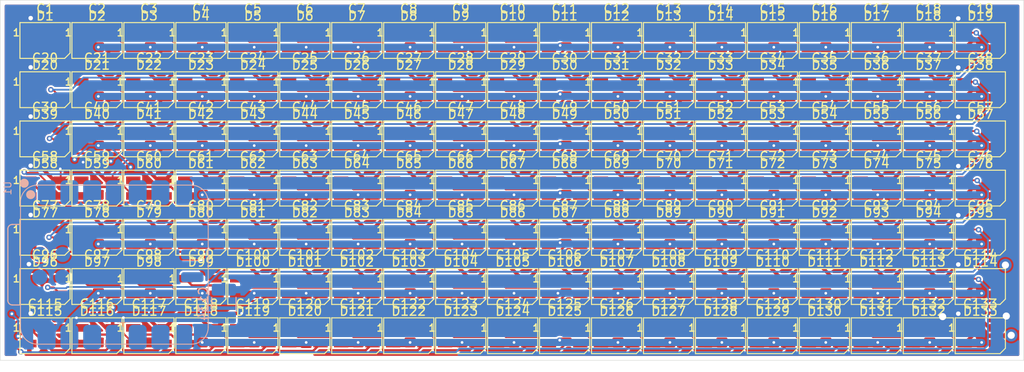
<source format=kicad_pcb>
(kicad_pcb (version 20240108) (generator "pcbnew") (generator_version "8.0")
  (layers (0 "F.Cu" signal) (31 "B.Cu" signal) (34 "B.Paste" user) (35 "F.Paste" user) (36 "B.SilkS" user "B.Silkscreen") (37 "F.SilkS" user "F.Silkscreen") (38 "B.Mask" user) (39 "F.Mask" user) (44 "Edge.Cuts" user))
  (net 0 "")
  (net 1 "+5V")
  (net 2 "GND")
  (net 4 "Net-(D1-DOUT)")
  (net 5 "Net-(D2-DOUT)")
  (net 6 "Net-(D3-DOUT)")
  (net 7 "Net-(D4-DOUT)")
  (net 8 "Net-(D5-DOUT)")
  (net 9 "Net-(D6-DOUT)")
  (net 10 "Net-(D7-DOUT)")
  (net 11 "Net-(D8-DOUT)")
  (net 12 "Net-(D10-DIN)")
  (net 13 "Net-(D10-DOUT)")
  (net 14 "Net-(D11-DOUT)")
  (net 15 "Net-(D12-DOUT)")
  (net 16 "Net-(D13-DOUT)")
  (net 17 "Net-(D14-DOUT)")
  (net 18 "Net-(D15-DOUT)")
  (net 19 "Net-(D16-DOUT)")
  (net 20 "Net-(D17-DOUT)")
  (net 21 "Net-(D18-DOUT)")
  (net 22 "Net-(D19-DOUT)")
  (net 23 "Net-(D20-DOUT)")
  (net 24 "Net-(D21-DOUT)")
  (net 25 "Net-(D22-DOUT)")
  (net 26 "Net-(D23-DOUT)")
  (net 27 "Net-(D24-DOUT)")
  (net 28 "Net-(D25-DOUT)")
  (net 29 "Net-(D26-DOUT)")
  (net 30 "Net-(D27-DOUT)")
  (net 31 "Net-(D28-DOUT)")
  (net 32 "Net-(D29-DOUT)")
  (net 33 "Net-(D30-DOUT)")
  (net 34 "Net-(D31-DOUT)")
  (net 35 "Net-(D32-DOUT)")
  (net 36 "Net-(D33-DOUT)")
  (net 37 "Net-(D34-DOUT)")
  (net 38 "Net-(D35-DOUT)")
  (net 39 "Net-(D36-DOUT)")
  (net 40 "Net-(D37-DOUT)")
  (net 41 "Net-(D38-DOUT)")
  (net 42 "Net-(D39-DOUT)")
  (net 43 "Net-(D40-DOUT)")
  (net 44 "Net-(D41-DOUT)")
  (net 45 "Net-(D42-DOUT)")
  (net 46 "Net-(D43-DOUT)")
  (net 47 "Net-(D44-DOUT)")
  (net 48 "Net-(D45-DOUT)")
  (net 49 "Net-(D46-DOUT)")
  (net 50 "Net-(D47-DOUT)")
  (net 51 "Net-(D48-DOUT)")
  (net 52 "Net-(D49-DOUT)")
  (net 53 "Net-(D50-DOUT)")
  (net 54 "Net-(D51-DOUT)")
  (net 55 "Net-(D52-DOUT)")
  (net 56 "Net-(D53-DOUT)")
  (net 57 "Net-(D54-DOUT)")
  (net 58 "Net-(D55-DOUT)")
  (net 59 "Net-(D56-DOUT)")
  (net 60 "Net-(D57-DOUT)")
  (net 61 "Net-(D58-DOUT)")
  (net 62 "Net-(D59-DOUT)")
  (net 63 "Net-(D60-DOUT)")
  (net 64 "Net-(D61-DOUT)")
  (net 65 "Net-(D62-DOUT)")
  (net 66 "Net-(D63-DOUT)")
  (net 67 "Net-(D64-DOUT)")
  (net 68 "Net-(D65-DOUT)")
  (net 69 "Net-(D66-DOUT)")
  (net 70 "Net-(D67-DOUT)")
  (net 71 "Net-(D68-DOUT)")
  (net 72 "Net-(D69-DOUT)")
  (net 73 "Net-(D70-DOUT)")
  (net 74 "Net-(D71-DOUT)")
  (net 75 "Net-(D72-DOUT)")
  (net 76 "Net-(D73-DOUT)")
  (net 77 "Net-(D74-DOUT)")
  (net 78 "Net-(D75-DOUT)")
  (net 79 "Net-(D76-DOUT)")
  (net 80 "Net-(D77-DOUT)")
  (net 81 "Net-(D78-DOUT)")
  (net 82 "Net-(D79-DOUT)")
  (net 83 "Net-(D80-DOUT)")
  (net 84 "Net-(D81-DOUT)")
  (net 85 "Net-(D82-DOUT)")
  (net 86 "Net-(D83-DOUT)")
  (net 87 "Net-(D84-DOUT)")
  (net 88 "Net-(D85-DOUT)")
  (net 89 "Net-(D86-DOUT)")
  (net 90 "Net-(D87-DOUT)")
  (net 91 "Net-(D88-DOUT)")
  (net 92 "Net-(D89-DOUT)")
  (net 93 "Net-(D90-DOUT)")
  (net 94 "Net-(D91-DOUT)")
  (net 95 "Net-(D92-DOUT)")
  (net 96 "Net-(D93-DOUT)")
  (net 97 "Net-(D94-DOUT)")
  (net 98 "Net-(D95-DOUT)")
  (net 99 "Net-(D96-DOUT)")
  (net 100 "Net-(D97-DOUT)")
  (net 101 "Net-(D98-DOUT)")
  (net 102 "Net-(D100-DIN)")
  (net 103 "Net-(D100-DOUT)")
  (net 104 "Net-(D101-DOUT)")
  (net 105 "Net-(D102-DOUT)")
  (net 106 "Net-(D103-DOUT)")
  (net 107 "Net-(D104-DOUT)")
  (net 108 "Net-(D105-DOUT)")
  (net 109 "Net-(D106-DOUT)")
  (net 110 "Net-(D107-DOUT)")
  (net 111 "Net-(D108-DOUT)")
  (net 112 "Net-(D109-DOUT)")
  (net 113 "Net-(D110-DOUT)")
  (net 114 "Net-(D111-DOUT)")
  (net 115 "Net-(D112-DOUT)")
  (net 116 "Net-(D113-DOUT)")
  (net 117 "Net-(D114-DOUT)")
  (net 118 "Net-(D115-DOUT)")
  (net 119 "Net-(D116-DOUT)")
  (net 120 "Net-(D117-DOUT)")
  (net 121 "Net-(D118-DOUT)")
  (net 122 "Net-(D119-DOUT)")
  (net 123 "Net-(D120-DOUT)")
  (net 124 "Net-(D121-DOUT)")
  (net 125 "Net-(D122-DOUT)")
  (net 126 "Net-(D123-DOUT)")
  (net 127 "Net-(D124-DOUT)")
  (net 128 "Net-(D125-DOUT)")
  (net 129 "Net-(D126-DOUT)")
  (net 130 "Net-(D127-DOUT)")
  (net 131 "Net-(D128-DOUT)")
  (net 132 "Net-(D129-DOUT)")
  (net 133 "Net-(D130-DOUT)")
  (net 134 "Net-(D131-DOUT)")
  (net 135 "Net-(D132-DOUT)")
  (footprint "LED_SMD:LED_SK6812MINI_PLCC4_3.5x3.5mm_P1.75mm" (layer "F.Cu") (at 40 75.5)
    (property "Reference" "D115")
    (property "Value" "SK6812MINI")
  )
  (footprint "LED_SMD:LED_SK6812MINI_PLCC4_3.5x3.5mm_P1.75mm" (layer "F.Cu") (at 74.8 48)
    (property "Reference" "D26")
    (property "Value" "SK6812MINI")
  )
  (footprint "Capacitor_SMD:C_0201_0603Metric_Pad0.64x0.40mm_HandSolder" (layer "F.Cu") (at 132.8 62)
    (property "Reference" "C93")
    (property "Value" "100nF")
  )
  (footprint "Capacitor_SMD:C_0201_0603Metric_Pad0.64x0.40mm_HandSolder" (layer "F.Cu") (at 74.8 45.5)
    (property "Reference" "C26")
    (property "Value" "100nF")
  )
  (footprint "Capacitor_SMD:C_0201_0603Metric_Pad0.64x0.40mm_HandSolder" (layer "F.Cu") (at 138.6 40)
    (property "Reference" "C18")
    (property "Value" "100nF")
  )
  (footprint "LED_SMD:LED_SK6812MINI_PLCC4_3.5x3.5mm_P1.75mm" (layer "F.Cu") (at 51.6 70)
    (property "Reference" "D98")
    (property "Value" "SK6812MINI")
  )
  (footprint "Capacitor_SMD:C_0201_0603Metric_Pad0.64x0.40mm_HandSolder" (layer "F.Cu") (at 51.6 73)
    (property "Reference" "C117")
    (property "Value" "100nF")
  )
  (footprint "Capacitor_SMD:C_0201_0603Metric_Pad0.64x0.40mm_HandSolder" (layer "F.Cu") (at 115.4 56.5)
    (property "Reference" "C71")
    (property "Value" "100nF")
  )
  (footprint "Capacitor_SMD:C_0201_0603Metric_Pad0.64x0.40mm_HandSolder" (layer "F.Cu") (at 69 67.5)
    (property "Reference" "C101")
    (property "Value" "100nF")
  )
  (footprint "Capacitor_SMD:C_0201_0603Metric_Pad0.64x0.40mm_HandSolder" (layer "F.Cu") (at 98 40)
    (property "Reference" "C11")
    (property "Value" "100nF")
  )
  (footprint "Capacitor_SMD:C_0201_0603Metric_Pad0.64x0.40mm_HandSolder" (layer "F.Cu") (at 86.4 56.5)
    (property "Reference" "C66")
    (property "Value" "100nF")
  )
  (footprint "LED_SMD:LED_SK6812MINI_PLCC4_3.5x3.5mm_P1.75mm" (layer "F.Cu") (at 45.8 48)
    (property "Reference" "D21")
    (property "Value" "SK6812MINI")
  )
  (footprint "LED_SMD:LED_SK6812MINI_PLCC4_3.5x3.5mm_P1.75mm" (layer "F.Cu") (at 127 75.5)
    (property "Reference" "D130")
    (property "Value" "SK6812MINI")
  )
  (footprint "Capacitor_SMD:C_0201_0603Metric_Pad0.64x0.40mm_HandSolder" (layer "F.Cu") (at 86.4 40)
    (property "Reference" "C9")
    (property "Value" "100nF")
  )
  (footprint "Capacitor_SMD:C_0201_0603Metric_Pad0.64x0.40mm_HandSolder" (layer "F.Cu") (at 127 40)
    (property "Reference" "C16")
    (property "Value" "100nF")
  )
  (footprint "LED_SMD:LED_SK6812MINI_PLCC4_3.5x3.5mm_P1.75mm" (layer "F.Cu") (at 57.4 59)
    (property "Reference" "D61")
    (property "Value" "SK6812MINI")
  )
  (footprint "LED_SMD:LED_SK6812MINI_PLCC4_3.5x3.5mm_P1.75mm" (layer "F.Cu") (at 103.8 75.5)
    (property "Reference" "D126")
    (property "Value" "SK6812MINI")
  )
  (footprint "LED_SMD:LED_SK6812MINI_PLCC4_3.5x3.5mm_P1.75mm" (layer "F.Cu") (at 109.6 70)
    (property "Reference" "D108")
    (property "Value" "SK6812MINI")
  )
  (footprint "Capacitor_SMD:C_0201_0603Metric_Pad0.64x0.40mm_HandSolder" (layer "F.Cu") (at 144.4 62)
    (property "Reference" "C95")
    (property "Value" "100nF")
  )
  (footprint "Capacitor_SMD:C_0201_0603Metric_Pad0.64x0.40mm_HandSolder" (layer "F.Cu") (at 138.6 45.5)
    (property "Reference" "C37")
    (property "Value" "100nF")
  )
  (footprint "Capacitor_SMD:C_0201_0603Metric_Pad0.64x0.40mm_HandSolder" (layer "F.Cu") (at 115.4 67.5)
    (property "Reference" "C109")
    (property "Value" "100nF")
  )
  (footprint "Capacitor_SMD:C_0201_0603Metric_Pad0.64x0.40mm_HandSolder" (layer "F.Cu") (at 69 51)
    (property "Reference" "C44")
    (property "Value" "100nF")
  )
  (footprint "Capacitor_SMD:C_0201_0603Metric_Pad0.64x0.40mm_HandSolder" (layer "F.Cu") (at 51.6 51)
    (property "Reference" "C41")
    (property "Value" "100nF")
  )
  (footprint "LED_SMD:LED_SK6812MINI_PLCC4_3.5x3.5mm_P1.75mm" (layer "F.Cu") (at 69 64.5)
    (property "Reference" "D82")
    (property "Value" "SK6812MINI")
  )
  (footprint "Capacitor_SMD:C_0201_0603Metric_Pad0.64x0.40mm_HandSolder" (layer "F.Cu") (at 103.8 40)
    (property "Reference" "C12")
    (property "Value" "100nF")
  )
  (footprint "LED_SMD:LED_SK6812MINI_PLCC4_3.5x3.5mm_P1.75mm" (layer "F.Cu") (at 92.2 75.5)
    (property "Reference" "D124")
    (property "Value" "SK6812MINI")
  )
  (footprint "Capacitor_SMD:C_0201_0603Metric_Pad0.64x0.40mm_HandSolder" (layer "F.Cu") (at 98 45.5)
    (property "Reference" "C30")
    (property "Value" "100nF")
  )
  (footprint "Capacitor_SMD:C_0201_0603Metric_Pad0.64x0.40mm_HandSolder" (layer "F.Cu") (at 80.6 40)
    (property "Reference" "C8")
    (property "Value" "100nF")
  )
  (footprint "LED_SMD:LED_SK6812MINI_PLCC4_3.5x3.5mm_P1.75mm" (layer "F.Cu") (at 40 48)
    (property "Reference" "D20")
    (property "Value" "SK6812MINI")
  )
  (footprint "Capacitor_SMD:C_0201_0603Metric_Pad0.64x0.40mm_HandSolder" (layer "F.Cu") (at 40 51)
    (property "Reference" "C39")
    (property "Value" "100nF")
  )
  (footprint "LED_SMD:LED_SK6812MINI_PLCC4_3.5x3.5mm_P1.75mm" (layer "F.Cu") (at 92.2 53.5)
    (property "Reference" "D48")
    (property "Value" "SK6812MINI")
  )
  (footprint "Capacitor_SMD:C_0201_0603Metric_Pad0.64x0.40mm_HandSolder" (layer "F.Cu") (at 86.4 73)
    (property "Reference" "C123")
    (property "Value" "100nF")
  )
  (footprint "Capacitor_SMD:C_0201_0603Metric_Pad0.64x0.40mm_HandSolder" (layer "F.Cu") (at 45.8 73)
    (property "Reference" "C116")
    (property "Value" "100nF")
  )
  (footprint "LED_SMD:LED_SK6812MINI_PLCC4_3.5x3.5mm_P1.75mm" (layer "F.Cu") (at 144.4 53.5)
    (property "Reference" "D57")
    (property "Value" "SK6812MINI")
  )
  (footprint "LED_SMD:LED_SK6812MINI_PLCC4_3.5x3.5mm_P1.75mm" (layer "F.Cu") (at 51.6 53.5)
    (property "Reference" "D41")
    (property "Value" "SK6812MINI")
  )
  (footprint "Capacitor_SMD:C_0201_0603Metric_Pad0.64x0.40mm_HandSolder" (layer "F.Cu") (at 69 62)
    (property "Reference" "C82")
    (property "Value" "100nF")
  )
  (footprint "Capacitor_SMD:C_0201_0603Metric_Pad0.64x0.40mm_HandSolder" (layer "F.Cu") (at 92.2 45.5)
    (property "Reference" "C29")
    (property "Value" "100nF")
  )
  (footprint "LED_SMD:LED_SK6812MINI_PLCC4_3.5x3.5mm_P1.75mm" (layer "F.Cu") (at 86.4 70)
    (property "Reference" "D104")
    (property "Value" "SK6812MINI")
  )
  (footprint "Capacitor_SMD:C_0201_0603Metric_Pad0.64x0.40mm_HandSolder" (layer "F.Cu") (at 127 73)
    (property "Reference" "C130")
    (property "Value" "100nF")
  )
  (footprint "Capacitor_SMD:C_0201_0603Metric_Pad0.64x0.40mm_HandSolder" (layer "F.Cu") (at 132.8 40)
    (property "Reference" "C17")
    (property "Value" "100nF")
  )
  (footprint "LED_SMD:LED_SK6812MINI_PLCC4_3.5x3.5mm_P1.75mm" (layer "F.Cu") (at 86.4 59)
    (property "Reference" "D66")
    (property "Value" "SK6812MINI")
  )
  (footprint "Capacitor_SMD:C_0201_0603Metric_Pad0.64x0.40mm_HandSolder" (layer "F.Cu") (at 40 73)
    (property "Reference" "C115")
    (property "Value" "100nF")
  )
  (footprint "Capacitor_SMD:C_0201_0603Metric_Pad0.64x0.40mm_HandSolder" (layer "F.Cu") (at 63.2 51)
    (property "Reference" "C43")
    (property "Value" "100nF")
  )
  (footprint "LED_SMD:LED_SK6812MINI_PLCC4_3.5x3.5mm_P1.75mm" (layer "F.Cu") (at 92.2 48)
    (property "Reference" "D29")
    (property "Value" "SK6812MINI")
  )
  (footprint "Capacitor_SMD:C_0201_0603Metric_Pad0.64x0.40mm_HandSolder" (layer "F.Cu") (at 98 62)
    (property "Reference" "C87")
    (property "Value" "100nF")
  )
  (footprint "LED_SMD:LED_SK6812MINI_PLCC4_3.5x3.5mm_P1.75mm" (layer "F.Cu") (at 80.6 59)
    (property "Reference" "D65")
    (property "Value" "SK6812MINI")
  )
  (footprint "Capacitor_SMD:C_0201_0603Metric_Pad0.64x0.40mm_HandSolder" (layer "F.Cu") (at 109.6 62)
    (property "Reference" "C89")
    (property "Value" "100nF")
  )
  (footprint "LED_SMD:LED_SK6812MINI_PLCC4_3.5x3.5mm_P1.75mm" (layer "F.Cu") (at 45.8 70)
    (property "Reference" "D97")
    (property "Value" "SK6812MINI")
  )
  (footprint "Capacitor_SMD:C_0201_0603Metric_Pad0.64x0.40mm_HandSolder" (layer "F.Cu") (at 69 40)
    (property "Reference" "C6")
    (property "Value" "100nF")
  )
  (footprint "LED_SMD:LED_SK6812MINI_PLCC4_3.5x3.5mm_P1.75mm" (layer "F.Cu") (at 80.6 64.5)
    (property "Reference" "D84")
    (property "Value" "SK6812MINI")
  )
  (footprint "LED_SMD:LED_SK6812MINI_PLCC4_3.5x3.5mm_P1.75mm" (layer "F.Cu") (at 45.8 59)
    (property "Reference" "D59")
    (property "Value" "SK6812MINI")
  )
  (footprint "Capacitor_SMD:C_0201_0603Metric_Pad0.64x0.40mm_HandSolder" (layer "F.Cu") (at 69 73)
    (property "Reference" "C120")
    (property "Value" "100nF")
  )
  (footprint "LED_SMD:LED_SK6812MINI_PLCC4_3.5x3.5mm_P1.75mm" (layer "F.Cu") (at 63.2 70)
    (property "Reference" "D100")
    (property "Value" "SK6812MINI")
  )
  (footprint "LED_SMD:LED_SK6812MINI_PLCC4_3.5x3.5mm_P1.75mm" (layer "F.Cu") (at 69 53.5)
    (property "Reference" "D44")
    (property "Value" "SK6812MINI")
  )
  (footprint "LED_SMD:LED_SK6812MINI_PLCC4_3.5x3.5mm_P1.75mm" (layer "F.Cu") (at 115.4 64.5)
    (property "Reference" "D90")
    (property "Value" "SK6812MINI")
  )
  (footprint "LED_SMD:LED_SK6812MINI_PLCC4_3.5x3.5mm_P1.75mm" (layer "F.Cu") (at 98 70)
    (property "Reference" "D106")
    (property "Value" "SK6812MINI")
  )
  (footprint "Capacitor_SMD:C_0201_0603Metric_Pad0.64x0.40mm_HandSolder" (layer "F.Cu") (at 45.8 62)
    (property "Reference" "C78")
    (property "Value" "100nF")
  )
  (footprint "LED_SMD:LED_SK6812MINI_PLCC4_3.5x3.5mm_P1.75mm" (layer "F.Cu") (at 121.2 59)
    (property "Reference" "D72")
    (property "Value" "SK6812MINI")
  )
  (footprint "Capacitor_SMD:C_0201_0603Metric_Pad0.64x0.40mm_HandSolder" (layer "F.Cu") (at 103.8 67.5)
    (property "Reference" "C107")
    (property "Value" "100nF")
  )
  (footprint "Capacitor_SMD:C_0201_0603Metric_Pad0.64x0.40mm_HandSolder" (layer "F.Cu") (at 63.2 73)
    (property "Reference" "C119")
    (property "Value" "100nF")
  )
  (footprint "LED_SMD:LED_SK6812MINI_PLCC4_3.5x3.5mm_P1.75mm" (layer "F.Cu") (at 127 42.5)
    (property "Reference" "D16")
    (property "Value" "SK6812MINI")
  )
  (footprint "LED_SMD:LED_SK6812MINI_PLCC4_3.5x3.5mm_P1.75mm" (layer "F.Cu") (at 144.4 48)
    (property "Reference" "D38")
    (property "Value" "SK6812MINI")
  )
  (footprint "LED_SMD:LED_SK6812MINI_PLCC4_3.5x3.5mm_P1.75mm" (layer "F.Cu") (at 45.8 64.5)
    (property "Reference" "D78")
    (property "Value" "SK6812MINI")
  )
  (footprint "LED_SMD:LED_SK6812MINI_PLCC4_3.5x3.5mm_P1.75mm" (layer "F.Cu") (at 51.6 48)
    (property "Reference" "D22")
    (property "Value" "SK6812MINI")
  )
  (footprint "Capacitor_SMD:C_0201_0603Metric_Pad0.64x0.40mm_HandSolder" (layer "F.Cu") (at 132.8 45.5)
    (property "Reference" "C36")
    (property "Value" "100nF")
  )
  (footprint "LED_SMD:LED_SK6812MINI_PLCC4_3.5x3.5mm_P1.75mm" (layer "F.Cu") (at 92.2 70)
    (property "Reference" "D105")
    (property "Value" "SK6812MINI")
  )
  (footprint "Capacitor_SMD:C_0201_0603Metric_Pad0.64x0.40mm_HandSolder" (layer "F.Cu") (at 132.8 56.5)
    (property "Reference" "C74")
    (property "Value" "100nF")
  )
  (footprint "Capacitor_SMD:C_0201_0603Metric_Pad0.64x0.40mm_HandSolder" (layer "F.Cu") (at 92.2 62)
    (property "Reference" "C86")
    (property "Value" "100nF")
  )
  (footprint "LED_SMD:LED_SK6812MINI_PLCC4_3.5x3.5mm_P1.75mm" (layer "F.Cu") (at 86.4 64.5)
    (property "Reference" "D85")
    (property "Value" "SK6812MINI")
  )
  (footprint "LED_SMD:LED_SK6812MINI_PLCC4_3.5x3.5mm_P1.75mm" (layer "F.Cu") (at 115.4 42.5)
    (property "Reference" "D14")
    (property "Value" "SK6812MINI")
  )
  (footprint "Capacitor_SMD:C_0201_0603Metric_Pad0.64x0.40mm_HandSolder" (layer "F.Cu") (at 57.4 45.5)
    (property "Reference" "C23")
    (property "Value" "100nF")
  )
  (footprint "Capacitor_SMD:C_0201_0603Metric_Pad0.64x0.40mm_HandSolder" (layer "F.Cu") (at 144.4 73)
    (property "Reference" "C133")
    (property "Value" "100nF")
  )
  (footprint "Capacitor_SMD:C_0201_0603Metric_Pad0.64x0.40mm_HandSolder" (layer "F.Cu") (at 74.8 56.5)
    (property "Reference" "C64")
    (property "Value" "100nF")
  )
  (footprint "LED_SMD:LED_SK6812MINI_PLCC4_3.5x3.5mm_P1.75mm" (layer "F.Cu") (at 103.8 59)
    (property "Reference" "D69")
    (property "Value" "SK6812MINI")
  )
  (footprint "Capacitor_SMD:C_0201_0603Metric_Pad0.64x0.40mm_HandSolder" (layer "F.Cu") (at 63.2 56.5)
    (property "Reference" "C62")
    (property "Value" "100nF")
  )
  (footprint "LED_SMD:LED_SK6812MINI_PLCC4_3.5x3.5mm_P1.75mm" (layer "F.Cu") (at 144.4 64.5)
    (property "Reference" "D95")
    (property "Value" "SK6812MINI")
  )
  (footprint "LED_SMD:LED_SK6812MINI_PLCC4_3.5x3.5mm_P1.75mm" (layer "F.Cu") (at 92.2 64.5)
    (property "Reference" "D86")
    (property "Value" "SK6812MINI")
  )
  (footprint "LED_SMD:LED_SK6812MINI_PLCC4_3.5x3.5mm_P1.75mm" (layer "F.Cu") (at 57.4 70)
    (property "Reference" "D99")
    (property "Value" "SK6812MINI")
  )
  (footprint "LED_SMD:LED_SK6812MINI_PLCC4_3.5x3.5mm_P1.75mm" (layer "F.Cu") (at 98 53.5)
    (property "Reference" "D49")
    (property "Value" "SK6812MINI")
  )
  (footprint "LED_SMD:LED_SK6812MINI_PLCC4_3.5x3.5mm_P1.75mm" (layer "F.Cu") (at 80.6 42.5)
    (property "Reference" "D8")
    (property "Value" "SK6812MINI")
  )
  (footprint "Capacitor_SMD:C_0201_0603Metric_Pad0.64x0.40mm_HandSolder" (layer "F.Cu") (at 69 45.5)
    (property "Reference" "C25")
    (property "Value" "100nF")
  )
  (footprint "LED_SMD:LED_SK6812MINI_PLCC4_3.5x3.5mm_P1.75mm" (layer "F.Cu") (at 74.8 70)
    (property "Reference" "D102")
    (property "Value" "SK6812MINI")
  )
  (footprint "Capacitor_SMD:C_0201_0603Metric_Pad0.64x0.40mm_HandSolder" (layer "F.Cu") (at 40 40)
    (property "Reference" "C1")
    (property "Value" "100nF")
  )
  (footprint "Capacitor_SMD:C_0201_0603Metric_Pad0.64x0.40mm_HandSolder" (layer "F.Cu") (at 57.4 56.5)
    (property "Reference" "C61")
    (property "Value" "100nF")
  )
  (footprint "LED_SMD:LED_SK6812MINI_PLCC4_3.5x3.5mm_P1.75mm" (layer "F.Cu") (at 74.8 75.5)
    (property "Reference" "D121")
    (property "Value" "SK6812MINI")
  )
  (footprint "Capacitor_SMD:C_0201_0603Metric_Pad0.64x0.40mm_HandSolder" (layer "F.Cu") (at 121.2 73)
    (property "Reference" "C129")
    (property "Value" "100nF")
  )
  (footprint "LED_SMD:LED_SK6812MINI_PLCC4_3.5x3.5mm_P1.75mm" (layer "F.Cu") (at 74.8 64.5)
    (property "Reference" "D83")
    (property "Value" "SK6812MINI")
  )
  (footprint "LED_SMD:LED_SK6812MINI_PLCC4_3.5x3.5mm_P1.75mm" (layer "F.Cu") (at 132.8 42.5)
    (property "Reference" "D17")
    (property "Value" "SK6812MINI")
  )
  (footprint "LED_SMD:LED_SK6812MINI_PLCC4_3.5x3.5mm_P1.75mm" (layer "F.Cu") (at 80.6 70)
    (property "Reference" "D103")
    (property "Value" "SK6812MINI")
  )
  (footprint "Capacitor_SMD:C_0201_0603Metric_Pad0.64x0.40mm_HandSolder" (layer "F.Cu") (at 121.2 56.5)
    (property "Reference" "C72")
    (property "Value" "100nF")
  )
  (footprint "LED_SMD:LED_SK6812MINI_PLCC4_3.5x3.5mm_P1.75mm" (layer "F.Cu") (at 80.6 48)
    (property "Reference" "D27")
    (property "Value" "SK6812MINI")
  )
  (footprint "Capacitor_SMD:C_0201_0603Metric_Pad0.64x0.40mm_HandSolder" (layer "F.Cu") (at 80.6 67.5)
    (property "Reference" "C103")
    (property "Value" "100nF")
  )
  (footprint "Capacitor_SMD:C_0201_0603Metric_Pad0.64x0.40mm_HandSolder" (layer "F.Cu") (at 98 56.5)
    (property "Reference" "C68")
    (property "Value" "100nF")
  )
  (footprint "Capacitor_SMD:C_0201_0603Metric_Pad0.64x0.40mm_HandSolder" (layer "F.Cu") (at 132.8 51)
    (property "Reference" "C55")
    (property "Value" "100nF")
  )
  (footprint "LED_SMD:LED_SK6812MINI_PLCC4_3.5x3.5mm_P1.75mm" (layer "F.Cu") (at 115.4 59)
    (property "Reference" "D71")
    (property "Value" "SK6812MINI")
  )
  (footprint "Capacitor_SMD:C_0201_0603Metric_Pad0.64x0.40mm_HandSolder" (layer "F.Cu") (at 57.4 73)
    (property "Reference" "C118")
    (property "Value" "100nF")
  )
  (footprint "LED_SMD:LED_SK6812MINI_PLCC4_3.5x3.5mm_P1.75mm" (layer "F.Cu") (at 86.4 42.5)
    (property "Reference" "D9")
    (property "Value" "SK6812MINI")
  )
  (footprint "LED_SMD:LED_SK6812MINI_PLCC4_3.5x3.5mm_P1.75mm" (layer "F.Cu") (at 69 70)
    (property "Reference" "D101")
    (property "Value" "SK6812MINI")
  )
  (footprint "Capacitor_SMD:C_0201_0603Metric_Pad0.64x0.40mm_HandSolder" (layer "F.Cu") (at 86.4 51)
    (property "Reference" "C47")
    (property "Value" "100nF")
  )
  (footprint "Capacitor_SMD:C_0201_0603Metric_Pad0.64x0.40mm_HandSolder" (layer "F.Cu") (at 86.4 62)
    (property "Reference" "C85")
    (property "Value" "100nF")
  )
  (footprint "LED_SMD:LED_SK6812MINI_PLCC4_3.5x3.5mm_P1.75mm" (layer "F.Cu") (at 74.8 42.5)
    (property "Reference" "D7")
    (property "Value" "SK6812MINI")
  )
  (footprint "Capacitor_SMD:C_0201_0603Metric_Pad0.64x0.40mm_HandSolder" (layer "F.Cu") (at 63.2 62)
    (property "Reference" "C81")
    (property "Value" "100nF")
  )
  (footprint "LED_SMD:LED_SK6812MINI_PLCC4_3.5x3.5mm_P1.75mm" (layer "F.Cu") (at 86.4 75.5)
    (property "Reference" "D123")
    (property "Value" "SK6812MINI")
  )
  (footprint "Capacitor_SMD:C_0201_0603Metric_Pad0.64x0.40mm_HandSolder" (layer "F.Cu") (at 40 62)
    (property "Reference" "C77")
    (property "Value" "100nF")
  )
  (footprint "LED_SMD:LED_SK6812MINI_PLCC4_3.5x3.5mm_P1.75mm" (layer "F.Cu") (at 132.8 53.5)
    (property "Reference" "D55")
    (property "Value" "SK6812MINI")
  )
  (footprint "LED_SMD:LED_SK6812MINI_PLCC4_3.5x3.5mm_P1.75mm" (layer "F.Cu") (at 138.6 53.5)
    (property "Reference" "D56")
    (property "Value" "SK6812MINI")
  )
  (footprint "Capacitor_SMD:C_0201_0603Metric_Pad0.64x0.40mm_HandSolder" (layer "F.Cu") (at 103.8 73)
    (property "Reference" "C126")
    (property "Value" "100nF")
  )
  (footprint "Capacitor_SMD:C_0201_0603Metric_Pad0.64x0.40mm_HandSolder" (layer "F.Cu") (at 98 51)
    (property "Reference" "C49")
    (property "Value" "100nF")
  )
  (footprint "Capacitor_SMD:C_0201_0603Metric_Pad0.64x0.40mm_HandSolder" (layer "F.Cu") (at 121.2 45.5)
    (property "Reference" "C34")
    (property "Value" "100nF")
  )
  (footprint "Capacitor_SMD:C_0201_0603Metric_Pad0.64x0.40mm_HandSolder" (layer "F.Cu") (at 144.4 45.5)
    (property "Reference" "C38")
    (property "Value" "100nF")
  )
  (footprint "Capacitor_SMD:C_0201_0603Metric_Pad0.64x0.40mm_HandSolder" (layer "F.Cu") (at 132.8 67.5)
    (property "Reference" "C112")
    (property "Value" "100nF")
  )
  (footprint "Capacitor_SMD:C_0201_0603Metric_Pad0.64x0.40mm_HandSolder" (layer "F.Cu") (at 92.2 73)
    (property "Reference" "C124")
    (property "Value" "100nF")
  )
  (footprint "Capacitor_SMD:C_0201_0603Metric_Pad0.64x0.40mm_HandSolder" (layer "F.Cu") (at 138.6 67.5)
    (property "Reference" "C113")
    (property "Value" "100nF")
  )
  (footprint "Capacitor_SMD:C_0201_0603Metric_Pad0.64x0.40mm_HandSolder" (layer "F.Cu") (at 80.6 62)
    (property "Reference" "C84")
    (property "Value" "100nF")
  )
  (footprint "Capacitor_SMD:C_0201_0603Metric_Pad0.64x0.40mm_HandSolder" (layer "F.Cu") (at 109.6 40)
    (property "Reference" "C13")
    (property "Value" "100nF")
  )
  (footprint "LED_SMD:LED_SK6812MINI_PLCC4_3.5x3.5mm_P1.75mm" (layer "F.Cu") (at 80.6 75.5)
    (property "Reference" "D122")
    (property "Value" "SK6812MINI")
  )
  (footprint "Capacitor_SMD:C_0201_0603Metric_Pad0.64x0.40mm_HandSolder" (layer "F.Cu") (at 74.8 67.5)
    (property "Reference" "C102")
    (property "Value" "100nF")
  )
  (footprint "LED_SMD:LED_SK6812MINI_PLCC4_3.5x3.5mm_P1.75mm" (layer "F.Cu") (at 109.6 75.5)
    (property "Reference" "D127")
    (property "Value" "SK6812MINI")
  )
  (footprint "LED_SMD:LED_SK6812MINI_PLCC4_3.5x3.5mm_P1.75mm" (layer "F.Cu") (at 138.6 70)
    (property "Reference" "D113")
    (property "Value" "SK6812MINI")
  )
  (footprint "LED_SMD:LED_SK6812MINI_PLCC4_3.5x3.5mm_P1.75mm" (layer "F.Cu") (at 109.6 42.5)
    (property "Reference" "D13")
    (property "Value" "SK6812MINI")
  )
  (footprint "LED_SMD:LED_SK6812MINI_PLCC4_3.5x3.5mm_P1.75mm" (layer "F.Cu") (at 74.8 59)
    (property "Reference" "D64")
    (property "Value" "SK6812MINI")
  )
  (footprint "LED_SMD:LED_SK6812MINI_PLCC4_3.5x3.5mm_P1.75mm" (layer "F.Cu") (at 115.4 53.5)
    (property "Reference" "D52")
    (property "Value" "SK6812MINI")
  )
  (footprint "LED_SMD:LED_SK6812MINI_PLCC4_3.5x3.5mm_P1.75mm" (layer "F.Cu") (at 63.2 53.5)
    (property "Reference" "D43")
    (property "Value" "SK6812MINI")
  )
  (footprint "LED_SMD:LED_SK6812MINI_PLCC4_3.5x3.5mm_P1.75mm" (layer "F.Cu") (at 69 48)
    (property "Reference" "D25")
    (property "Value" "SK6812MINI")
  )
  (footprint "LED_SMD:LED_SK6812MINI_PLCC4_3.5x3.5mm_P1.75mm" (layer "F.Cu") (at 103.8 42.5)
    (property "Reference" "D12")
    (property "Value" "SK6812MINI")
  )
  (footprint "Capacitor_SMD:C_0201_0603Metric_Pad0.64x0.40mm_HandSolder" (layer "F.Cu") (at 45.8 40)
    (property "Reference" "C2")
    (property "Value" "100nF")
  )
  (footprint "Capacitor_SMD:C_0201_0603Metric_Pad0.64x0.40mm_HandSolder" (layer "F.Cu") (at 63.2 67.5)
    (property "Reference" "C100")
    (property "Value" "100nF")
  )
  (footprint "Capacitor_SMD:C_0201_0603Metric_Pad0.64x0.40mm_HandSolder" (layer "F.Cu") (at 98 73)
    (property "Reference" "C125")
    (property "Value" "100nF")
  )
  (footprint "Capacitor_SMD:C_0201_0603Metric_Pad0.64x0.40mm_HandSolder" (layer "F.Cu") (at 80.6 51)
    (property "Reference" "C46")
    (property "Value" "100nF")
  )
  (footprint "LED_SMD:LED_SK6812MINI_PLCC4_3.5x3.5mm_P1.75mm" (layer "F.Cu") (at 51.6 42.5)
    (property "Reference" "D3")
    (property "Value" "SK6812MINI")
  )
  (footprint "LED_SMD:LED_SK6812MINI_PLCC4_3.5x3.5mm_P1.75mm" (layer "F.Cu") (at 51.6 59)
    (property "Reference" "D60")
    (property "Value" "SK6812MINI")
  )
  (footprint "Capacitor_SMD:C_0201_0603Metric_Pad0.64x0.40mm_HandSolder" (layer "F.Cu") (at 74.8 62)
    (property "Reference" "C83")
    (property "Value" "100nF")
  )
  (footprint "LED_SMD:LED_SK6812MINI_PLCC4_3.5x3.5mm_P1.75mm" (layer "F.Cu") (at 109.6 48)
    (property "Reference" "D32")
    (property "Value" "SK6812MINI")
  )
  (footprint "Capacitor_SMD:C_0201_0603Metric_Pad0.64x0.40mm_HandSolder" (layer "F.Cu") (at 103.8 62)
    (property "Reference" "C88")
    (property "Value" "100nF")
  )
  (footprint "Capacitor_SMD:C_0201_0603Metric_Pad0.64x0.40mm_HandSolder" (layer "F.Cu") (at 80.6 45.5)
    (property "Reference" "C27")
    (property "Value" "100nF")
  )
  (footprint "LED_SMD:LED_SK6812MINI_PLCC4_3.5x3.5mm_P1.75mm" (layer "F.Cu") (at 121.2 53.5)
    (property "Reference" "D53")
    (property "Value" "SK6812MINI")
  )
  (footprint "LED_SMD:LED_SK6812MINI_PLCC4_3.5x3.5mm_P1.75mm" (layer "F.Cu") (at 144.4 75.5)
    (property "Reference" "D133")
    (property "Value" "SK6812MINI")
  )
  (footprint "LED_SMD:LED_SK6812MINI_PLCC4_3.5x3.5mm_P1.75mm" (layer "F.Cu") (at 109.6 64.5)
    (property "Reference" "D89")
    (property "Value" "SK6812MINI")
  )
  (footprint "LED_SMD:LED_SK6812MINI_PLCC4_3.5x3.5mm_P1.75mm" (layer "F.Cu") (at 144.4 42.5)
    (property "Reference" "D19")
    (property "Value" "SK6812MINI")
  )
  (footprint "LED_SMD:LED_SK6812MINI_PLCC4_3.5x3.5mm_P1.75mm" (layer "F.Cu") (at 127 64.5)
    (property "Reference" "D92")
    (property "Value" "SK6812MINI")
  )
  (footprint "LED_SMD:LED_SK6812MINI_PLCC4_3.5x3.5mm_P1.75mm" (layer "F.Cu") (at 98 75.5)
    (property "Reference" "D125")
    (property "Value" "SK6812MINI")
  )
  (footprint "Capacitor_SMD:C_0201_0603Metric_Pad0.64x0.40mm_HandSolder" (layer "F.Cu") (at 74.8 73)
    (property "Reference" "C121")
    (property "Value" "100nF")
  )
  (footprint "LED_SMD:LED_SK6812MINI_PLCC4_3.5x3.5mm_P1.75mm" (layer "F.Cu") (at 40 70)
    (property "Reference" "D96")
    (property "Value" "SK6812MINI")
  )
  (footprint "Capacitor_SMD:C_0201_0603Metric_Pad0.64x0.40mm_HandSolder" (layer "F.Cu") (at 57.4 67.5)
    (property "Reference" "C99")
    (property "Value" "100nF")
  )
  (footprint "Capacitor_SMD:C_0201_0603Metric_Pad0.64x0.40mm_HandSolder" (layer "F.Cu") (at 69 56.5)
    (property "Reference" "C63")
    (property "Value" "100nF")
  )
  (footprint "LED_SMD:LED_SK6812MINI_PLCC4_3.5x3.5mm_P1.75mm" (layer "F.Cu") (at 40 64.5)
    (property "Reference" "D77")
    (property "Value" "SK6812MINI")
  )
  (footprint "Capacitor_SMD:C_0201_0603Metric_Pad0.64x0.40mm_HandSolder" (layer "F.Cu") (at 121.2 51)
    (property "Reference" "C53")
    (property "Value" "100nF")
  )
  (footprint "Capacitor_SMD:C_0201_0603Metric_Pad0.64x0.40mm_HandSolder" (layer "F.Cu") (at 138.6 62)
    (property "Reference" "C94")
    (property "Value" "100nF")
  )
  (footprint "LED_SMD:LED_SK6812MINI_PLCC4_3.5x3.5mm_P1.75mm" (layer "F.Cu") (at 144.4 59)
    (property "Reference" "D76")
    (property "Value" "SK6812MINI")
  )
  (footprint "LED_SMD:LED_SK6812MINI_PLCC4_3.5x3.5mm_P1.75mm" (layer "F.Cu") (at 86.4 48)
    (property "Reference" "D28")
    (property "Value" "SK6812MINI")
  )
  (footprint "Capacitor_SMD:C_0201_0603Metric_Pad0.64x0.40mm_HandSolder" (layer "F.Cu") (at 103.8 45.5)
    (property "Reference" "C31")
    (property "Value" "100nF")
  )
  (footprint "LED_SMD:LED_SK6812MINI_PLCC4_3.5x3.5mm_P1.75mm" (layer "F.Cu") (at 98 64.5)
    (property "Reference" "D87")
    (property "Value" "SK6812MINI")
  )
  (footprint "LED_SMD:LED_SK6812MINI_PLCC4_3.5x3.5mm_P1.75mm" (layer "F.Cu") (at 109.6 53.5)
    (property "Reference" "D51")
    (property "Value" "SK6812MINI")
  )
  (footprint "Capacitor_SMD:C_0201_0603Metric_Pad0.64x0.40mm_HandSolder" (layer "F.Cu") (at 74.8 40)
    (property "Reference" "C7")
    (property "Value" "100nF")
  )
  (footprint "Capacitor_SMD:C_0201_0603Metric_Pad0.64x0.40mm_HandSolder" (layer "F.Cu") (at 92.2 40)
    (property "Reference" "C10")
    (property "Value" "100nF")
  )
  (footprint "Capacitor_SMD:C_0201_0603Metric_Pad0.64x0.40mm_HandSolder" (layer "F.Cu") (at 51.6 67.5)
    (property "Reference" "C98")
    (property "Value" "100nF")
  )
  (footprint "LED_SMD:LED_SK6812MINI_PLCC4_3.5x3.5mm_P1.75mm" (layer "F.Cu") (at 132.8 64.5)
    (property "Reference" "D93")
    (property "Value" "SK6812MINI")
  )
  (footprint "LED_SMD:LED_SK6812MINI_PLCC4_3.5x3.5mm_P1.75mm" (layer "F.Cu") (at 40 59)
    (property "Reference" "D58")
    (property "Value" "SK6812MINI")
  )
  (footprint "Capacitor_SMD:C_0201_0603Metric_Pad0.64x0.40mm_HandSolder" (layer "F.Cu") (at 92.2 51)
    (property "Reference" "C48")
    (property "Value" "100nF")
  )
  (footprint "Capacitor_SMD:C_0201_0603Metric_Pad0.64x0.40mm_HandSolder" (layer "F.Cu") (at 80.6 73)
    (property "Reference" "C122")
    (property "Value" "100nF")
  )
  (footprint "Capacitor_SMD:C_0201_0603Metric_Pad0.64x0.40mm_HandSolder" (layer "F.Cu") (at 45.8 45.5)
    (property "Reference" "C21")
    (property "Value" "100nF")
  )
  (footprint "Capacitor_SMD:C_0201_0603Metric_Pad0.64x0.40mm_HandSolder" (layer "F.Cu") (at 138.6 51)
    (property "Reference" "C56")
    (property "Value" "100nF")
  )
  (footprint "LED_SMD:LED_SK6812MINI_PLCC4_3.5x3.5mm_P1.75mm" (layer "F.Cu") (at 40 53.5)
    (property "Reference" "D39")
    (property "Value" "SK6812MINI")
  )
  (footprint "Capacitor_SMD:C_0201_0603Metric_Pad0.64x0.40mm_HandSolder" (layer "F.Cu") (at 45.8 56.5)
    (property "Reference" "C59")
    (property "Value" "100nF")
  )
  (footprint "LED_SMD:LED_SK6812MINI_PLCC4_3.5x3.5mm_P1.75mm" (layer "F.Cu") (at 132.8 70)
    (property "Reference" "D112")
    (property "Value" "SK6812MINI")
  )
  (footprint "Capacitor_SMD:C_0201_0603Metric_Pad0.64x0.40mm_HandSolder" (layer "F.Cu") (at 109.6 73)
    (property "Reference" "C127")
    (property "Value" "100nF")
  )
  (footprint "LED_SMD:LED_SK6812MINI_PLCC4_3.5x3.5mm_P1.75mm" (layer "F.Cu") (at 127 53.5)
    (property "Reference" "D54")
    (property "Value" "SK6812MINI")
  )
  (footprint "Capacitor_SMD:C_0201_0603Metric_Pad0.64x0.40mm_HandSolder" (layer "F.Cu") (at 121.2 67.5)
    (property "Reference" "C110")
    (property "Value" "100nF")
  )
  (footprint "LED_SMD:LED_SK6812MINI_PLCC4_3.5x3.5mm_P1.75mm" (layer "F.Cu") (at 138.6 48)
    (property "Reference" "D37")
    (property "Value" "SK6812MINI")
  )
  (footprint "Capacitor_SMD:C_0201_0603Metric_Pad0.64x0.40mm_HandSolder" (layer "F.Cu") (at 57.4 40)
    (property "Reference" "C4")
    (property "Value" "100nF")
  )
  (footprint "LED_SMD:LED_SK6812MINI_PLCC4_3.5x3.5mm_P1.75mm" (layer "F.Cu") (at 57.4 42.5)
    (property "Reference" "D4")
    (property "Value" "SK6812MINI")
  )
  (footprint "LED_SMD:LED_SK6812MINI_PLCC4_3.5x3.5mm_P1.75mm" (layer "F.Cu") (at 103.8 53.5)
    (property "Reference" "D50")
    (property "Value" "SK6812MINI")
  )
  (footprint "LED_SMD:LED_SK6812MINI_PLCC4_3.5x3.5mm_P1.75mm" (layer "F.Cu") (at 121.2 70)
    (property "Reference" "D110")
    (property "Value" "SK6812MINI")
  )
  (footprint "LED_SMD:LED_SK6812MINI_PLCC4_3.5x3.5mm_P1.75mm" (layer "F.Cu") (at 51.6 64.5)
    (property "Reference" "D79")
    (property "Value" "SK6812MINI")
  )
  (footprint "LED_SMD:LED_SK6812MINI_PLCC4_3.5x3.5mm_P1.75mm" (layer "F.Cu") (at 115.4 75.5)
    (property "Reference" "D128")
    (property "Value" "SK6812MINI")
  )
  (footprint "Capacitor_SMD:C_0201_0603Metric_Pad0.64x0.40mm_HandSolder" (layer "F.Cu") (at 92.2 67.5)
    (property "Reference" "C105")
    (property "Value" "100nF")
  )
  (footprint "Capacitor_SMD:C_0201_0603Metric_Pad0.64x0.40mm_HandSolder" (layer "F.Cu") (at 63.2 40)
    (property "Reference" "C5")
    (property "Value" "100nF")
  )
  (footprint "Capacitor_SMD:C_0201_0603Metric_Pad0.64x0.40mm_HandSolder" (layer "F.Cu") (at 57.4 62)
    (property "Reference" "C80")
    (property "Value" "100nF")
  )
  (footprint "LED_SMD:LED_SK6812MINI_PLCC4_3.5x3.5mm_P1.75mm" (layer "F.Cu") (at 63.2 42.5)
    (property "Reference" "D5")
    (property "Value" "SK6812MINI")
  )
  (footprint "Capacitor_SMD:C_0201_0603Metric_Pad0.64x0.40mm_HandSolder" (layer "F.Cu") (at 115.4 45.5)
    (property "Reference" "C33")
    (property "Value" "100nF")
  )
  (footprint "Capacitor_SMD:C_0201_0603Metric_Pad0.64x0.40mm_HandSolder" (layer "F.Cu") (at 127 67.5)
    (property "Reference" "C111")
    (property "Value" "100nF")
  )
  (footprint "LED_SMD:LED_SK6812MINI_PLCC4_3.5x3.5mm_P1.75mm" (layer "F.Cu") (at 69 59)
    (property "Reference" "D63")
    (property "Value" "SK6812MINI")
  )
  (footprint "LED_SMD:LED_SK6812MINI_PLCC4_3.5x3.5mm_P1.75mm" (layer "F.Cu") (at 92.2 42.5)
    (property "Reference" "D10")
    (property "Value" "SK6812MINI")
  )
  (footprint "Capacitor_SMD:C_0201_0603Metric_Pad0.64x0.40mm_HandSolder" (layer "F.Cu") (at 40 67.5)
    (property "Reference" "C96")
    (property "Value" "100nF")
  )
  (footprint "LED_SMD:LED_SK6812MINI_PLCC4_3.5x3.5mm_P1.75mm" (layer "F.Cu") (at 103.8 64.5)
    (property "Reference" "D88")
    (property "Value" "SK6812MINI")
  )
  (footprint "Capacitor_SMD:C_0201_0603Metric_Pad0.64x0.40mm_HandSolder" (layer "F.Cu") (at 138.6 73)
    (property "Reference" "C132")
    (property "Value" "100nF")
  )
  (footprint "Capacitor_SMD:C_0201_0603Metric_Pad0.64x0.40mm_HandSolder" (layer "F.Cu") (at 127 45.5)
    (property "Reference" "C35")
    (property "Value" "100nF")
  )
  (footprint "Capacitor_SMD:C_0201_0603Metric_Pad0.64x0.40mm_HandSolder" (layer "F.Cu") (at 109.6 67.5)
    (property "Reference" "C108")
    (property "Value" "100nF")
  )
  (footprint "LED_SMD:LED_SK6812MINI_PLCC4_3.5x3.5mm_P1.75mm" (layer "F.Cu") (at 121.2 64.5)
    (property "Reference" "D91")
    (property "Value" "SK6812MINI")
  )
  (footprint "LED_SMD:LED_SK6812MINI_PLCC4_3.5x3.5mm_P1.75mm" (layer "F.Cu") (at 57.4 53.5)
    (property "Reference" "D42")
    (property "Value" "SK6812MINI")
  )
  (footprint "LED_SMD:LED_SK6812MINI_PLCC4_3.5x3.5mm_P1.75mm" (layer "F.Cu") (at 74.8 53.5)
    (property "Reference" "D45")
    (property "Value" "SK6812MINI")
  )
  (footprint "LED_SMD:LED_SK6812MINI_PLCC4_3.5x3.5mm_P1.75mm" (layer "F.Cu") (at 103.8 48)
    (property "Reference" "D31")
    (property "Value" "SK6812MINI")
  )
  (footprint "Capacitor_SMD:C_0201_0603Metric_Pad0.64x0.40mm_HandSolder" (layer "F.Cu") (at 103.8 56.5)
    (property "Reference" "C69")
    (property "Value" "100nF")
  )
  (footprint "LED_SMD:LED_SK6812MINI_PLCC4_3.5x3.5mm_P1.75mm" (layer "F.Cu") (at 121.2 42.5)
    (property "Reference" "D15")
    (property "Value" "SK6812MINI")
  )
  (footprint "LED_SMD:LED_SK6812MINI_PLCC4_3.5x3.5mm_P1.75mm" (layer "F.Cu") (at 127 48)
    (property "Reference" "D35")
    (property "Value" "SK6812MINI")
  )
  (footprint "Capacitor_SMD:C_0201_0603Metric_Pad0.64x0.40mm_HandSolder" (layer "F.Cu") (at 51.6 62)
    (property "Reference" "C79")
    (property "Value" "100nF")
  )
  (footprint "Capacitor_SMD:C_0201_0603Metric_Pad0.64x0.40mm_HandSolder" (layer "F.Cu") (at 132.8 73)
    (property "Reference" "C131")
    (property "Value" "100nF")
  )
  (footprint "LED_SMD:LED_SK6812MINI_PLCC4_3.5x3.5mm_P1.75mm" (layer "F.Cu") (at 127 70)
    (property "Reference" "D111")
    (property "Value" "SK6812MINI")
  )
  (footprint "LED_SMD:LED_SK6812MINI_PLCC4_3.5x3.5mm_P1.75mm" (layer "F.Cu") (at 45.8 75.5)
    (property "Reference" "D116")
    (property "Value" "SK6812MINI")
  )
  (footprint "LED_SMD:LED_SK6812MINI_PLCC4_3.5x3.5mm_P1.75mm" (layer "F.Cu") (at 98 48)
    (property "Reference" "D30")
    (property "Value" "SK6812MINI")
  )
  (footprint "Capacitor_SMD:C_0201_0603Metric_Pad0.64x0.40mm_HandSolder" (layer "F.Cu") (at 92.2 56.5)
    (property "Reference" "C67")
    (property "Value" "100nF")
  )
  (footprint "LED_SMD:LED_SK6812MINI_PLCC4_3.5x3.5mm_P1.75mm" (layer "F.Cu") (at 45.8 53.5)
    (property "Reference" "D40")
    (property "Value" "SK6812MINI")
  )
  (footprint "Capacitor_SMD:C_0201_0603Metric_Pad0.64x0.40mm_HandSolder" (layer "F.Cu") (at 86.4 67.5)
    (property "Reference" "C104")
    (property "Value" "100nF")
  )
  (footprint "Capacitor_SMD:C_0201_0603Metric_Pad0.64x0.40mm_HandSolder" (layer "F.Cu") (at 80.6 56.5)
    (property "Reference" "C65")
    (property "Value" "100nF")
  )
  (footprint "LED_SMD:LED_SK6812MINI_PLCC4_3.5x3.5mm_P1.75mm" (layer "F.Cu") (at 45.8 42.5)
    (property "Reference" "D2")
    (property "Value" "SK6812MINI")
  )
  (footprint "Capacitor_SMD:C_0201_0603Metric_Pad0.64x0.40mm_HandSolder" (layer "F.Cu") (at 109.6 56.5)
    (property "Reference" "C70")
    (property "Value" "100nF")
  )
  (footprint "LED_SMD:LED_SK6812MINI_PLCC4_3.5x3.5mm_P1.75mm" (layer "F.Cu") (at 138.6 59)
    (property "Reference" "D75")
    (property "Value" "SK6812MINI")
  )
  (footprint "LED_SMD:LED_SK6812MINI_PLCC4_3.5x3.5mm_P1.75mm" (layer "F.Cu") (at 132.8 48)
    (property "Reference" "D36")
    (property "Value" "SK6812MINI")
  )
  (footprint "Capacitor_SMD:C_0201_0603Metric_Pad0.64x0.40mm_HandSolder" (layer "F.Cu") (at 109.6 45.5)
    (property "Reference" "C32")
    (property "Value" "100nF")
  )
  (footprint "LED_SMD:LED_SK6812MINI_PLCC4_3.5x3.5mm_P1.75mm" (layer "F.Cu") (at 121.2 48)
    (property "Reference" "D34")
    (property "Value" "SK6812MINI")
  )
  (footprint "Capacitor_SMD:C_0201_0603Metric_Pad0.64x0.40mm_HandSolder" (layer "F.Cu") (at 115.4 73)
    (property "Reference" "C128")
    (property "Value" "100nF")
  )
  (footprint "Capacitor_SMD:C_0201_0603Metric_Pad0.64x0.40mm_HandSolder" (layer "F.Cu") (at 40 45.5)
    (property "Reference" "C20")
    (property "Value" "100nF")
  )
  (footprint "LED_SMD:LED_SK6812MINI_PLCC4_3.5x3.5mm_P1.75mm" (layer "F.Cu") (at 98 59)
    (property "Reference" "D68")
    (property "Value" "SK6812MINI")
  )
  (footprint "Capacitor_SMD:C_0201_0603Metric_Pad0.64x0.40mm_HandSolder" (layer "F.Cu") (at 121.2 40)
    (property "Reference" "C15")
    (property "Value" "100nF")
  )
  (footprint "LED_SMD:LED_SK6812MINI_PLCC4_3.5x3.5mm_P1.75mm" (layer "F.Cu") (at 138.6 42.5)
    (property "Reference" "D18")
    (property "Value" "SK6812MINI")
  )
  (footprint "Capacitor_SMD:C_0201_0603Metric_Pad0.64x0.40mm_HandSolder" (layer "F.Cu") (at 115.4 51)
    (property "Reference" "C52")
    (property "Value" "100nF")
  )
  (footprint "Capacitor_SMD:C_0201_0603Metric_Pad0.64x0.40mm_HandSolder" (layer "F.Cu") (at 103.8 51)
    (property "Reference" "C50")
    (property "Value" "100nF")
  )
  (footprint "LED_SMD:LED_SK6812MINI_PLCC4_3.5x3.5mm_P1.75mm" (layer "F.Cu") (at 51.6 75.5)
    (property "Reference" "D117")
    (property "Value" "SK6812MINI")
  )
  (footprint "Capacitor_SMD:C_0201_0603Metric_Pad0.64x0.40mm_HandSolder" (layer "F.Cu") (at 86.4 45.5)
    (property "Reference" "C28")
    (property "Value" "100nF")
  )
  (footprint "Capacitor_SMD:C_0201_0603Metric_Pad0.64x0.40mm_HandSolder" (layer "F.Cu") (at 144.4 56.5)
    (property "Reference" "C76")
    (property "Value" "100nF")
  )
  (footprint "LED_SMD:LED_SK6812MINI_PLCC4_3.5x3.5mm_P1.75mm" (layer "F.Cu") (at 57.4 75.5)
    (property "Reference" "D118")
    (property "Value" "SK6812MINI")
  )
  (footprint "LED_SMD:LED_SK6812MINI_PLCC4_3.5x3.5mm_P1.75mm" (layer "F.Cu") (at 132.8 59)
    (property "Reference" "D74")
    (property "Value" "SK6812MINI")
  )
  (footprint "LED_SMD:LED_SK6812MINI_PLCC4_3.5x3.5mm_P1.75mm" (layer "F.Cu") (at 132.8 75.5)
    (property "Reference" "D131")
    (property "Value" "SK6812MINI")
  )
  (footprint "Capacitor_SMD:C_0201_0603Metric_Pad0.64x0.40mm_HandSolder" (layer "F.Cu") (at 121.2 62)
    (property "Reference" "C91")
    (property "Value" "100nF")
  )
  (footprint "Capacitor_SMD:C_0201_0603Metric_Pad0.64x0.40mm_HandSolder" (layer "F.Cu") (at 74.8 51)
    (property "Reference" "C45")
    (property "Value" "100nF")
  )
  (footprint "LED_SMD:LED_SK6812MINI_PLCC4_3.5x3.5mm_P1.75mm" (layer "F.Cu") (at 63.2 48)
    (property "Reference" "D24")
    (property "Value" "SK6812MINI")
  )
  (footprint "Capacitor_SMD:C_0201_0603Metric_Pad0.64x0.40mm_HandSolder" (layer "F.Cu") (at 98 67.5)
    (property "Reference" "C106")
    (property "Value" "100nF")
  )
  (footprint "Capacitor_SMD:C_0201_0603Metric_Pad0.64x0.40mm_HandSolder" (layer "F.Cu") (at 144.4 51)
    (property "Reference" "C57")
    (property "Value" "100nF")
  )
  (footprint "LED_SMD:LED_SK6812MINI_PLCC4_3.5x3.5mm_P1.75mm" (layer "F.Cu") (at 109.6 59)
    (property "Reference" "D70")
    (property "Value" "SK6812MINI")
  )
  (footprint "Capacitor_SMD:C_0201_0603Metric_Pad0.64x0.40mm_HandSolder" (layer "F.Cu") (at 45.8 51)
    (property "Reference" "C40")
    (property "Value" "100nF")
  )
  (footprint "LED_SMD:LED_SK6812MINI_PLCC4_3.5x3.5mm_P1.75mm" (layer "F.Cu") (at 121.2 75.5)
    (property "Reference" "D129")
    (property "Value" "SK6812MINI")
  )
  (footprint "Capacitor_SMD:C_0201_0603Metric_Pad0.64x0.40mm_HandSolder" (layer "F.Cu") (at 115.4 62)
    (property "Reference" "C90")
    (property "Value" "100nF")
  )
  (footprint "LED_SMD:LED_SK6812MINI_PLCC4_3.5x3.5mm_P1.75mm" (layer "F.Cu") (at 63.2 59)
    (property "Reference" "D62")
    (property "Value" "SK6812MINI")
  )
  (footprint "LED_SMD:LED_SK6812MINI_PLCC4_3.5x3.5mm_P1.75mm" (layer "F.Cu") (at 40 42.5)
    (property "Reference" "D1")
    (property "Value" "SK6812MINI")
  )
  (footprint "Capacitor_SMD:C_0201_0603Metric_Pad0.64x0.40mm_HandSolder" (layer "F.Cu") (at 127 56.5)
    (property "Reference" "C73")
    (property "Value" "100nF")
  )
  (footprint "LED_SMD:LED_SK6812MINI_PLCC4_3.5x3.5mm_P1.75mm" (layer "F.Cu") (at 144.4 70)
    (property "Reference" "D114")
    (property "Value" "SK6812MINI")
  )
  (footprint "Capacitor_SMD:C_0201_0603Metric_Pad0.64x0.40mm_HandSolder" (layer "F.Cu") (at 138.6 56.5)
    (property "Reference" "C75")
    (property "Value" "100nF")
  )
  (footprint "Capacitor_SMD:C_0201_0603Metric_Pad0.64x0.40mm_HandSolder" (layer "F.Cu") (at 40 56.5)
    (property "Reference" "C58")
    (property "Value" "100nF")
  )
  (footprint "LED_SMD:LED_SK6812MINI_PLCC4_3.5x3.5mm_P1.75mm" (layer "F.Cu") (at 138.6 64.5)
    (property "Reference" "D94")
    (property "Value" "SK6812MINI")
  )
  (footprint "LED_SMD:LED_SK6812MINI_PLCC4_3.5x3.5mm_P1.75mm" (layer "F.Cu") (at 92.2 59)
    (property "Reference" "D67")
    (property "Value" "SK6812MINI")
  )
  (footprint "Capacitor_SMD:C_0201_0603Metric_Pad0.64x0.40mm_HandSolder" (layer "F.Cu") (at 127 62)
    (property "Reference" "C92")
    (property "Value" "100nF")
  )
  (footprint "Capacitor_SMD:C_0201_0603Metric_Pad0.64x0.40mm_HandSolder" (layer "F.Cu") (at 63.2 45.5)
    (property "Reference" "C24")
    (property "Value" "100nF")
  )
  (footprint "Capacitor_SMD:C_0201_0603Metric_Pad0.64x0.40mm_HandSolder" (layer "F.Cu") (at 115.4 40)
    (property "Reference" "C14")
    (property "Value" "100nF")
  )
  (footprint "Capacitor_SMD:C_0201_0603Metric_Pad0.64x0.40mm_HandSolder" (layer "F.Cu") (at 45.8 67.5)
    (property "Reference" "C97")
    (property "Value" "100nF")
  )
  (footprint "Capacitor_SMD:C_0201_0603Metric_Pad0.64x0.40mm_HandSolder" (layer "F.Cu") (at 51.6 56.5)
    (property "Reference" "C60")
    (property "Value" "100nF")
  )
  (footprint "LED_SMD:LED_SK6812MINI_PLCC4_3.5x3.5mm_P1.75mm" (layer "F.Cu") (at 115.4 70)
    (property "Reference" "D109")
    (property "Value" "SK6812MINI")
  )
  (footprint "Capacitor_SMD:C_0201_0603Metric_Pad0.64x0.40mm_HandSolder" (layer "F.Cu") (at 51.6 45.5)
    (property "Reference" "C22")
    (property "Value" "100nF")
  )
  (footprint "LED_SMD:LED_SK6812MINI_PLCC4_3.5x3.5mm_P1.75mm" (layer "F.Cu") (at 69 42.5)
    (property "Reference" "D6")
    (property "Value" "SK6812MINI")
  )
  (footprint "LED_SMD:LED_SK6812MINI_PLCC4_3.5x3.5mm_P1.75mm" (layer "F.Cu") (at 57.4 64.5)
    (property "Reference" "D80")
    (property "Value" "SK6812MINI")
  )
  (footprint "LED_SMD:LED_SK6812MINI_PLCC4_3.5x3.5mm_P1.75mm" (layer "F.Cu") (at 138.6 75.5)
    (property "Reference" "D132")
    (property "Value" "SK6812MINI")
  )
  (footprint "LED_SMD:LED_SK6812MINI_PLCC4_3.5x3.5mm_P1.75mm" (layer "F.Cu") (at 80.6 53.5)
    (property "Reference" "D46")
    (property "Value" "SK6812MINI")
  )
  (footprint "Capacitor_SMD:C_0201_0603Metric_Pad0.64x0.40mm_HandSolder" (layer "F.Cu") (at 144.4 67.5)
    (property "Reference" "C114")
    (property "Value" "100nF")
  )
  (footprint "LED_SMD:LED_SK6812MINI_PLCC4_3.5x3.5mm_P1.75mm" (layer "F.Cu") (at 63.2 75.5)
    (property "Reference" "D119")
    (property "Value" "SK6812MINI")
  )
  (footprint "LED_SMD:LED_SK6812MINI_PLCC4_3.5x3.5mm_P1.75mm" (layer "F.Cu") (at 63.2 64.5)
    (property "Reference" "D81")
    (property "Value" "SK6812MINI")
  )
  (footprint "Capacitor_SMD:C_0201_0603Metric_Pad0.64x0.40mm_HandSolder" (layer "F.Cu") (at 144.4 40)
    (property "Reference" "C19")
    (property "Value" "100nF")
  )
  (footprint "Capacitor_SMD:C_0201_0603Metric_Pad0.64x0.40mm_HandSolder" (layer "F.Cu") (at 51.6 40)
    (property "Reference" "C3")
    (property "Value" "100nF")
  )
  (footprint "Capacitor_SMD:C_0201_0603Metric_Pad0.64x0.40mm_HandSolder" (layer "F.Cu") (at 57.4 51)
    (property "Reference" "C42")
    (property "Value" "100nF")
  )
  (footprint "Capacitor_SMD:C_0201_0603Metric_Pad0.64x0.40mm_HandSolder" (layer "F.Cu") (at 109.6 51)
    (property "Reference" "C51")
    (property "Value" "100nF")
  )
  (footprint "LED_SMD:LED_SK6812MINI_PLCC4_3.5x3.5mm_P1.75mm" (layer "F.Cu") (at 98 42.5)
    (property "Reference" "D11")
    (property "Value" "SK6812MINI")
  )
  (footprint "LED_SMD:LED_SK6812MINI_PLCC4_3.5x3.5mm_P1.75mm" (layer "F.Cu") (at 115.4 48)
    (property "Reference" "D33")
    (property "Value" "SK6812MINI")
  )
  (footprint "LED_SMD:LED_SK6812MINI_PLCC4_3.5x3.5mm_P1.75mm" (layer "F.Cu") (at 86.4 53.5)
    (property "Reference" "D47")
    (property "Value" "SK6812MINI")
  )
  (footprint "LED_SMD:LED_SK6812MINI_PLCC4_3.5x3.5mm_P1.75mm" (layer "F.Cu") (at 57.4 48)
    (property "Reference" "D23")
    (property "Value" "SK6812MINI")
  )
  (footprint "Capacitor_SMD:C_0201_0603Metric_Pad0.64x0.40mm_HandSolder" (layer "F.Cu") (at 127 51)
    (property "Reference" "C54")
    (property "Value" "100nF")
  )
  (footprint "LED_SMD:LED_SK6812MINI_PLCC4_3.5x3.5mm_P1.75mm" (layer "F.Cu") (at 103.8 70)
    (property "Reference" "D107")
    (property "Value" "SK6812MINI")
  )
  (footprint "LED_SMD:LED_SK6812MINI_PLCC4_3.5x3.5mm_P1.75mm" (layer "F.Cu") (at 127 59)
    (property "Reference" "D73")
    (property "Value" "SK6812MINI")
  )
  (footprint "LED_SMD:LED_SK6812MINI_PLCC4_3.5x3.5mm_P1.75mm" (layer "F.Cu") (at 69 75.5)
    (property "Reference" "D120")
    (property "Value" "SK6812MINI")
  )
  (footprint "Capacitor_SMD:C_1210_3225Metric_Pad1.33x2.70mm_HandSolder" (layer "B.Cu") (at 59.962 71.912 -90)
    (property "Reference" "C134")
    (property "Value" "10uF")
  )
  (footprint "XIAO_PCB:XIAO-RP2040-SMD" (layer "B.Cu") (at 47.8 67.5 -90)
    (property "Reference" "U1")
    (property "Value" "XIAO-RP2040-SMD")
  )
  (gr_line (start 35 38) (end 35 78.25) (stroke (width 0.05)) (layer "Edge.Cuts"))
  (gr_line (start 149.25 78.25) (end 149.25 38) (stroke (width 0.05)) (layer "Edge.Cuts"))
  (gr_line (start 35 38) (end 149.25 38) (stroke (width 0.05)) (layer "Edge.Cuts"))
  (gr_line (start 35 78.25) (end 149.25 78.25) (stroke (width 0.05)) (layer "Edge.Cuts"))
  (segment (start 87.405122 58.125) (end 88.15 58.125) (width 0.4) (layer "F.Cu") (net 1))
  (segment (start 93.95 63.625) (end 95.575 62) (width 0.4) (layer "F.Cu") (net 1))
  (segment (start 143.9925 67.5) (end 143.9925 67.712378) (width 0.4) (layer "F.Cu") (net 1))
  (segment (start 46.805122 47.125) (end 47.55 47.125) (width 0.4) (layer "F.Cu") (net 1))
  (segment (start 89.775 56.5) (end 91.7925 56.5) (width 0.4) (layer "F.Cu") (net 1))
  (segment (start 133.805122 47.125) (end 134.55 47.125) (width 0.4) (layer "F.Cu") (net 1))
  (segment (start 133.805122 52.625) (end 134.55 52.625) (width 0.4) (layer "F.Cu") (net 1))
  (segment (start 81.605122 58.125) (end 82.35 58.125) (width 0.4) (layer "F.Cu") (net 1))
  (segment (start 53.35 63.625) (end 54.975 62) (width 0.4) (layer "F.Cu") (net 1))
  (segment (start 39.5925 51.212378) (end 41.005122 52.625) (width 0.4) (layer "F.Cu") (net 1))
  (segment (start 111.35 58.125) (end 112.975 56.5) (width 0.4) (layer "F.Cu") (net 1))
  (segment (start 60.775 67.5) (end 62.7925 67.5) (width 0.4) (layer "F.Cu") (net 1))
  (segment (start 60.775 62) (end 62.7925 62) (width 0.4) (layer "F.Cu") (net 1))
  (segment (start 145.405122 41.625) (end 146.15 41.625) (width 0.4) (layer "F.Cu") (net 1))
  (segment (start 104.805122 69.125) (end 105.55 69.125) (width 0.4) (layer "F.Cu") (net 1))
  (segment (start 109.1925 51) (end 109.1925 51.212378) (width 0.4) (layer "F.Cu") (net 1))
  (segment (start 61.95 73) (end 62.7925 73) (width 0.4) (layer "F.Cu") (net 1))
  (segment (start 132.3925 73) (end 132.3925 73.212378) (width 0.4) (layer "F.Cu") (net 1))
  (segment (start 76.55 47.125) (end 78.175 45.5) (width 0.4) (layer "F.Cu") (net 1))
  (segment (start 103.3925 56.5) (end 103.3925 56.712378) (width 0.4) (layer "F.Cu") (net 1))
  (segment (start 99.75 69.125) (end 101.375 67.5) (width 0.4) (layer "F.Cu") (net 1))
  (segment (start 50.4925 55.8) (end 51.1925 56.5) (width 0.2) (layer "F.Cu") (net 1))
  (segment (start 52.605122 63.625) (end 53.35 63.625) (width 0.4) (layer "F.Cu") (net 1))
  (segment (start 50.967 72.7745) (end 51.1925 73) (width 0.4) (layer "F.Cu") (net 1))
  (segment (start 87.405122 41.625) (end 88.15 41.625) (width 0.4) (layer "F.Cu") (net 1))
  (segment (start 82.35 58.125) (end 83.975 56.5) (width 0.4) (layer "F.Cu") (net 1))
  (segment (start 132.3925 40) (end 132.3925 40.212378) (width 0.4) (layer "F.Cu") (net 1))
  (segment (start 101.375 40) (end 103.3925 40) (width 0.4) (layer "F.Cu") (net 1))
  (segment (start 111.35 41.625) (end 112.975 40) (width 0.4) (layer "F.Cu") (net 1))
  (segment (start 64.95 41.625) (end 66.575 40) (width 0.4) (layer "F.Cu") (net 1))
  (segment (start 134.55 63.625) (end 136.175 62) (width 0.4) (layer "F.Cu") (net 1))
  (segment (start 45.3925 56.5) (end 45.3925 56.712378) (width 0.4) (layer "F.Cu") (net 1))
  (segment (start 103.3925 62.212378) (end 104.805122 63.625) (width 0.4) (layer "F.Cu") (net 1))
  (segment (start 120.7925 45.712378) (end 122.205122 47.125) (width 0.4) (layer "F.Cu") (net 1))
  (segment (start 120.7925 67.712378) (end 122.205122 69.125) (width 0.4) (layer "F.Cu") (net 1))
  (segment (start 130.375 62) (end 132.3925 62) (width 0.4) (layer "F.Cu") (net 1))
  (segment (start 70.005122 47.125) (end 70.75 47.125) (width 0.4) (layer "F.Cu") (net 1))
  (segment (start 81.605122 41.625) (end 82.35 41.625) (width 0.4) (layer "F.Cu") (net 1))
  (segment (start 68.5925 67.5) (end 68.5925 67.712378) (width 0.4) (layer "F.Cu") (net 1))
  (segment (start 74.3925 62.212378) (end 75.805122 63.625) (width 0.4) (layer "F.Cu") (net 1))
  (segment (start 103.3925 51) (end 103.3925 51.212378) (width 0.4) (layer "F.Cu") (net 1))
  (segment (start 39.5925 45.712378) (end 41.005122 47.125) (width 0.4) (layer "F.Cu") (net 1))
  (segment (start 114.9925 62.212378) (end 116.405122 63.625) (width 0.4) (layer "F.Cu") (net 1))
  (segment (start 132.3925 62) (end 132.3925 62.212378) (width 0.4) (layer "F.Cu") (net 1))
  (segment (start 62.7925 40.212378) (end 64.205122 41.625) (width 0.4) (layer "F.Cu") (net 1))
  (segment (start 56.9925 56.712378) (end 58.405122 58.125) (width 0.4) (layer "F.Cu") (net 1))
  (segment (start 117.15 63.625) (end 118.775 62) (width 0.4) (layer "F.Cu") (net 1))
  (segment (start 53.35 41.625) (end 54.975 40) (width 0.4) (layer "F.Cu") (net 1))
  (segment (start 68.5925 62) (end 68.5925 62.212378) (width 0.4) (layer "F.Cu") (net 1))
  (segment (start 112.975 40) (end 114.9925 40) (width 0.4) (layer "F.Cu") (net 1))
  (segment (start 95.575 67.5) (end 97.5925 67.5) (width 0.4) (layer "F.Cu") (net 1))
  (segment (start 68.5925 73) (end 68.5925 73.212378) (width 0.4) (layer "F.Cu") (net 1))
  (segment (start 85.9925 62) (end 85.9925 62.212378) (width 0.4) (layer "F.Cu") (net 1))
  (segment (start 104.805122 41.625) (end 105.55 41.625) (width 0.4) (layer "F.Cu") (net 1))
  (segment (start 76.55 63.625) (end 78.175 62) (width 0.4) (layer "F.Cu") (net 1))
  (segment (start 95.575 56.5) (end 97.5925 56.5) (width 0.4) (layer "F.Cu") (net 1))
  (segment (start 101.375 73) (end 103.3925 73) (width 0.4) (layer "F.Cu") (net 1))
  (segment (start 60.775 51) (end 62.7925 51) (width 0.4) (layer "F.Cu") (net 1))
  (segment (start 143.9925 73.212378) (end 145.405122 74.625) (width 0.4) (layer "F.Cu") (net 1))
  (segment (start 85.9925 62.212378) (end 87.405122 63.625) (width 0.4) (layer "F.Cu") (net 1))
  (segment (start 78.175 62) (end 80.1925 62) (width 0.4) (layer "F.Cu") (net 1))
  (segment (start 130.375 67.5) (end 132.3925 67.5) (width 0.4) (layer "F.Cu") (net 1))
  (segment (start 62.7925 56.5) (end 62.7925 56.712378) (width 0.4) (layer "F.Cu") (net 1))
  (segment (start 128.005122 69.125) (end 128.75 69.125) (width 0.4) (layer "F.Cu") (net 1))
  (segment (start 39.5925 56.712378) (end 41.005122 58.125) (width 0.4) (layer "F.Cu") (net 1))
  (segment (start 138.1925 45.712378) (end 139.605122 47.125) (width 0.4) (layer "F.Cu") (net 1))
  (segment (start 89.775 62) (end 91.7925 62) (width 0.4) (layer "F.Cu") (net 1))
  (segment (start 138.1925 51) (end 138.1925 51.212378) (width 0.4) (layer "F.Cu") (net 1))
  (segment (start 60.775 56.5) (end 62.7925 56.5) (width 0.4) (layer "F.Cu") (net 1))
  (segment (start 128.75 74.625) (end 130.375 73) (width 0.4) (layer "F.Cu") (net 1))
  (segment (start 45.3925 56.712378) (end 46.805122 58.125) (width 0.4) (layer "F.Cu") (net 1))
  (segment (start 81.605122 63.625) (end 82.35 63.625) (width 0.4) (layer "F.Cu") (net 1))
  (segment (start 85.9925 45.712378) (end 87.405122 47.125) (width 0.4) (layer "F.Cu") (net 1))
  (segment (start 80.1925 56.712378) (end 81.605122 58.125) (width 0.4) (layer "F.Cu") (net 1))
  (segment (start 76.55 74.625) (end 78.175 73) (width 0.4) (layer "F.Cu") (net 1))
  (segment (start 46.805122 52.625) (end 47.55 52.625) (width 0.4) (layer "F.Cu") (net 1))
  (segment (start 41.005122 63.625) (end 41.75 63.625) (width 0.4) (layer "F.Cu") (net 1))
  (segment (start 39.5925 73.212378) (end 41.005122 74.625) (width 0.4) (layer "F.Cu") (net 1))
  (segment (start 133.805122 63.625) (end 134.55 63.625) (width 0.4) (layer "F.Cu") (net 1))
  (segment (start 87.405122 47.125) (end 88.15 47.125) (width 0.4) (layer "F.Cu") (net 1))
  (segment (start 51.1925 67.712378) (end 52.605122 69.125) (width 0.4) (layer "F.Cu") (net 1))
  (segment (start 70.75 74.625) (end 72.375 73) (width 0.4) (layer "F.Cu") (net 1))
  (segment (start 88.15 52.625) (end 89.775 51) (width 0.4) (layer "F.Cu") (net 1))
  (segment (start 114.9925 56.712378) (end 116.405122 58.125) (width 0.4) (layer "F.Cu") (net 1))
  (segment (start 97.5925 62.212378) (end 99.005122 63.625) (width 0.4) (layer "F.Cu") (net 1))
  (segment (start 91.7925 40) (end 91.7925 40.212378) (width 0.4) (layer "F.Cu") (net 1))
  (segment (start 107.175 51) (end 109.1925 51) (width 0.4) (layer "F.Cu") (net 1))
  (segment (start 39.5925 73) (end 39.5925 73.212378) (width 0.4) (layer "F.Cu") (net 1))
  (segment (start 74.3925 51.212378) (end 75.805122 52.625) (width 0.4) (layer "F.Cu") (net 1))
  (segment (start 75.805122 74.625) (end 76.55 74.625) (width 0.4) (layer "F.Cu") (net 1))
  (segment (start 74.3925 45.712378) (end 75.805122 47.125) (width 0.4) (layer "F.Cu") (net 1))
  (segment (start 109.1925 40.212378) (end 110.605122 41.625) (width 0.4) (layer "F.Cu") (net 1))
  (segment (start 46.805122 74.625) (end 47.55 74.625) (width 0.4) (layer "F.Cu") (net 1))
  (segment (start 62.7925 51.212378) (end 64.205122 52.625) (width 0.4) (layer "F.Cu") (net 1))
  (segment (start 49.175 62) (end 51.1925 62) (width 0.4) (layer "F.Cu") (net 1))
  (segment (start 103.3925 40.212378) (end 104.805122 41.625) (width 0.4) (layer "F.Cu") (net 1))
  (segment (start 83.975 51) (end 85.9925 51) (width 0.4) (layer "F.Cu") (net 1))
  (segment (start 39.5925 73) (end 38.4 73) (width 0.4) (layer "F.Cu") (net 1))
  (segment (start 118.775 67.5) (end 120.7925 67.5) (width 0.4) (layer "F.Cu") (net 1))
  (segment (start 93.205122 58.125) (end 93.95 58.125) (width 0.4) (layer "F.Cu") (net 1))
  (segment (start 68.5925 40.212378) (end 70.005122 41.625) (width 0.4) (layer "F.Cu") (net 1))
  (segment (start 68.5925 67.712378) (end 70.005122 69.125) (width 0.4) (layer "F.Cu") (net 1))
  (segment (start 99.75 41.625) (end 101.375 40) (width 0.4) (layer "F.Cu") (net 1))
  (segment (start 143.9925 73) (end 143.9925 73.212378) (width 0.4) (layer "F.Cu") (net 1))
  (segment (start 143.9925 56.712378) (end 145.405122 58.125) (width 0.4) (layer "F.Cu") (net 1))
  (segment (start 56.9925 51.212378) (end 58.405122 52.625) (width 0.4) (layer "F.Cu") (net 1))
  (segment (start 141.975 45.5) (end 143.9925 45.5) (width 0.4) (layer "F.Cu") (net 1))
  (segment (start 104.805122 47.125) (end 105.55 47.125) (width 0.4) (layer "F.Cu") (net 1))
  (segment (start 51.1925 40.212378) (end 52.605122 41.625) (width 0.4) (layer "F.Cu") (net 1))
  (segment (start 41.005122 47.125) (end 41.75 47.125) (width 0.4) (layer "F.Cu") (net 1))
  (segment (start 130.375 45.5) (end 132.3925 45.5) (width 0.4) (layer "F.Cu") (net 1))
  (segment (start 83.975 40) (end 85.9925 40) (width 0.4) (layer "F.Cu") (net 1))
  (segment (start 53.35 74.625) (end 54.975 73) (width 0.4) (layer "F.Cu") (net 1))
  (segment (start 99.005122 74.625) (end 99.75 74.625) (width 0.4) (layer "F.Cu") (net 1))
  (segment (start 70.005122 69.125) (end 70.75 69.125) (width 0.4) (layer "F.Cu") (net 1))
  (segment (start 126.5925 67.712378) (end 128.005122 69.125) (width 0.4) (layer "F.Cu") (net 1))
  (segment (start 39.5925 56.5) (end 38.4 56.5) (width 0.4) (layer "F.Cu") (net 1))
  (segment (start 64.205122 52.625) (end 64.95 52.625) (width 0.4) (layer "F.Cu") (net 1))
  (segment (start 124.575 67.5) (end 126.5925 67.5) (width 0.4) (layer "F.Cu") (net 1))
  (segment (start 139.605122 63.625) (end 140.35 63.625) (width 0.4) (layer "F.Cu") (net 1))
  (segment (start 111.35 47.125) (end 112.975 45.5) (width 0.4) (layer "F.Cu") (net 1))
  (segment (start 128.005122 74.625) (end 128.75 74.625) (width 0.4) (layer "F.Cu") (net 1))
  (segment (start 41.005122 58.125) (end 41.75 58.125) (width 0.4) (layer "F.Cu") (net 1))
  (segment (start 143.9925 51) (end 143.9925 51.212378) (width 0.4) (layer "F.Cu") (net 1))
  (segment (start 51.1925 40) (end 51.1925 40.212378) (width 0.4) (layer "F.Cu") (net 1))
  (segment (start 105.55 74.625) (end 107.175 73) (width 0.4) (layer "F.Cu") (net 1))
  (segment (start 122.95 52.625) (end 124.575 51) (width 0.4) (layer "F.Cu") (net 1))
  (segment (start 143.9925 62.212378) (end 145.405122 63.625) (width 0.4) (layer "F.Cu") (net 1))
  (segment (start 134.55 74.625) (end 136.175 73) (width 0.4) (layer "F.Cu") (net 1))
  (segment (start 103.3925 40) (end 103.3925 40.212378) (width 0.4) (layer "F.Cu") (net 1))
  (segment (start 56.9925 62) (end 56.9925 62.212378) (width 0.4) (layer "F.Cu") (net 1))
  (segment (start 74.3925 45.5) (end 74.3925 45.712378) (width 0.4) (layer "F.Cu") (net 1))
  (segment (start 93.205122 63.625) (end 93.95 63.625) (width 0.4) (layer "F.Cu") (net 1))
  (segment (start 53.35 69.125) (end 54.975 67.5) (width 0.4) (layer "F.Cu") (net 1))
  (segment (start 60.775 73) (end 61.95 73) (width 0.4) (layer "F.Cu") (net 1))
  (segment (start 103.3925 45.5) (end 103.3925 45.712378) (width 0.4) (layer "F.Cu") (net 1))
  (segment (start 93.95 41.625) (end 95.575 40) (width 0.4) (layer "F.Cu") (net 1))
  (segment (start 103.3925 67.712378) (end 104.805122 69.125) (width 0.4) (layer "F.Cu") (net 1))
  (segment (start 126.5925 73) (end 126.5925 73.212378) (width 0.4) (layer "F.Cu") (net 1))
  (segment (start 141.975 56.5) (end 143.9925 56.5) (width 0.4) (layer "F.Cu") (net 1))
  (segment (start 143.9925 62) (end 143.9925 62.212378) (width 0.4) (layer "F.Cu") (net 1))
  (segment (start 91.7925 51.212378) (end 93.205122 52.625) (width 0.4) (layer "F.Cu") (net 1))
  (segment (start 72.375 40) (end 74.3925 40) (width 0.4) (layer "F.Cu") (net 1))
  (segment (start 58.405122 41.625) (end 59.15 41.625) (width 0.4) (layer "F.Cu") (net 1))
  (segment (start 120.7925 45.5) (end 120.7925 45.712378) (width 0.4) (layer "F.Cu") (net 1))
  (segment (start 43.375 51) (end 45.3925 51) (width 0.4) (layer "F.Cu") (net 1))
  (segment (start 41.005122 69.125) (end 41.75 69.125) (width 0.4) (layer "F.Cu") (net 1))
  (segment (start 112.975 51) (end 114.9925 51) (width 0.4) (layer "F.Cu") (net 1))
  (segment (start 68.5925 56.712378) (end 70.005122 58.125) (width 0.4) (layer "F.Cu") (net 1))
  (segment (start 143.9925 51.212378) (end 145.405122 52.625) (width 0.4) (layer "F.Cu") (net 1))
  (segment (start 111.35 69.125) (end 112.975 67.5) (width 0.4) (layer "F.Cu") (net 1))
  (segment (start 138.1925 56.712378) (end 139.605122 58.125) (width 0.4) (layer "F.Cu") (net 1))
  (segment (start 95.575 73) (end 97.5925 73) (width 0.4) (layer "F.Cu") (net 1))
  (segment (start 56.9925 73.212378) (end 58.405122 74.625) (width 0.4) (layer "F.Cu") (net 1))
  (segment (start 105.55 47.125) (end 107.175 45.5) (width 0.4) (layer "F.Cu") (net 1))
  (segment (start 109.1925 73) (end 109.1925 73.212378) (width 0.4) (layer "F.Cu") (net 1))
  (segment (start 45.3925 45.712378) (end 46.805122 47.125) (width 0.4) (layer "F.Cu") (net 1))
  (segment (start 112.975 73) (end 114.9925 73) (width 0.4) (layer "F.Cu") (net 1))
  (segment (start 130.375 73) (end 132.3925 73) (width 0.4) (layer "F.Cu") (net 1))
  (segment (start 44.65 56.5) (end 44.25 56.1) (width 0.2) (layer "F.Cu") (net 1))
  (segment (start 136.175 67.5) (end 138.1925 67.5) (width 0.4) (layer "F.Cu") (net 1))
  (segment (start 82.35 47.125) (end 83.975 45.5) (width 0.4) (layer "F.Cu") (net 1))
  (segment (start 110.605122 47.125) (end 111.35 47.125) (width 0.4) (layer "F.Cu") (net 1))
  (segment (start 133.805122 58.125) (end 134.55 58.125) (width 0.4) (layer "F.Cu") (net 1))
  (segment (start 70.75 58.125) (end 72.375 56.5) (width 0.4) (layer "F.Cu") (net 1))
  (segment (start 141.975 51) (end 143.9925 51) (width 0.4) (layer "F.Cu") (net 1))
  (segment (start 45.3925 56.5) (end 44.65 56.5) (width 0.2) (layer "F.Cu") (net 1))
  (segment (start 91.7925 67.712378) (end 93.205122 69.125) (width 0.4) (layer "F.Cu") (net 1))
  (segment (start 145.405122 74.625) (end 146.15 74.625) (width 0.4) (layer "F.Cu") (net 1))
  (segment (start 132.3925 67.5) (end 132.3925 67.712378) (width 0.4) (layer "F.Cu") (net 1))
  (segment (start 141.9375 45.5375) (end 141.975 45.5) (width 0.4) (layer "F.Cu") (net 1))
  (segment (start 62.7925 51) (end 62.7925 51.212378) (width 0.4) (layer "F.Cu") (net 1))
  (segment (start 74.3925 62) (end 74.3925 62.212378) (width 0.4) (layer "F.Cu") (net 1))
  (segment (start 93.95 58.125) (end 95.575 56.5) (width 0.4) (layer "F.Cu") (net 1))
  (segment (start 101.375 62) (end 103.3925 62) (width 0.4) (layer "F.Cu") (net 1))
  (segment (start 140.35 47.125) (end 141.9375 45.5375) (width 0.4) (layer "F.Cu") (net 1))
  (segment (start 141.975 67.5) (end 143.9925 67.5) (width 0.4) (layer "F.Cu") (net 1))
  (segment (start 120.7925 56.5) (end 120.7925 56.712378) (width 0.4) (layer "F.Cu") (net 1))
  (segment (start 53.35 52.625) (end 54.975 51) (width 0.4) (layer "F.Cu") (net 1))
  (segment (start 138.1925 62.212378) (end 139.605122 63.625) (width 0.4) (layer "F.Cu") (net 1))
  (segment (start 64.205122 63.625) (end 64.95 63.625) (width 0.4) (layer "F.Cu") (net 1))
  (segment (start 52.605122 41.625) (end 53.35 41.625) (width 0.4) (layer "F.Cu") (net 1))
  (segment (start 114.9925 40) (end 114.9925 40.212378) (width 0.4) (layer "F.Cu") (net 1))
  (segment (start 51.1925 62.212378) (end 52.605122 63.625) (width 0.4) (layer "F.Cu") (net 1))
  (segment (start 39.5925 51) (end 38.4 51) (width 0.4) (layer "F.Cu") (net 1))
  (segment (start 80.1925 62.212378) (end 81.605122 63.625) (width 0.4) (layer "F.Cu") (net 1))
  (segment (start 109.1925 56.5) (end 109.1925 56.712378) (width 0.4) (layer "F.Cu") (net 1))
  (segment (start 114.9925 67.712378) (end 116.405122 69.125) (width 0.4) (layer "F.Cu") (net 1))
  (segment (start 78.175 40) (end 80.1925 40) (width 0.4) (layer "F.Cu") (net 1))
  (segment (start 118.775 56.5) (end 120.7925 56.5) (width 0.4) (layer "F.Cu") (net 1))
  (segment (start 114.9925 45.5) (end 114.9925 45.712378) (width 0.4) (layer "F.Cu") (net 1))
  (segment (start 46.946544 41.625) (end 47.55 41.625) (width 0.2) (layer "F.Cu") (net 1))
  (segment (start 91.7925 56.5) (end 91.7925 56.712378) (width 0.4) (layer "F.Cu") (net 1))
  (segment (start 141.9375 56.5375) (end 141.975 56.5) (width 0.4) (layer "F.Cu") (net 1))
  (segment (start 126.5925 73.212378) (end 128.005122 74.625) (width 0.4) (layer "F.Cu") (net 1))
  (segment (start 134.55 41.625) (end 136.175 40) (width 0.4) (layer "F.Cu") (net 1))
  (segment (start 138.1925 62) (end 138.1925 62.212378) (width 0.4) (layer "F.Cu") (net 1))
  (segment (start 133.805122 41.625) (end 134.55 41.625) (width 0.4) (layer "F.Cu") (net 1))
  (segment (start 51.1925 56.5) (end 51.1925 56.712378) (width 0.4) (layer "F.Cu") (net 1))
  (segment (start 76.55 41.625) (end 78.175 40) (width 0.4) (layer "F.Cu") (net 1))
  (segment (start 56.9925 56.5) (end 56.9925 56.712378) (width 0.4) (layer "F.Cu") (net 1))
  (segment (start 97.5925 51.212378) (end 99.005122 52.625) (width 0.4) (layer "F.Cu") (net 1))
  (segment (start 97.5925 67.712378) (end 99.005122 69.125) (width 0.4) (layer "F.Cu") (net 1))
  (segment (start 51.1925 56.712378) (end 52.605122 58.125) (width 0.4) (layer "F.Cu") (net 1))
  (segment (start 64.205122 58.125) (end 64.95 58.125) (width 0.4) (layer "F.Cu") (net 1))
  (segment (start 132.3925 67.712378) (end 133.805122 69.125) (width 0.4) (layer "F.Cu") (net 1))
  (segment (start 41.75 52.625) (end 43.375 51) (width 0.4) (layer "F.Cu") (net 1))
  (segment (start 75.805122 47.125) (end 76.55 47.125) (width 0.4) (layer "F.Cu") (net 1))
  (segment (start 138.1925 45.5) (end 138.1925 45.712378) (width 0.4) (layer "F.Cu") (net 1))
  (segment (start 126.5925 67.5) (end 126.5925 67.712378) (width 0.4) (layer "F.Cu") (net 1))
  (segment (start 91.7925 40.212378) (end 93.205122 41.625) (width 0.4) (layer "F.Cu") (net 1))
  (segment (start 54.975 40) (end 56.9925 40) (width 0.4) (layer "F.Cu") (net 1))
  (segment (start 91.7925 62) (end 91.7925 62.212378) (width 0.4) (layer "F.Cu") (net 1))
  (segment (start 103.3925 56.712378) (end 104.805122 58.125) (width 0.4) (layer "F.Cu") (net 1))
  (segment (start 120.7925 62) (end 120.7925 62.212378) (width 0.4) (layer "F.Cu") (net 1))
  (segment (start 120.7925 62.212378) (end 122.205122 63.625) (width 0.4) (layer "F.Cu") (net 1))
  (segment (start 122.205122 47.125) (end 122.95 47.125) (width 0.4) (layer "F.Cu") (net 1))
  (segment (start 122.95 41.625) (end 124.575 40) (width 0.4) (layer "F.Cu") (net 1))
  (segment (start 116.405122 74.625) (end 117.15 74.625) (width 0.4) (layer "F.Cu") (net 1))
  (segment (start 78.175 73) (end 80.1925 73) (width 0.4) (layer "F.Cu") (net 1))
  (segment (start 45.3925 73) (end 45.3925 73.212378) (width 0.4) (layer "F.Cu") (net 1))
  (segment (start 83.975 45.5) (end 85.9925 45.5) (width 0.4) (layer "F.Cu") (net 1))
  (segment (start 101.375 45.5) (end 103.3925 45.5) (width 0.4) (layer "F.Cu") (net 1))
  (segment (start 128.75 58.125) (end 130.375 56.5) (width 0.4) (layer "F.Cu") (net 1))
  (segment (start 87.405122 63.625) (end 88.15 63.625) (width 0.4) (layer "F.Cu") (net 1))
  (segment (start 118.775 51) (end 120.7925 51) (width 0.4) (layer "F.Cu") (net 1))
  (segment (start 122.205122 52.625) (end 122.95 52.625) (width 0.4) (layer "F.Cu") (net 1))
  (segment (start 99.75 58.125) (end 101.375 56.5) (width 0.4) (layer "F.Cu") (net 1))
  (segment (start 128.005122 63.625) (end 128.75 63.625) (width 0.4) (layer "F.Cu") (net 1))
  (segment (start 132.3925 56.712378) (end 133.805122 58.125) (width 0.4) (layer "F.Cu") (net 1))
  (segment (start 95.575 62) (end 97.5925 62) (width 0.4) (layer "F.Cu") (net 1))
  (segment (start 112.975 56.5) (end 114.9925 56.5) (width 0.4) (layer "F.Cu") (net 1))
  (segment (start 122.95 69.125) (end 124.575 67.5) (width 0.4) (layer "F.Cu") (net 1))
  (segment (start 132.3925 45.712378) (end 133.805122 47.125) (width 0.4) (layer "F.Cu") (net 1))
  (segment (start 39.5925 40) (end 38.4 40) (width 0.4) (layer "F.Cu") (net 1))
  (segment (start 45.3925 51.212378) (end 46.805122 52.625) (width 0.4) (layer "F.Cu") (net 1))
  (segment (start 109.1925 67.5) (end 109.1925 67.712378) (width 0.4) (layer "F.Cu") (net 1))
  (segment (start 80.1925 51) (end 80.1925 51.212378) (width 0.4) (layer "F.Cu") (net 1))
  (segment (start 58.405122 52.625) (end 59.15 52.625) (width 0.4) (layer "F.Cu") (net 1))
  (segment (start 70.75 63.625) (end 72.375 62) (width 0.4) (layer "F.Cu") (net 1))
  (segment (start 130.375 56.5) (end 132.3925 56.5) (width 0.4) (layer "F.Cu") (net 1))
  (segment (start 122.95 47.125) (end 124.575 45.5) (width 0.4) (layer "F.Cu") (net 1))
  (segment (start 58.405122 74.625) (end 59.15 74.625) (width 0.4) (layer "F.Cu") (net 1))
  (segment (start 45.3925 51) (end 45.3925 51.212378) (width 0.4) (layer "F.Cu") (net 1))
  (segment (start 41.005122 41.625) (end 41.75 41.625) (width 0.4) (layer "F.Cu") (net 1))
  (segment (start 81.605122 74.625) (end 82.35 74.625) (width 0.4) (layer "F.Cu") (net 1))
  (segment (start 122.205122 74.625) (end 122.95 74.625) (width 0.4) (layer "F.Cu") (net 1))
  (segment (start 97.5925 45.5) (end 97.5925 45.712378) (width 0.4) (layer "F.Cu") (net 1))
  (segment (start 124.575 45.5) (end 126.5925 45.5) (width 0.4) (layer "F.Cu") (net 1))
  (segment (start 114.9925 45.712378) (end 116.405122 47.125) (width 0.4) (layer "F.Cu") (net 1))
  (segment (start 145.405122 69.125) (end 146.15 69.125) (width 0.4) (layer "F.Cu") (net 1))
  (segment (start 78.175 67.5) (end 80.1925 67.5) (width 0.4) (layer "F.Cu") (net 1))
  (segment (start 64.95 74.625) (end 66.575 73) (width 0.4) (layer "F.Cu") (net 1))
  (segment (start 93.205122 74.625) (end 93.95 74.625) (width 0.4) (layer "F.Cu") (net 1))
  (segment (start 128.75 63.625) (end 130.375 62) (width 0.4) (layer "F.Cu") (net 1))
  (segment (start 64.95 52.625) (end 66.575 51) (width 0.4) (layer "F.Cu") (net 1))
  (segment (start 45.3925 40.070956) (end 46.946544 41.625) (width 0.2) (layer "F.Cu") (net 1))
  (segment (start 120.7925 73) (end 120.7925 73.212378) (width 0.4) (layer "F.Cu") (net 1))
  (segment (start 99.005122 58.125) (end 99.75 58.125) (width 0.4) (layer "F.Cu") (net 1))
  (segment (start 89.775 40) (end 91.7925 40) (width 0.4) (layer "F.Cu") (net 1))
  (segment (start 39.5925 67.712378) (end 41.005122 69.125) (width 0.4) (layer "F.Cu") (net 1))
  (segment (start 64.205122 47.125) (end 64.95 47.125) (width 0.4) (layer "F.Cu") (net 1))
  (segment (start 45.3925 73.212378) (end 46.805122 74.625) (width 0.4) (layer "F.Cu") (net 1))
  (segment (start 120.7925 67.5) (end 120.7925 67.712378) (width 0.4) (layer "F.Cu") (net 1))
  (segment (start 99.005122 63.625) (end 99.75 63.625) (width 0.4) (layer "F.Cu") (net 1))
  (segment (start 93.95 52.625) (end 95.575 51) (width 0.4) (layer "F.Cu") (net 1))
  (segment (start 91.7925 73) (end 91.7925 73.212378) (width 0.4) (layer "F.Cu") (net 1))
  (segment (start 138.1925 51.212378) (end 139.605122 52.625) (width 0.4) (layer "F.Cu") (net 1))
  (segment (start 122.95 58.125) (end 124.575 56.5) (width 0.4) (layer "F.Cu") (net 1))
  (segment (start 107.175 40) (end 109.1925 40) (width 0.4) (layer "F.Cu") (net 1))
  (segment (start 122.95 63.625) (end 124.575 62) (width 0.4) (layer "F.Cu") (net 1))
  (segment (start 97.5925 45.712378) (end 99.005122 47.125) (width 0.4) (layer "F.Cu") (net 1))
  (segment (start 126.5925 40.212378) (end 128.005122 41.625) (width 0.4) (layer "F.Cu") (net 1))
  (segment (start 141.9375 73.0375) (end 141.975 73) (width 0.4) (layer "F.Cu") (net 1))
  (segment (start 116.405122 63.625) (end 117.15 63.625) (width 0.4) (layer "F.Cu") (net 1))
  (segment (start 103.3925 73) (end 103.3925 73.212378) (width 0.4) (layer "F.Cu") (net 1))
  (segment (start 70.005122 63.625) (end 70.75 63.625) (width 0.4) (layer "F.Cu") (net 1))
  (segment (start 103.3925 45.712378) (end 104.805122 47.125) (width 0.4) (layer "F.Cu") (net 1))
  (segment (start 97.5925 62) (end 97.5925 62.212378) (width 0.4) (layer "F.Cu") (net 1))
  (segment (start 104.805122 63.625) (end 105.55 63.625) (width 0.4) (layer "F.Cu") (net 1))
  (segment (start 64.205122 41.625) (end 64.95 41.625) (width 0.4) (layer "F.Cu") (net 1))
  (segment (start 58.405122 47.125) (end 59.15 47.125) (width 0.4) (layer "F.Cu") (net 1))
  (segment (start 81.605122 52.625) (end 82.35 52.625) (width 0.4) (layer "F.Cu") (net 1))
  (segment (start 103.3925 62) (end 103.3925 62.212378) (width 0.4) (layer "F.Cu") (net 1))
  (segment (start 126.5925 51) (end 126.5925 51.212378) (width 0.4) (layer "F.Cu") (net 1))
  (segment (start 39.5925 51) (end 39.5925 51.212378) (width 0.4) (layer "F.Cu") (net 1))
  (segment (start 95.575 45.5) (end 97.5925 45.5) (width 0.4) (layer "F.Cu") (net 1))
  (segment (start 143.9925 45.712378) (end 145.405122 47.125) (width 0.4) (layer "F.Cu") (net 1))
  (segment (start 58.405122 58.125) (end 59.15 58.125) (width 0.4) (layer "F.Cu") (net 1))
  (segment (start 111.35 63.625) (end 112.975 62) (width 0.4) (layer "F.Cu") (net 1))
  (segment (start 75.805122 63.625) (end 76.55 63.625) (width 0.4) (layer "F.Cu") (net 1))
  (segment (start 139.605122 41.625) (end 140.35 41.625) (width 0.4) (layer "F.Cu") (net 1))
  (segment (start 41.005122 74.625) (end 41.75 74.625) (width 0.4) (layer "F.Cu") (net 1))
  (segment (start 47.55 69.125) (end 49.175 67.5) (width 0.4) (layer "F.Cu") (net 1))
  (segment (start 81.605122 47.125) (end 82.35 47.125) (width 0.4) (layer "F.Cu") (net 1))
  (segment (start 134.55 52.625) (end 136.175 51) (width 0.4) (layer "F.Cu") (net 1))
  (segment (start 56.9925 62.212378) (end 58.405122 63.625) (width 0.4) (layer "F.Cu") (net 1))
  (segment (start 110.605122 74.625) (end 111.35 74.625) (width 0.4) (layer "F.Cu") (net 1))
  (segment (start 143.9925 40) (end 143.9925 40.212378) (width 0.4) (layer "F.Cu") (net 1))
  (segment (start 118.775 62) (end 120.7925 62) (width 0.4) (layer "F.Cu") (net 1))
  (segment (start 56.9925 40) (end 56.9925 40.212378) (width 0.4) (layer "F.Cu") (net 1))
  (segment (start 139.605122 58.125) (end 140.35 58.125) (width 0.4) (layer "F.Cu") (net 1))
  (segment (start 70.75 47.125) (end 72.375 45.5) (width 0.4) (layer "F.Cu") (net 1))
  (segment (start 56.9925 40.212378) (end 58.405122 41.625) (width 0.4) (layer "F.Cu") (net 1))
  (segment (start 41.75 63.625) (end 43.375 62) (width 0.4) (layer "F.Cu") (net 1))
  (segment (start 126.5925 40) (end 126.5925 40.212378) (width 0.4) (layer "F.Cu") (net 1))
  (segment (start 39.5925 62) (end 38.4 62) (width 0.4) (layer "F.Cu") (net 1))
  (segment (start 122.205122 69.125) (end 122.95 69.125) (width 0.4) (layer "F.Cu") (net 1))
  (segment (start 68.5925 40) (end 68.5925 40.212378) (width 0.4) (layer "F.Cu") (net 1))
  (segment (start 80.1925 62) (end 80.1925 62.212378) (width 0.4) (layer "F.Cu") (net 1))
  (segment (start 59.15 74.625) (end 60.775 73) (width 0.4) (layer "F.Cu") (net 1))
  (segment (start 52.605122 58.125) (end 53.35 58.125) (width 0.4) (layer "F.Cu") (net 1))
  (segment (start 132.3925 40.212378) (end 133.805122 41.625) (width 0.4) (layer "F.Cu") (net 1))
  (segment (start 43.375 45.5) (end 45.3925 45.5) (width 0.4) (layer "F.Cu") (net 1))
  (segment (start 114.9925 67.5) (end 114.9925 67.712378) (width 0.4) (layer "F.Cu") (net 1))
  (segment (start 103.3925 51.212378) (end 104.805122 52.625) (width 0.4) (layer "F.Cu") (net 1))
  (segment (start 74.3925 40.212378) (end 75.805122 41.625) (width 0.4) (layer "F.Cu") (net 1))
  (segment (start 59.15 69.125) (end 60.775 67.5) (width 0.4) (layer "F.Cu") (net 1))
  (segment (start 88.15 58.125) (end 89.775 56.5) (width 0.4) (layer "F.Cu") (net 1))
  (segment (start 117.15 74.625) (end 118.775 73) (width 0.4) (layer "F.Cu") (net 1))
  (segment (start 138.1925 67.712378) (end 139.605122 69.125) (width 0.4) (layer "F.Cu") (net 1))
  (segment (start 85.9925 45.5) (end 85.9925 45.712378) (width 0.4) (layer "F.Cu") (net 1))
  (segment (start 141.9375 51.0375) (end 141.975 51) (width 0.4) (layer "F.Cu") (net 1))
  (segment (start 128.75 47.125) (end 130.375 45.5) (width 0.4) (layer "F.Cu") (net 1))
  (segment (start 70.005122 41.625) (end 70.75 41.625) (width 0.4) (layer "F.Cu") (net 1))
  (segment (start 66.575 56.5) (end 68.5925 56.5) (width 0.4) (layer "F.Cu") (net 1))
  (segment (start 124.575 73) (end 126.5925 73) (width 0.4) (layer "F.Cu") (net 1))
  (segment (start 41.75 58.125) (end 41.75 56.9) (width 0.2) (layer "F.Cu") (net 1))
  (segment (start 72.375 67.5) (end 74.3925 67.5) (width 0.4) (layer "F.Cu") (net 1))
  (segment (start 45.3925 40) (end 45.3925 40.070956) (width 0.2) (layer "F.Cu") (net 1))
  (segment (start 132.3925 45.5) (end 132.3925 45.712378) (width 0.4) (layer "F.Cu") (net 1))
  (segment (start 52.605122 69.125) (end 53.35 69.125) (width 0.4) (layer "F.Cu") (net 1))
  (segment (start 97.5925 51) (end 97.5925 51.212378) (width 0.4) (layer "F.Cu") (net 1))
  (segment (start 56.9925 67.5) (end 56.9925 67.712378) (width 0.4) (layer "F.Cu") (net 1))
  (segment (start 72.375 62) (end 74.3925 62) (width 0.4) (layer "F.Cu") (net 1))
  (segment (start 53.35 47.125) (end 54.975 45.5) (width 0.4) (layer "F.Cu") (net 1))
  (segment (start 80.1925 67.5) (end 80.1925 67.712378) (width 0.4) (layer "F.Cu") (net 1))
  (segment (start 58.405122 69.125) (end 59.15 69.125) (width 0.4) (layer "F.Cu") (net 1))
  (segment (start 46.805122 69.125) (end 47.55 69.125) (width 0.4) (layer "F.Cu") (net 1))
  (segment (start 132.3925 73.212378) (end 133.805122 74.625) (width 0.4) (layer "F.Cu") (net 1))
  (segment (start 141.61117 73.36383) (end 141.9375 73.0375) (width 1) (layer "F.Cu") (net 1))
  (segment (start 109.1925 56.712378) (end 110.605122 58.125) (width 0.4) (layer "F.Cu") (net 1))
  (segment (start 132.3925 51.212378) (end 133.805122 52.625) (width 0.4) (layer "F.Cu") (net 1))
  (segment (start 74.3925 56.5) (end 74.3925 56.712378) (width 0.4) (layer "F.Cu") (net 1))
  (segment (start 39.5925 67.5) (end 38.2 67.5) (width 0.4) (layer "F.Cu") (net 1))
  (segment (start 133.805122 74.625) (end 134.55 74.625) (width 0.4) (layer "F.Cu") (net 1))
  (segment (start 109.1925 62.212378) (end 110.605122 63.625) (width 0.4) (layer "F.Cu") (net 1))
  (segment (start 49.175 67.5) (end 51.1925 67.5) (width 0.4) (layer "F.Cu") (net 1))
  (segment (start 46.805122 58.125) (end 47.55 58.125) (width 0.4) (layer "F.Cu") (net 1))
  (segment (start 105.55 69.125) (end 107.175 67.5) (width 0.4) (layer "F.Cu") (net 1))
  (segment (start 74.3925 67.5) (end 74.3925 67.712378) (width 0.4) (layer "F.Cu") (net 1))
  (segment (start 53.35 58.125) (end 54.975 56.5) (width 0.4) (layer "F.Cu") (net 1))
  (segment (start 54.975 45.5) (end 56.9925 45.5) (width 0.4) (layer "F.Cu") (net 1))
  (segment (start 87.405122 52.625) (end 88.15 52.625) (width 0.4) (layer "F.Cu") (net 1))
  (segment (start 91.7925 62.212378) (end 93.205122 63.625) (width 0.4) (layer "F.Cu") (net 1))
  (segment (start 136.175 45.5) (end 138.1925 45.5) (width 0.4) (layer "F.Cu") (net 1))
  (segment (start 49.175 51) (end 51.1925 51) (width 0.4) (layer "F.Cu") (net 1))
  (segment (start 99.75 63.625) (end 101.375 62) (width 0.4) (layer "F.Cu") (net 1))
  (segment (start 74.3925 56.712378) (end 75.805122 58.125) (width 0.4) (layer "F.Cu") (net 1))
  (segment (start 126.5925 45.712378) (end 128.005122 47.125) (width 0.4) (layer "F.Cu") (net 1))
  (segment (start 91.7925 51) (end 91.7925 51.212378) (width 0.4) (layer "F.Cu") (net 1))
  (segment (start 68.5925 45.712378) (end 70.005122 47.125) (width 0.4) (layer "F.Cu") (net 1))
  (segment (start 97.5925 56.712378) (end 99.005122 58.125) (width 0.4) (layer "F.Cu") (net 1))
  (segment (start 138.1925 56.5) (end 138.1925 56.712378) (width 0.4) (layer "F.Cu") (net 1))
  (segment (start 105.55 52.625) (end 107.175 51) (width 0.4) (layer "F.Cu") (net 1))
  (segment (start 68.5925 51.212378) (end 70.005122 52.625) (width 0.4) (layer "F.Cu") (net 1))
  (segment (start 97.5925 40.212378) (end 99.005122 41.625) (width 0.4) (layer "F.Cu") (net 1))
  (segment (start 118.775 45.5) (end 120.7925 45.5) (width 0.4) (layer "F.Cu") (net 1))
  (segment (start 114.9925 51) (end 114.9925 51.212378) (width 0.4) (layer "F.Cu") (net 1))
  (segment (start 41.75 69.125) (end 43.375 67.5) (width 0.4) (layer "F.Cu") (net 1))
  (segment (start 85.9925 56.712378) (end 87.405122 58.125) (width 0.4) (layer "F.Cu") (net 1))
  (segment (start 76.55 52.625) (end 78.175 51) (width 0.4) (layer "F.Cu") (net 1))
  (segment (start 97.5925 73.212378) (end 99.005122 74.625) (width 0.4) (layer "F.Cu") (net 1))
  (segment (start 49.175 40) (end 51.1925 40) (width 0.4) (layer "F.Cu") (net 1))
  (segment (start 85.9925 73) (end 85.9925 73.212378) (width 0.4) (layer "F.Cu") (net 1))
  (segment (start 138.1925 67.5) (end 138.1925 67.712378) (width 0.4) (layer "F.Cu") (net 1))
  (segment (start 103.3925 73.212378) (end 104.805122 74.625) (width 0.4) (layer "F.Cu") (net 1))
  (segment (start 64.205122 74.625) (end 64.95 74.625) (width 0.4) (layer "F.Cu") (net 1))
  (segment (start 85.9925 67.712378) (end 87.405122 69.125) (width 0.4) (layer "F.Cu") (net 1))
  (segment (start 138.1925 40) (end 138.1925 40.212378) (width 0.4) (layer "F.Cu") (net 1))
  (segment (start 88.15 41.625) (end 89.775 40) (width 0.4) (layer "F.Cu") (net 1))
  (segment (start 95.575 40) (end 97.5925 40) (width 0.4) (layer "F.Cu") (net 1))
  (segment (start 68.5925 51) (end 68.5925 51.212378) (width 0.4) (layer "F.Cu") (net 1))
  (segment (start 130.375 40) (end 132.3925 40) (width 0.4) (layer "F.Cu") (net 1))
  (segment (start 140.190669 73.36383) (end 141.61117 73.36383) (width 1) (layer "F.Cu") (net 1))
  (segment (start 85.9925 67.5) (end 85.9925 67.712378) (width 0.4) (layer "F.Cu") (net 1))
  (segment (start 64.95 63.625) (end 66.575 62) (width 0.4) (layer "F.Cu") (net 1))
  (segment (start 120.7925 51.212378) (end 122.205122 52.625) (width 0.4) (layer "F.Cu") (net 1))
  (segment (start 59.15 58.125) (end 60.775 56.5) (width 0.4) (layer "F.Cu") (net 1))
  (segment (start 110.605122 58.125) (end 111.35 58.125) (width 0.4) (layer "F.Cu") (net 1))
  (segment (start 139.605122 47.125) (end 140.35 47.125) (width 0.4) (layer "F.Cu") (net 1))
  (segment (start 66.575 51) (end 68.5925 51) (width 0.4) (layer "F.Cu") (net 1))
  (segment (start 59.15 52.625) (end 60.775 51) (width 0.4) (layer "F.Cu") (net 1))
  (segment (start 88.15 63.625) (end 89.775 62) (width 0.4) (layer "F.Cu") (net 1))
  (segment (start 78.175 56.5) (end 80.1925 56.5) (width 0.4) (layer "F.Cu") (net 1))
  (segment (start 52.605122 47.125) (end 53.35 47.125) (width 0.4) (layer "F.Cu") (net 1))
  (segment (start 43.375 67.5) (end 45.3925 67.5) (width 0.4) (layer "F.Cu") (net 1))
  (segment (start 109.1925 67.712378) (end 110.605122 69.125) (width 0.4) (layer "F.Cu") (net 1))
  (segment (start 128.005122 47.125) (end 128.75 47.125) (width 0.4) (layer "F.Cu") (net 1))
  (segment (start 45.3925 45.5) (end 45.3925 45.712378) (width 0.4) (layer "F.Cu") (net 1))
  (segment (start 134.55 69.125) (end 136.175 67.5) (width 0.4) (layer "F.Cu") (net 1))
  (segment (start 116.405122 69.125) (end 117.15 69.125) (width 0.4) (layer "F.Cu") (net 1))
  (segment (start 124.575 62) (end 126.5925 62) (width 0.4) (layer "F.Cu") (net 1))
  (segment (start 62.7925 45.5) (end 62.7925 45.712378) (width 0.4) (layer "F.Cu") (net 1))
  (segment (start 105.55 63.625) (end 107.175 62) (width 0.4) (layer "F.Cu") (net 1))
  (segment (start 78.175 51) (end 80.1925 51) (width 0.4) (layer "F.Cu") (net 1))
  (segment (start 51.1925 73.212378) (end 52.605122 74.625) (width 0.4) (layer "F.Cu") (net 1))
  (segment (start 141.975 73) (end 143.9925 73) (width 0.4) (layer "F.Cu") (net 1))
  (segment (start 109.1925 73.212378) (end 110.605122 74.625) (width 0.4) (layer "F.Cu") (net 1))
  (segment (start 80.1925 40.212378) (end 81.605122 41.625) (width 0.4) (layer "F.Cu") (net 1))
  (segment (start 60.775 40) (end 62.7925 40) (width 0.4) (layer "F.Cu") (net 1))
  (segment (start 124.575 51) (end 126.5925 51) (width 0.4) (layer "F.Cu") (net 1))
  (segment (start 138.1925 73) (end 138.1925 73.212378) (width 0.4) (layer "F.Cu") (net 1))
  (segment (start 70.005122 52.625) (end 70.75 52.625) (width 0.4) (layer "F.Cu") (net 1))
  (segment (start 120.7925 40) (end 120.7925 40.212378) (width 0.4) (layer "F.Cu") (net 1))
  (segment (start 136.175 40) (end 138.1925 40) (width 0.4) (layer "F.Cu") (net 1))
  (segment (start 107.175 67.5) (end 109.1925 67.5) (width 0.4) (layer "F.Cu") (net 1))
  (segment (start 74.3925 51) (end 74.3925 51.212378) (width 0.4) (layer "F.Cu") (net 1))
  (segment (start 99.75 47.125) (end 101.375 45.5) (width 0.4) (layer "F.Cu") (net 1))
  (segment (start 117.15 58.125) (end 118.775 56.5) (width 0.4) (layer "F.Cu") (net 1))
  (segment (start 45.3925 62.212378) (end 46.805122 63.625) (width 0.4) (layer "F.Cu") (net 1))
  (segment (start 140.35 74.625) (end 141.9375 73.0375) (width 0.4) (layer "F.Cu") (net 1))
  (segment (start 91.7925 56.712378) (end 93.205122 58.125) (width 0.4) (layer "F.Cu") (net 1))
  (segment (start 132.3925 62.212378) (end 133.805122 63.625) (width 0.4) (layer "F.Cu") (net 1))
  (segment (start 39.5925 56.5) (end 39.5925 56.712378) (width 0.4) (layer "F.Cu") (net 1))
  (segment (start 51.1925 62) (end 51.1925 62.212378) (width 0.4) (layer "F.Cu") (net 1))
  (segment (start 62.7925 67.712378) (end 64.205122 69.125) (width 0.4) (layer "F.Cu") (net 1))
  (segment (start 66.575 67.5) (end 68.5925 67.5) (width 0.4) (layer "F.Cu") (net 1))
  (segment (start 70.75 69.125) (end 72.375 67.5) (width 0.4) (layer "F.Cu") (net 1))
  (segment (start 87.405122 69.125) (end 88.15 69.125) (width 0.4) (layer "F.Cu") (net 1))
  (segment (start 136.175 62) (end 138.1925 62) (width 0.4) (layer "F.Cu") (net 1))
  (segment (start 62.7925 73.212378) (end 64.205122 74.625) (width 0.4) (layer "F.Cu") (net 1))
  (segment (start 68.5925 45.5) (end 68.5925 45.712378) (width 0.4) (layer "F.Cu") (net 1))
  (segment (start 85.9925 51) (end 85.9925 51.212378) (width 0.4) (layer "F.Cu") (net 1))
  (segment (start 116.405122 41.625) (end 117.15 41.625) (width 0.4) (layer "F.Cu") (net 1))
  (segment (start 88.15 69.125) (end 89.775 67.5) (width 0.4) (layer "F.Cu") (net 1))
  (segment (start 59.15 47.125) (end 60.775 45.5) (width 0.4) (layer "F.Cu") (net 1))
  (segment (start 51.1925 45.712378) (end 52.605122 47.125) (width 0.4) (layer "F.Cu") (net 1))
  (segment (start 54.975 51) (end 56.9925 51) (width 0.4) (layer "F.Cu") (net 1))
  (segment (start 97.5925 56.5) (end 97.5925 56.712378) (width 0.4) (layer "F.Cu") (net 1))
  (segment (start 62.7925 73) (end 62.7925 73.212378) (width 0.4) (layer "F.Cu") (net 1))
  (segment (start 130.375 51) (end 132.3925 51) (width 0.4) (layer "F.Cu") (net 1))
  (segment (start 76.55 58.125) (end 78.175 56.5) (width 0.4) (layer "F.Cu") (net 1))
  (segment (start 128.005122 58.125) (end 128.75 58.125) (width 0.4) (layer "F.Cu") (net 1))
  (segment (start 141.975 40) (end 143.9925 40) (width 0.4) (layer "F.Cu") (net 1))
  (segment (start 143.9925 67.712378) (end 145.405122 69.125) (width 0.4) (layer "F.Cu") (net 1))
  (segment (start 91.7925 73.212378) (end 93.205122 74.625) (width 0.4) (layer "F.Cu") (net 1))
  (segment (start 140.35 58.125) (end 141.9375 56.5375) (width 0.4) (layer "F.Cu") (net 1))
  (segment (start 105.55 41.625) (end 107.175 40) (width 0.4) (layer "F.Cu") (net 1))
  (segment (start 78.175 45.5) (end 80.1925 45.5) (width 0.4) (layer "F.Cu") (net 1))
  (segment (start 120.7925 73.212378) (end 122.205122 74.625) (width 0.4) (layer "F.Cu") (net 1))
  (segment (start 72.375 56.5) (end 74.3925 56.5) (width 0.4) (layer "F.Cu") (net 1))
  (segment (start 93.95 74.625) (end 95.575 73) (width 0.4) (layer "F.Cu") (net 1))
  (segment (start 62.7925 67.5) (end 62.7925 67.712378) (width 0.4) (layer "F.Cu") (net 1))
  (segment (start 45.3925 67.712378) (end 46.805122 69.125) (width 0.4) (layer "F.Cu") (net 1))
  (segment (start 140.35 41.625) (end 141.9375 40.0375) (width 0.4) (layer "F.Cu") (net 1))
  (segment (start 52.605122 52.625) (end 53.35 52.625) (width 0.4) (layer "F.Cu") (net 1))
  (segment (start 91.7925 45.712378) (end 93.205122 47.125) (width 0.4) (layer "F.Cu") (net 1))
  (segment (start 91.7925 45.5) (end 91.7925 45.712378) (width 0.4) (layer "F.Cu") (net 1))
  (segment (start 76.55 69.125) (end 78.175 67.5) (width 0.4) (layer "F.Cu") (net 1))
  (segment (start 64.95 58.125) (end 66.575 56.5) (width 0.4) (layer "F.Cu") (net 1))
  (segment (start 46.805122 41.625) (end 47.55 41.625) (width 0.4) (layer "F.Cu") (net 1))
  (segment (start 117.15 69.125) (end 118.775 67.5) (width 0.4) (layer "F.Cu") (net 1))
  (segment (start 112.975 45.5) (end 114.9925 45.5) (width 0.4) (layer "F.Cu") (net 1))
  (segment (start 109.1925 45.712378) (end 110.605122 47.125) (width 0.4) (layer "F.Cu") (net 1))
  (segment (start 62.7925 45.712378) (end 64.205122 47.125) (width 0.4) (layer "F.Cu") (net 1))
  (segment (start 116.405122 52.625) (end 117.15 52.625) (width 0.4) (layer "F.Cu") (net 1))
  (segment (start 114.9925 73) (end 114.9925 73.212378) (width 0.4) (layer "F.Cu") (net 1))
  (segment (start 128.75 69.125) (end 130.375 67.5) (width 0.4) (layer "F.Cu") (net 1))
  (segment (start 139.605122 74.625) (end 140.35 74.625) (width 0.4) (layer "F.Cu") (net 1))
  (segment (start 89.775 67.5) (end 91.7925 67.5) (width 0.4) (layer "F.Cu") (net 1))
  (segment (start 99.005122 47.125) (end 99.75 47.125) (width 0.4) (layer "F.Cu") (net 1))
  (segment (start 122.205122 41.625) (end 122.95 41.625) (width 0.4) (layer "F.Cu") (net 1))
  (segment (start 95.575 51) (end 97.5925 51) (width 0.4) (layer "F.Cu") (net 1))
  (segment (start 80.1925 51.212378) (end 81.605122 52.625) (width 0.4) (layer "F.Cu") (net 1))
  (segment (start 47.55 73.68455) (end 48.46005 72.7745) (width 0.4) (layer "F.Cu") (net 1))
  (segment (start 136.175 56.5) (end 138.1925 56.5) (width 0.4) (layer "F.Cu") (net 1))
  (segment (start 75.805122 41.625) (end 76.55 41.625) (width 0.4) (layer "F.Cu") (net 1))
  (segment (start 147.3 73.3) (end 147.3 73.475) (width 1) (layer "F.Cu") (net 1))
  (segment (start 145.405122 63.625) (end 146.15 63.625) (width 0.4) (layer "F.Cu") (net 1))
  (segment (start 80.1925 73) (end 80.1925 73.212378) (width 0.4) (layer "F.Cu") (net 1))
  (segment (start 110.605122 69.125) (end 111.35 69.125) (width 0.4) (layer "F.Cu") (net 1))
  (segment (start 80.1925 67.712378) (end 81.605122 69.125) (width 0.4) (layer "F.Cu") (net 1))
  (segment (start 143.9925 45.5) (end 143.9925 45.712378) (width 0.4) (layer "F.Cu") (net 1))
  (segment (start 70.005122 58.125) (end 70.75 58.125) (width 0.4) (layer "F.Cu") (net 1))
  (segment (start 66.575 40) (end 68.5925 40) (width 0.4) (layer "F.Cu") (net 1))
  (segment (start 118.775 73) (end 120.7925 73) (width 0.4) (layer "F.Cu") (net 1))
  (segment (start 59.15 69.125) (end 60.125 69.125) (width 0.2) (layer "F.Cu") (net 1))
  (segment (start 110.605122 63.625) (end 111.35 63.625) (width 0.4) (layer "F.Cu") (net 1))
  (segment (start 97.5925 40) (end 97.5925 40.212378) (width 0.4) (layer "F.Cu") (net 1))
  (segment (start 64.95 69.125) (end 66.575 67.5) (width 0.4) (layer "F.Cu") (net 1))
  (segment (start 128.005122 52.625) (end 128.75 52.625) (width 0.4) (layer "F.Cu") (net 1))
  (segment (start 72.375 73) (end 74.3925 73) (width 0.4) (layer "F.Cu") (net 1))
  (segment (start 126.5925 62) (end 126.5925 62.212378) (width 0.4) (layer "F.Cu") (net 1))
  (segment (start 120.7925 40.212378) (end 122.205122 41.625) (width 0.4) (layer "F.Cu") (net 1))
  (segment (start 82.35 52.625) (end 83.975 51) (width 0.4) (layer "F.Cu") (net 1))
  (segment (start 39.5925 62) (end 39.5925 62.212378) (width 0.4) (layer "F.Cu") (net 1))
  (segment (start 110.605122 52.625) (end 111.35 52.625) (width 0.4) (layer "F.Cu") (net 1))
  (segment (start 88.15 74.625) (end 89.775 73) (width 0.4) (layer "F.Cu") (net 1))
  (segment (start 126.5925 62.212378) (end 128.005122 63.625) (width 0.4) (layer "F.Cu") (net 1))
  (segment (start 54.975 56.5) (end 56.9925 56.5) (width 0.4) (layer "F.Cu") (net 1))
  (segment (start 141.9375 62.0375) (end 141.975 62) (width 0.4) (layer "F.Cu") (net 1))
  (segment (start 51.1925 51) (end 51.1925 51.212378) (width 0.4) (layer "F.Cu") (net 1))
  (segment (start 51.1925 51.212378) (end 52.605122 52.625) (width 0.4) (layer "F.Cu") (net 1))
  (segment (start 39.5925 40) (end 39.5925 40.212378) (width 0.4) (layer "F.Cu") (net 1))
  (segment (start 48.46005 72.7745) (end 50.967 72.7745) (width 0.4) (layer "F.Cu") (net 1))
  (segment (start 117.15 47.125) (end 118.775 45.5) (width 0.4) (layer "F.Cu") (net 1))
  (segment (start 141.975 62) (end 143.9925 62) (width 0.4) (layer "F.Cu") (net 1))
  (segment (start 114.9925 40.212378) (end 116.405122 41.625) (width 0.4) (layer "F.Cu") (net 1))
  (segment (start 74.3925 73) (end 74.3925 73.212378) (width 0.4) (layer "F.Cu") (net 1))
  (segment (start 47.55 57.5) (end 49.25 55.8) (width 0.2) (layer "F.Cu") (net 1))
  (segment (start 145.405122 52.625) (end 146.15 52.625) (width 0.4) (layer "F.Cu") (net 1))
  (segment (start 117.15 41.625) (end 118.775 40) (width 0.4) (layer "F.Cu") (net 1))
  (segment (start 133.805122 69.125) (end 134.55 69.125) (width 0.4) (layer "F.Cu") (net 1))
  (segment (start 51.1925 45.5) (end 51.1925 45.712378) (width 0.4) (layer "F.Cu") (net 1))
  (segment (start 140.35 52.625) (end 141.9375 51.0375) (width 0.4) (layer "F.Cu") (net 1))
  (segment (start 52.605122 74.625) (end 53.35 74.625) (width 0.4) (layer "F.Cu") (net 1))
  (segment (start 89.775 73) (end 91.7925 73) (width 0.4) (layer "F.Cu") (net 1))
  (segment (start 136.175 73) (end 138.1925 73) (width 0.4) (layer "F.Cu") (net 1))
  (segment (start 93.205122 52.625) (end 93.95 52.625) (width 0.4) (layer "F.Cu") (net 1))
  (segment (start 103.3925 67.5) (end 103.3925 67.712378) (width 0.4) (layer "F.Cu") (net 1))
  (segment (start 97.5925 67.5) (end 97.5925 67.712378) (width 0.4) (layer "F.Cu") (net 1))
  (segment (start 62.7925 40) (end 62.7925 40.212378) (width 0.4) (layer "F.Cu") (net 1))
  (segment (start 107.175 73) (end 109.1925 73) (width 0.4) (layer "F.Cu") (net 1))
  (segment (start 107.175 45.5) (end 109.1925 45.5) (width 0.4) (layer "F.Cu") (net 1))
  (segment (start 114.9925 62) (end 114.9925 62.212378) (width 0.4) (layer "F.Cu") (net 1))
  (segment (start 74.3925 40) (end 74.3925 40.212378) (width 0.4) (layer "F.Cu") (net 1))
  (segment (start 93.95 69.125) (end 95.575 67.5) (width 0.4) (layer "F.Cu") (net 1))
  (segment (start 85.9925 51.212378) (end 87.405122 52.625) (width 0.4) (layer "F.Cu") (net 1))
  (segment (start 70.005122 74.625) (end 70.75 74.625) (width 0.4) (layer "F.Cu") (net 1))
  (segment (start 141.9375 67.5375) (end 141.975 67.5) (width 0.4) (layer "F.Cu") (net 1))
  (segment (start 47.55 41.625) (end 49.175 40) (width 0.4) (layer "F.Cu") (net 1))
  (segment (start 82.35 63.625) (end 83.975 62) (width 0.4) (layer "F.Cu") (net 1))
  (segment (start 62.7925 62) (end 62.7925 62.212378) (width 0.4) (layer "F.Cu") (net 1))
  (segment (start 145.405122 58.125) (end 146.15 58.125) (width 0.4) (layer "F.Cu") (net 1))
  (segment (start 85.9925 56.5) (end 85.9925 56.712378) (width 0.4) (layer "F.Cu") (net 1))
  (segment (start 109.1925 51.212378) (end 110.605122 52.625) (width 0.4) (layer "F.Cu") (net 1))
  (segment (start 120.7925 51) (end 120.7925 51.212378) (width 0.4) (layer "F.Cu") (net 1))
  (segment (start 80.1925 40) (end 80.1925 40.212378) (width 0.4) (layer "F.Cu") (net 1))
  (segment (start 128.005122 41.625) (end 128.75 41.625) (width 0.4) (layer "F.Cu") (net 1))
  (segment (start 132.3925 56.5) (end 132.3925 56.712378) (width 0.4) (layer "F.Cu") (net 1))
  (segment (start 82.35 74.625) (end 83.975 73) (width 0.4) (layer "F.Cu") (net 1))
  (segment (start 60.125 69.125) (end 60.15 69.15) (width 0.2) (layer "F.Cu") (net 1))
  (segment (start 111.35 52.625) (end 112.975 51) (width 0.4) (layer "F.Cu") (net 1))
  (segment (start 88.15 47.125) (end 89.775 45.5) (width 0.4) (layer "F.Cu") (net 1))
  (segment (start 120.7925 56.712378) (end 122.205122 58.125) (width 0.4) (layer "F.Cu") (net 1))
  (segment (start 39.5925 67.5) (end 39.5925 67.712378) (width 0.4) (layer "F.Cu") (net 1))
  (segment (start 75.805122 52.625) (end 76.55 52.625) (width 0.4) (layer "F.Cu") (net 1))
  (segment (start 80.1925 73.212378) (end 81.605122 74.625) (width 0.4) (layer "F.Cu") (net 1))
  (segment (start 59.15 63.625) (end 60.775 62) (width 0.4) (layer "F.Cu") (net 1))
  (segment (start 143.9925 56.5) (end 143.9925 56.712378) (width 0.4) (layer "F.Cu") (net 1))
  (segment (start 104.805122 52.625) (end 105.55 52.625) (width 0.4) (layer "F.Cu") (net 1))
  (segment (start 47.55 63.625) (end 49.175 62) (width 0.4) (layer "F.Cu") (net 1))
  (segment (start 99.005122 52.625) (end 99.75 52.625) (width 0.4) (layer "F.Cu") (net 1))
  (segment (start 46.805122 63.625) (end 47.55 63.625) (width 0.4) (layer "F.Cu") (net 1))
  (segment (start 80.1925 56.5) (end 80.1925 56.712378) (width 0.4) (layer "F.Cu") (net 1))
  (segment (start 66.575 73) (end 68.5925 73) (width 0.4) (layer "F.Cu") (net 1))
  (segment (start 51.1925 73) (end 51.1925 73.212378) (width 0.4) (layer "F.Cu") (net 1))
  (segment (start 83.975 73) (end 85.9925 73) (width 0.4) (layer "F.Cu") (net 1))
  (segment (start 47.55 47.125) (end 49.175 45.5) (width 0.4) (layer "F.Cu") (net 1))
  (segment (start 54.975 62) (end 56.9925 62) (width 0.4) (layer "F.Cu") (net 1))
  (segment (start 134.55 58.125) (end 136.175 56.5) (width 0.4) (layer "F.Cu") (net 1))
  (segment (start 41.75 41.625) (end 43.375 40) (width 0.4) (layer "F.Cu") (net 1))
  (segment (start 91.7925 67.5) (end 91.7925 67.712378) (width 0.4) (layer "F.Cu") (net 1))
  (segment (start 147.3 73.475) (end 146.15 74.625) (width 1) (layer "F.Cu") (net 1))
  (segment (start 45.3925 62) (end 45.3925 62.212378) (width 0.4) (layer "F.Cu") (net 1))
  (segment (start 80.1925 45.712378) (end 81.605122 47.125) (width 0.4) (layer "F.Cu") (net 1))
  (segment (start 112.975 67.5) (end 114.9925 67.5) (width 0.4) (layer "F.Cu") (net 1))
  (segment (start 139.605122 52.625) (end 140.35 52.625) (width 0.4) (layer "F.Cu") (net 1))
  (segment (start 83.975 62) (end 85.9925 62) (width 0.4) (layer "F.Cu") (net 1))
  (segment (start 89.775 51) (end 91.7925 51) (width 0.4) (layer "F.Cu") (net 1))
  (segment (start 70.75 41.625) (end 72.375 40) (width 0.4) (layer "F.Cu") (net 1))
  (segment (start 132.3925 51) (end 132.3925 51.212378) (width 0.4) (layer "F.Cu") (net 1))
  (segment (start 41.005122 52.625) (end 41.75 52.625) (width 0.4) (layer "F.Cu") (net 1))
  (segment (start 47.55 52.625) (end 49.175 51) (width 0.4) (layer "F.Cu") (net 1))
  (segment (start 87.405122 74.625) (end 88.15 74.625) (width 0.4) (layer "F.Cu") (net 1))
  (segment (start 101.375 56.5) (end 103.3925 56.5) (width 0.4) (layer "F.Cu") (net 1))
  (segment (start 62.7925 62.212378) (end 64.205122 63.625) (width 0.4) (layer "F.Cu") (net 1))
  (segment (start 99.75 52.625) (end 101.375 51) (width 0.4) (layer "F.Cu") (net 1))
  (segment (start 64.205122 69.125) (end 64.95 69.125) (width 0.4) (layer "F.Cu") (net 1))
  (segment (start 56.9925 45.5) (end 56.9925 45.712378) (width 0.4) (layer "F.Cu") (net 1))
  (segment (start 104.805122 74.625) (end 105.55 74.625) (width 0.4) (layer "F.Cu") (net 1))
  (segment (start 62.7925 56.712378) (end 64.205122 58.125) (width 0.4) (layer "F.Cu") (net 1))
  (segment (start 89.775 45.5) (end 91.7925 45.5) (width 0.4) (layer "F.Cu") (net 1))
  (segment (start 124.575 56.5) (end 126.5925 56.5) (width 0.4) (layer "F.Cu") (net 1))
  (segment (start 97.5925 73) (end 97.5925 73.212378) (width 0.4) (layer "F.Cu") (net 1))
  (segment (start 70.75 52.625) (end 72.375 51) (width 0.4) (layer "F.Cu") (net 1))
  (segment (start 41.75 47.125) (end 43.375 45.5) (width 0.4) (layer "F.Cu") (net 1))
  (segment (start 64.95 47.125) (end 66.575 45.5) (width 0.4) (layer "F.Cu") (net 1))
  (segment (start 39.5925 45.5) (end 39.5925 45.712378) (width 0.4) (layer "F.Cu") (net 1))
  (segment (start 128.75 52.625) (end 130.375 51) (width 0.4) (layer "F.Cu") (net 1))
  (segment (start 39.5925 45.5) (end 38.4 45.5) (width 0.4) (layer "F.Cu") (net 1))
  (segment (start 56.9925 51) (end 56.9925 51.212378) (width 0.4) (layer "F.Cu") (net 1))
  (segment (start 47.55 58.125) (end 47.55 57.5) (width 0.2) (layer "F.Cu") (net 1))
  (segment (start 83.975 56.5) (end 85.9925 56.5) (width 0.4) (layer "F.Cu") (net 1))
  (segment (start 143.9925 40.212378) (end 145.405122 41.625) (width 0.4) (layer "F.Cu") (net 1))
  (segment (start 80.1925 45.5) (end 80.1925 45.712378) (width 0.4) (layer "F.Cu") (net 1))
  (segment (start 51.1925 67.5) (end 51.1925 67.712378) (width 0.4) (layer "F.Cu") (net 1))
  (segment (start 85.9925 40.212378) (end 87.405122 41.625) (width 0.4) (layer "F.Cu") (net 1))
  (segment (start 58.405122 63.625) (end 59.15 63.625) (width 0.4) (layer "F.Cu") (net 1))
  (segment (start 68.5925 56.5) (end 68.5925 56.712378) (width 0.4) (layer "F.Cu") (net 1))
  (segment (start 75.805122 58.125) (end 76.55 58.125) (width 0.4) (layer "F.Cu") (net 1))
  (segment (start 126.5925 56.712378) (end 128.005122 58.125) (width 0.4) (layer "F.Cu") (net 1))
  (segment (start 112.975 62) (end 114.9925 62) (width 0.4) (layer "F.Cu") (net 1))
  (segment (start 126.5925 56.5) (end 126.5925 56.712378) (width 0.4) (layer "F.Cu") (net 1))
  (segment (start 72.375 51) (end 74.3925 51) (width 0.4) (layer "F.Cu") (net 1))
  (segment (start 85.9925 40) (end 85.9925 40.212378) (width 0.4) (layer "F.Cu") (net 1))
  (segment (start 60.775 45.5) (end 62.7925 45.5) (width 0.4) (layer "F.Cu") (net 1))
  (segment (start 75.805122 69.125) (end 76.55 69.125) (width 0.4) (layer "F.Cu") (net 1))
  (segment (start 114.9925 51.212378) (end 116.405122 52.625) (width 0.4) (layer "F.Cu") (net 1))
  (segment (start 74.3925 67.712378) (end 75.805122 69.125) (width 0.4) (layer "F.Cu") (net 1))
  (segment (start 109.1925 62) (end 109.1925 62.212378) (width 0.4) (layer "F.Cu") (net 1))
  (segment (start 56.9925 67.712378) (end 58.405122 69.125) (width 0.4) (layer "F.Cu") (net 1))
  (segment (start 68.5925 62.212378) (end 70.005122 63.625) (width 0.4) (layer "F.Cu") (net 1))
  (segment (start 66.575 62) (end 68.5925 62) (width 0.4) (layer "F.Cu") (net 1))
  (segment (start 54.975 67.5) (end 56.9925 67.5) (width 0.4) (layer "F.Cu") (net 1))
  (segment (start 59.15 41.625) (end 60.775 40) (width 0.4) (layer "F.Cu") (net 1))
  (segment (start 66.575 45.5) (end 68.5925 45.5) (width 0.4) (layer "F.Cu") (net 1))
  (segment (start 93.205122 47.125) (end 93.95 47.125) (width 0.4) (layer "F.Cu") (net 1))
  (segment (start 140.35 63.625) (end 141.9375 62.0375) (width 0.4) (layer "F.Cu") (net 1))
  (segment (start 114.9925 73.212378) (end 116.405122 74.625) (width 0.4) (layer "F.Cu") (net 1))
  (segment (start 39.5925 40.212378) (end 41.005122 41.625) (width 0.4) (layer "F.Cu") (net 1))
  (segment (start 128.75 41.625) (end 130.375 40) (width 0.4) (layer "F.Cu") (net 1))
  (segment (start 93.205122 69.125) (end 93.95 69.125) (width 0.4) (layer "F.Cu") (net 1))
  (segment (start 47.55 74.625) (end 47.55 73.68455) (width 0.4) (layer "F.Cu") (net 1))
  (segment (start 45.3925 67.5) (end 45.3925 67.712378) (width 0.4) (layer "F.Cu") (net 1))
  (segment (start 93.205122 41.625) (end 93.95 41.625) (width 0.4) (layer "F.Cu") (net 1))
  (segment (start 110.605122 41.625) (end 111.35 41.625) (width 0.4) (layer "F.Cu") (net 1))
  (segment (start 114.9925 56.5) (end 114.9925 56.712378) (width 0.4) (layer "F.Cu") (net 1))
  (segment (start 109.1925 40) (end 109.1925 40.212378) (width 0.4) (layer "F.Cu") (net 1))
  (segment (start 93.95 47.125) (end 95.575 45.5) (width 0.4) (layer "F.Cu") (net 1))
  (segment (start 126.5925 51.212378) (end 128.005122 52.625) (width 0.4) (layer "F.Cu") (net 1))
  (segment (start 82.35 41.625) (end 83.975 40) (width 0.4) (layer "F.Cu") (net 1))
  (segment (start 107.175 62) (end 109.1925 62) (width 0.4) (layer "F.Cu") (net 1))
  (segment (start 72.375 45.5) (end 74.3925 45.5) (width 0.4) (layer "F.Cu") (net 1))
  (segment (start 136.175 51) (end 138.1925 51) (width 0.4) (layer "F.Cu") (net 1))
  (segment (start 111.35 74.625) (end 112.975 73) (width 0.4) (layer "F.Cu") (net 1))
  (segment (start 68.5925 73.212378) (end 70.005122 74.625) (width 0.4) (layer "F.Cu") (net 1))
  (segment (start 105.55 58.125) (end 107.175 56.5) (width 0.4) (layer "F.Cu") (net 1))
  (segment (start 122.205122 63.625) (end 122.95 63.625) (width 0.4) (layer "F.Cu") (net 1))
  (segment (start 101.375 51) (end 103.3925 51) (width 0.4) (layer "F.Cu") (net 1))
  (segment (start 107.175 56.5) (end 109.1925 56.5) (width 0.4) (layer "F.Cu") (net 1))
  (segment (start 141.9375 40.0375) (end 141.975 40) (width 0.4) (layer "F.Cu") (net 1))
  (segment (start 122.95 74.625) (end 124.575 73) (width 0.4) (layer "F.Cu") (net 1))
  (segment (start 54.975 73) (end 56.9925 73) (width 0.4) (layer "F.Cu") (net 1))
  (segment (start 56.9925 45.712378) (end 58.405122 47.125) (width 0.4) (layer "F.Cu") (net 1))
  (segment (start 49.25 55.8) (end 50.4925 55.8) (width 0.2) (layer "F.Cu") (net 1))
  (segment (start 116.405122 58.125) (end 117.15 58.125) (width 0.4) (layer "F.Cu") (net 1))
  (segment (start 117.15 52.625) (end 118.775 51) (width 0.4) (layer "F.Cu") (net 1))
  (segment (start 101.375 67.5) (end 103.3925 67.5) (width 0.4) (layer "F.Cu") (net 1))
  (segment (start 39.5925 62.212378) (end 41.005122 63.625) (width 0.4) (layer "F.Cu") (net 1))
  (segment (start 116.405122 47.125) (end 117.15 47.125) (width 0.4) (layer "F.Cu") (net 1))
  (segment (start 74.3925 73.212378) (end 75.805122 74.625) (width 0.4) (layer "F.Cu") (net 1))
  (segment (start 43.375 62) (end 45.3925 62) (width 0.4) (layer "F.Cu") (net 1))
  (segment (start 104.805122 58.125) (end 105.55 58.125) (width 0.4) (layer "F.Cu") (net 1))
  (segment (start 56.9925 73) (end 56.9925 73.212378) (width 0.4) (layer "F.Cu") (net 1))
  (segment (start 134.55 47.125) (end 136.175 45.5) (width 0.4) (layer "F.Cu") (net 1))
  (segment (start 140.35 69.125) (end 141.9375 67.5375) (width 0.4) (layer "F.Cu") (net 1))
  (segment (start 118.775 40) (end 120.7925 40) (width 0.4) (layer "F.Cu") (net 1))
  (segment (start 109.1925 45.5) (end 109.1925 45.712378) (width 0.4) (layer "F.Cu") (net 1))
  (segment (start 41.75 56.9) (end 41.7 56.85) (width 0.2) (layer "F.Cu") (net 1))
  (segment (start 124.575 40) (end 126.5925 40) (width 0.4) (layer "F.Cu") (net 1))
  (segment (start 99.005122 69.125) (end 99.75 69.125) (width 0.4) (layer "F.Cu") (net 1))
  (segment (start 145.405122 47.125) (end 146.15 47.125) (width 0.4) (layer "F.Cu") (net 1))
  (segment (start 126.5925 45.5) (end 126.5925 45.712378) (width 0.4) (layer "F.Cu") (net 1))
  (segment (start 138.1925 73.212378) (end 139.605122 74.625) (width 0.4) (layer "F.Cu") (net 1))
  (segment (start 99.75 74.625) (end 101.375 73) (width 0.4) (layer "F.Cu") (net 1))
  (segment (start 81.605122 69.125) (end 82.35 69.125) (width 0.4) (layer "F.Cu") (net 1))
  (segment (start 43.375 40) (end 45.3925 40) (width 0.2) (layer "F.Cu") (net 1))
  (segment (start 82.35 69.125) (end 83.975 67.5) (width 0.4) (layer "F.Cu") (net 1))
  (segment (start 122.205122 58.125) (end 122.95 58.125) (width 0.4) (layer "F.Cu") (net 1))
  (segment (start 85.9925 73.212378) (end 87.405122 74.625) (width 0.4) (layer "F.Cu") (net 1))
  (segment (start 139.605122 69.125) (end 140.35 69.125) (width 0.4) (layer "F.Cu") (net 1))
  (segment (start 83.975 67.5) (end 85.9925 67.5) (width 0.4) (layer "F.Cu") (net 1))
  (segment (start 138.1925 40.212378) (end 139.605122 41.625) (width 0.4) (layer "F.Cu") (net 1))
  (segment (start 49.175 45.5) (end 51.1925 45.5) (width 0.4) (layer "F.Cu") (net 1))
  (segment (start 99.005122 41.625) (end 99.75 41.625) (width 0.4) (layer "F.Cu") (net 1))
  (via (at 141.9375 73.0375) (size 1) (drill 0.5) (layers "F.Cu" "B.Cu") (net 1))
  (via (at 141.9375 56.5375) (size 1) (drill 0.5) (layers "F.Cu" "B.Cu") (net 1))
  (via (at 38.4 45.5) (size 1) (drill 0.5) (layers "F.Cu" "B.Cu") (net 1))
  (via (at 140.190669 73.36383) (size 1.4) (drill 0.8) (layers "F.Cu" "B.Cu") (net 1))
  (via (at 141.9375 62.0375) (size 1) (drill 0.5) (layers "F.Cu" "B.Cu") (net 1))
  (via (at 38.4 56.5) (size 1) (drill 0.5) (layers "F.Cu" "B.Cu") (net 1))
  (via (at 147.3 73.3) (size 1.4) (drill 0.8) (layers "F.Cu" "B.Cu") (net 1))
  (via (at 38.2 67.5) (size 1) (drill 0.5) (layers "F.Cu" "B.Cu") (net 1))
  (via (at 44.25 56.1) (size 0.6) (drill 0.3) (layers "F.Cu" "B.Cu") (net 1))
  (via (at 141.9375 40.0375) (size 1) (drill 0.5) (layers "F.Cu" "B.Cu") (net 1))
  (via (at 38.4 73) (size 1) (drill 0.5) (layers "F.Cu" "B.Cu") (net 1))
  (via (at 141.9375 45.5375) (size 1) (drill 0.5) (layers "F.Cu" "B.Cu") (net 1))
  (via (at 61.95 73) (size 0.6) (drill 0.3) (layers "F.Cu" "B.Cu") (net 1))
  (via (at 41.7 56.85) (size 0.6) (drill 0.3) (layers "F.Cu" "B.Cu") (net 1))
  (via (at 141.9375 51.0375) (size 1) (drill 0.5) (layers "F.Cu" "B.Cu") (net 1))
  (via (at 38.4 40) (size 1) (drill 0.5) (layers "F.Cu" "B.Cu") (net 1))
  (via (at 60.15 69.15) (size 0.6) (drill 0.3) (layers "F.Cu" "B.Cu") (net 1))
  (via (at 141.9375 67.5375) (size 1) (drill 0.5) (layers "F.Cu" "B.Cu") (net 1))
  (via (at 38.4 51) (size 1) (drill 0.5) (layers "F.Cu" "B.Cu") (net 1))
  (via (at 38.4 62) (size 1) (drill 0.5) (layers "F.Cu" "B.Cu") (net 1))
  (segment (start 60.15 69.15) (end 60.15 70.1615) (width 0.2) (layer "B.Cu") (net 1))
  (segment (start 60.15 70.1615) (end 59.962 70.3495) (width 0.2) (layer "B.Cu") (net 1))
  (segment (start 40.18 75.665) (end 40.18 74.78) (width 2) (layer "B.Cu") (net 1))
  (segment (start 61.9005 70.3495) (end 62.7 69.55) (width 0.8) (layer "B.Cu") (net 1))
  (segment (start 40.18 74.78) (end 38.4 73) (width 2) (layer "B.Cu") (net 1))
  (segment (start 59.962 70.3495) (end 61.9005 70.3495) (width 0.8) (layer "B.Cu") (net 1))
  (segment (start 86.525 70.875) (end 86.55 70.85) (width 0.8) (layer "F.Cu") (net 2))
  (segment (start 125.25 70.875) (end 127.025 70.875) (width 0.8) (layer "F.Cu") (net 2))
  (segment (start 142.65 76.375) (end 143.475 75.55) (width 0.4) (layer "F.Cu") (net 2))
  (segment (start 92.325 48.875) (end 92.35 48.85) (width 0.8) (layer "F.Cu") (net 2))
  (segment (start 55.65 59.875) (end 57.425 59.875) (width 0.8) (layer "F.Cu") (net 2))
  (segment (start 125.25 65.375) (end 127.025 65.375) (width 0.8) (layer "F.Cu") (net 2))
  (segment (start 67.25 70.875) (end 69.125 70.875) (width 0.8) (layer "F.Cu") (net 2))
  (segment (start 86.525 59.875) (end 86.55 59.85) (width 0.8) (layer "F.Cu") (net 2))
  (segment (start 69.125 54.375) (end 69.15 54.35) (width 0.8) (layer "F.Cu") (net 2))
  (segment (start 121.225 65.375) (end 121.35 65.25) (width 0.8) (layer "F.Cu") (net 2))
  (segment (start 45.825 54.375) (end 45.95 54.25) (width 0.8) (layer "F.Cu") (net 2))
  (segment (start 73.05 43.375) (end 74.925 43.375) (width 0.8) (layer "F.Cu") (net 2))
  (segment (start 69.125 70.875) (end 69.15 70.85) (width 0.8) (layer "F.Cu") (net 2))
  (segment (start 147.35 48.25) (end 147.35 49.55) (width 0.4) (layer "F.Cu") (net 2))
  (segment (start 107.85 65.375) (end 109.625 65.375) (width 0.8) (layer "F.Cu") (net 2))
  (segment (start 102.05 48.875) (end 103.825 48.875) (width 0.8) (layer "F.Cu") (net 2))
  (segment (start 74.925 54.375) (end 74.95 54.35) (width 0.8) (layer "F.Cu") (net 2))
  (segment (start 103.825 59.875) (end 103.95 59.75) (width 0.8) (layer "F.Cu") (net 2))
  (segment (start 44.05 76.375) (end 42.95 75.275) (width 0.2) (layer "F.Cu") (net 2))
  (segment (start 113.65 48.875) (end 115.425 48.875) (width 0.8) (layer "F.Cu") (net 2))
  (segment (start 138.625 48.875) (end 138.75 48.75) (width 0.8) (layer "F.Cu") (net 2))
  (segment (start 143.475 64.55) (end 147.15 64.55) (width 0.4) (layer "F.Cu") (net 2))
  (segment (start 147.35 66.05) (end 145.9 67.5) (width 0.4) (layer "F.Cu") (net 2))
  (segment (start 103.825 48.875) (end 103.95 48.75) (width 0.8) (layer "F.Cu") (net 2))
  (segment (start 44.05 70.875) (end 45.825 70.875) (width 0.8) (layer "F.Cu") (net 2))
  (segment (start 147.15 53.55) (end 147.35 53.75) (width 0.4) (layer "F.Cu") (net 2))
  (segment (start 147.35 55.05) (end 145.9 56.5) (width 0.4) (layer "F.Cu") (net 2))
  (segment (start 119.45 76.375) (end 121.225 76.375) (width 0.8) (layer "F.Cu") (net 2))
  (segment (start 109.625 65.375) (end 109.75 65.25) (width 0.8) (layer "F.Cu") (net 2))
  (segment (start 143.475 70.05) (end 147.15 70.05) (width 0.4) (layer "F.Cu") (net 2))
  (segment (start 63.325 65.375) (end 63.35 65.35) (width 0.8) (layer "F.Cu") (net 2))
  (segment (start 142.65 70.875) (end 143.475 70.05) (width 0.4) (layer "F.Cu") (net 2))
  (segment (start 38.25 76.375) (end 37.825 76.375) (width 0.2) (layer "F.Cu") (net 2))
  (segment (start 69.125 59.875) (end 69.15 59.85) (width 0.8) (layer "F.Cu") (net 2))
  (segment (start 113.65 43.375) (end 115.425 43.375) (width 0.8) (layer "F.Cu") (net 2))
  (segment (start 107.85 48.875) (end 109.625 48.875) (width 0.8) (layer "F.Cu") (net 2))
  (segment (start 61.45 54.375) (end 63.325 54.375) (width 0.8) (layer "F.Cu") (net 2))
  (segment (start 44.175 43.25) (end 44.05 43.375) (width 0.4) (layer "F.Cu") (net 2))
  (segment (start 142.65 48.875) (end 143.475 48.05) (width 0.4) (layer "F.Cu") (net 2))
  (segment (start 102.05 70.875) (end 103.825 70.875) (width 0.8) (layer "F.Cu") (net 2))
  (segment (start 125.25 76.375) (end 127.025 76.375) (width 0.8) (layer "F.Cu") (net 2))
  (segment (start 115.425 48.875) (end 115.55 48.75) (width 0.8) (layer "F.Cu") (net 2))
  (segment (start 92.325 54.375) (end 92.35 54.35) (width 0.8) (layer "F.Cu") (net 2))
  (segment (start 131.05 70.875) (end 132.925 70.875) (width 0.8) (layer "F.Cu") (net 2))
  (segment (start 69.4075 67.5) (end 70.75 67.5) (width 0.4) (layer "F.Cu") (net 2))
  (segment (start 45.825 70.875) (end 45.95 70.75) (width 0.8) (layer "F.Cu") (net 2))
  (segment (start 113.65 70.875) (end 115.425 70.875) (width 0.8) (layer "F.Cu") (net 2))
  (segment (start 51.625 48.875) (end 51.75 48.75) (width 0.8) (layer "F.Cu") (net 2))
  (segment (start 55.65 43.375) (end 57.425 43.375) (width 0.8) (layer "F.Cu") (net 2))
  (segment (start 51.625 65.375) (end 51.75 65.25) (width 0.8) (layer "F.Cu") (net 2))
  (segment (start 38.25 54.375) (end 38.25 55.4) (width 0.8) (layer "F.Cu") (net 2))
  (segment (start 127.025 48.875) (end 127.15 48.75) (width 0.8) (layer "F.Cu") (net 2))
  (segment (start 119.45 59.875) (end 121.225 59.875) (width 0.8) (layer "F.Cu") (net 2))
  (segment (start 51.625 43.375) (end 51.75 43.25) (width 0.8) (layer "F.Cu") (net 2))
  (segment (start 109.625 76.375) (end 109.75 76.25) (width 0.8) (layer "F.Cu") (net 2))
  (segment (start 69.4075 56.5) (end 70.7 56.5) (width 0.4) (layer "F.Cu") (net 2))
  (segment (start 115.425 59.875) (end 115.55 59.75) (width 0.8) (layer "F.Cu") (net 2))
  (segment (start 86.525 54.375) (end 86.55 54.35) (width 0.8) (layer "F.Cu") (net 2))
  (segment (start 147.15 59.05) (end 147.35 59.25) (width 0.4) (layer "F.Cu") (net 2))
  (segment (start 142.65 76.375) (end 144.425 76.375) (width 0.8) (layer "F.Cu") (net 2))
  (segment (start 142.65 70.875) (end 144.425 70.875) (width 0.8) (layer "F.Cu") (net 2))
  (segment (start 109.625 70.875) (end 109.75 70.75) (width 0.8) (layer "F.Cu") (net 2))
  (segment (start 115.425 43.375) (end 115.55 43.25) (width 0.8) (layer "F.Cu") (net 2))
  (segment (start 144.425 70.875) (end 144.55 70.75) (width 0.8) (layer "F.Cu") (net 2))
  (segment (start 80.625 70.875) (end 80.75 70.75) (width 0.8) (layer "F.Cu") (net 2))
  (segment (start 138.625 76.375) (end 138.75 76.25) (width 0.8) (layer "F.Cu") (net 2))
  (segment (start 143.475 42.55) (end 147.15 42.55) (width 0.4) (layer "F.Cu") (net 2))
  (segment (start 102.05 54.375) (end 103.825 54.375) (width 0.8) (layer "F.Cu") (net 2))
  (segment (start 67.25 65.375) (end 69.125 65.375) (width 0.8) (layer "F.Cu") (net 2))
  (segment (start 44.05 65.375) (end 45.825 65.375) (width 0.8) (layer "F.Cu") (net 2))
  (segment (start 38.25 48.875) (end 38.25 49.9) (width 0.8) (layer "F.Cu") (net 2))
  (segment (start 80.625 54.375) (end 80.75 54.25) (width 0.8) (layer "F.Cu") (net 2))
  (segment (start 142.65 59.875) (end 144.425 59.875) (width 0.8) (layer "F.Cu") (net 2))
  (segment (start 115.425 54.375) (end 115.55 54.25) (width 0.8) (layer "F.Cu") (net 2))
  (segment (start 136.85 48.875) (end 138.625 48.875) (width 0.8) (layer "F.Cu") (net 2))
  (segment (start 92.325 65.375) (end 92.35 65.35) (width 0.8) (layer "F.Cu") (net 2))
  (segment (start 147.15 70.05) (end 147.35 70.25) (width 0.4) (layer "F.Cu") (net 2))
  (segment (start 144.425 65.375) (end 144.55 65.25) (width 0.8) (layer "F.Cu") (net 2))
  (segment (start 142.65 65.375) (end 144.425 65.375) (width 0.8) (layer "F.Cu") (net 2))
  (segment (start 96.575 43.05) (end 96.25 43.375) (width 0.2) (layer "F.Cu") (net 2))
  (segment (start 92.325 70.875) (end 92.35 70.85) (width 0.8) (layer "F.Cu") (net 2))
  (segment (start 61.45 65.375) (end 63.325 65.375) (width 0.8) (layer "F.Cu") (net 2))
  (segment (start 80.625 59.875) (end 80.75 59.75) (width 0.8) (layer "F.Cu") (net 2))
  (segment (start 90.45 54.375) (end 92.325 54.375) (width 0.8) (layer "F.Cu") (net 2))
  (segment (start 121.225 59.875) (end 121.35 59.75) (width 0.8) (layer "F.Cu") (net 2))
  (segment (start 45.825 48.875) (end 45.95 48.75) (width 0.8) (layer "F.Cu") (net 2))
  (segment (start 136.85 54.375) (end 138.625 54.375) (width 0.8) (layer "F.Cu") (net 2))
  (segment (start 67.25 76.375) (end 69.125 76.375) (width 0.8) (layer "F.Cu") (net 2))
  (segment (start 84.65 54.375) (end 86.525 54.375) (width 0.8) (layer "F.Cu") (net 2))
  (segment (start 67.25 43.375) (end 69.125 43.375) (width 0.8) (layer "F.Cu") (net 2))
  (segment (start 144.425 59.875) (end 144.55 59.75) (width 0.8) (layer "F.Cu") (net 2))
  (segment (start 55.65 48.875) (end 57.425 48.875) (width 0.8) (layer "F.Cu") (net 2))
  (segment (start 61.45 43.375) (end 63.325 43.375) (width 0.8) (layer "F.Cu") (net 2))
  (segment (start 142.65 54.375) (end 143.475 53.55) (width 0.4) (layer "F.Cu") (net 2))
  (segment (start 80.625 43.375) (end 80.75 43.25) (width 0.8) (layer "F.Cu") (net 2))
  (segment (start 96.625 48.5) (end 96.25 48.875) (width 0.2) (layer "F.Cu") (net 2))
  (segment (start 48.70052 58.69948) (end 48.70052 57.49948) (width 0.2) (layer "F.Cu") (net 2))
  (segment (start 48.70052 57.49948) (end 49.55 56.65) (width 0.2) (layer "F.Cu") (net 2))
  (segment (start 48.75 75.24896) (end 48.75 73.4745) (width 0.2) (layer "F.Cu") (net 2))
  (segment (start 90.45 76.375) (end 92.325 76.375) (width 0.8) (layer "F.Cu") (net 2))
  (segment (start 73.05 59.875) (end 74.925 59.875) (width 0.8) (layer "F.Cu") (net 2))
  (segment (start 113.65 54.375) (end 115.425 54.375) (width 0.8) (layer "F.Cu") (net 2))
  (segment (start 40.4075 56.300001) (end 40.4075 56.5) (width 0.2) (layer "F.Cu") (net 2))
  (segment (start 51.725 59.875) (end 51.75 59.85) (width 0.8) (layer "F.Cu") (net 2))
  (segment (start 69.125 43.375) (end 69.15 43.35) (width 0.8) (layer "F.Cu") (net 2))
  (segment (start 49.85 54.375) (end 51.625 54.375) (width 0.8) (layer "F.Cu") (net 2))
  (segment (start 142.65 65.375) (end 143.475 64.55) (width 0.4) (layer "F.Cu") (net 2))
  (segment (start 97.5 48.5) (end 96.625 48.5) (width 0.2) (layer "F.Cu") (net 2))
  (segment (start 136.85 76.375) (end 138.625 76.375) (width 0.8) (layer "F.Cu") (net 2))
  (segment (start 136.85 59.875) (end 138.625 59.875) (width 0.8) (layer "F.Cu") (net 2))
  (segment (start 121.225 43.375) (end 121.35 43.25) (width 0.8) (layer "F.Cu") (net 2))
  (segment (start 131.05 65.375) (end 132.925 65.375) (width 0.8) (layer "F.Cu") (net 2))
  (segment (start 147.35 71.55) (end 145.9 73) (width 0.4) (layer "F.Cu") (net 2))
  (segment (start 132.925 48.875) (end 132.95 48.85) (width 0.8) (layer "F.Cu") (net 2))
  (segment (start 131.05 76.375) (end 132.925 76.375) (width 0.8) (layer "F.Cu") (net 2))
  (segment (start 69.125 76.375) (end 69.15 76.35) (width 0.8) (layer "F.Cu") (net 2))
  (segment (start 107.85 76.375) (end 109.625 76.375) (width 0.8) (layer "F.Cu") (net 2))
  (segment (start 90.45 70.875) (end 92.325 70.875) (width 0.8) (layer "F.Cu") (net 2))
  (segment (start 132.925 43.375) (end 132.95 43.35) (width 0.8) (layer "F.Cu") (net 2))
  (segment (start 42.95 74.06) (end 43.512 73.498) (width 0.2) (layer "F.Cu") (net 2))
  (segment (start 113.65 59.875) (end 115.425 59.875) (width 0.8) (layer "F.Cu") (net 2))
  (segment (start 73.05 70.875) (end 74.925 70.875) (width 0.8) (layer "F.Cu") (net 2))
  (segment (start 69.4075 45.5) (end 70.65 45.5) (width 0.4) (layer "F.Cu") (net 2))
  (segment (start 63.325 54.375) (end 63.35 54.35) (width 0.8) (layer "F.Cu") (net 2))
  (segment (start 119.45 48.875) (end 121.225 48.875) (width 0.8) (layer "F.Cu") (net 2))
  (segment (start 103.825 54.375) (end 103.95 54.25) (width 0.8) (layer "F.Cu") (net 2))
  (segment (start 102.05 76.375) (end 103.825 76.375) (width 0.8) (layer "F.Cu") (net 2))
  (segment (start 49.85 76.34896) (end 48.75 75.24896) (width 0.2) (layer "F.Cu") (net 2))
  (segment (start 147.15 48.05) (end 147.35 48.25) (width 0.4) (layer "F.Cu") (net 2))
  (segment (start 142.65 43.375) (end 143.475 42.55) (width 0.4) (layer "F.Cu") (net 2))
  (segment (start 136.85 43.375) (end 138.625 43.375) (width 0.8) (layer "F.Cu") (net 2))
  (segment (start 109.625 48.875) (end 109.75 48.75) (width 0.8) (layer "F.Cu") (net 2))
  (segment (start 121.225 48.875) (end 121.35 48.75) (width 0.8) (layer "F.Cu") (net 2))
  (segment (start 109.625 43.375) (end 109.75 43.25) (width 0.8) (layer "F.Cu") (net 2))
  (segment (start 143.475 59.05) (end 147.15 59.05) (width 0.4) (layer "F.Cu") (net 2))
  (segment (start 73.05 54.375) (end 74.925 54.375) (width 0.8) (layer "F.Cu") (net 2))
  (segment (start 113.65 76.375) (end 115.425 76.375) (width 0.8) (layer "F.Cu") (net 2))
  (segment (start 74.925 70.875) (end 74.95 70.85) (width 0.8) (layer "F.Cu") (net 2))
  (segment (start 97.5 54.05) (end 96.575 54.05) (width 0.2) (layer "F.Cu") (net 2))
  (segment (start 131.05 59.875) (end 132.925 59.875) (width 0.8) (layer "F.Cu") (net 2))
  (segment (start 61.45 76.375) (end 63.325 76.375) (width 0.8) (layer "F.Cu") (net 2))
  (segment (start 49.85 48.875) (end 51.625 48.875) (width 0.8) (layer "F.Cu") (net 2))
  (segment (start 45.825 65.375) (end 45.95 65.25) (width 0.8) (layer "F.Cu") (net 2))
  (segment (start 57.425 76.375) (end 57.55 76.25) (width 0.8) (layer "F.Cu") (net 2))
  (segment (start 69.125 65.375) (end 69.15 65.35) (width 0.8) (layer "F.Cu") (net 2))
  (segment (start 78.85 70.875) (end 80.625 70.875) (width 0.8) (layer "F.Cu") (net 2))
  (segment (start 138.625 65.375) (end 138.75 65.25) (width 0.8) (layer "F.Cu") (net 2))
  (segment (start 37.825 76.375) (end 37 75.55) (width 0.2) (layer "F.Cu") (net 2))
  (segment (start 103.825 70.875) (end 103.95 70.75) (width 0.8) (layer "F.Cu") (net 2))
  (segment (start 49.85 65.375) (end 51.625 65.375) (width 0.8) (layer "F.Cu") (net 2))
  (segment (start 103.825 76.375) (end 103.95 76.25) (width 0.8) (layer "F.Cu") (net 2))
  (segment (start 55.65 76.375) (end 57.425 76.375) (width 0.8) (layer "F.Cu") (net 2))
  (segment (start 42.95 75.275) (end 42.95 74.06) (width 0.2) (layer "F.Cu") (net 2))
  (segment (start 96.575 54.05) (end 96.25 54.375) (width 0.2) (layer "F.Cu") (net 2))
  (segment (start 102.05 59.875) (end 103.825 59.875) (width 0.8) (layer "F.Cu") (net 2))
  (segment (start 147.35 44.05) (end 145.9 45.5) (width 0.4) (layer "F.Cu") (net 2))
  (segment (start 78.85 43.375) (end 80.625 43.375) (width 0.8) (layer "F.Cu") (net 2))
  (segment (start 127.025 59.875) (end 127.15 59.75) (width 0.8) (layer "F.Cu") (net 2))
  (segment (start 49.85 76.375) (end 49.85 76.34896) (width 0.2) (layer "F.Cu") (net 2))
  (segment (start 63.325 76.375) (end 63.35 76.35) (width 0.8) (layer "F.Cu") (net 2))
  (segment (start 131.05 54.375) (end 132.925 54.375) (width 0.8) (layer "F.Cu") (net 2))
  (segment (start 61.45 59.875) (end 63.325 59.875) (width 0.8) (layer "F.Cu") (net 2))
  (segment (start 103.825 65.375) (end 103.95 65.25) (width 0.8) (layer "F.Cu") (net 2))
  (segment (start 63.325 43.375) (end 63.35 43.35) (width 0.8) (layer "F.Cu") (net 2))
  (segment (start 143.475 48.05) (end 147.15 48.05) (width 0.4) (layer "F.Cu") (net 2))
  (segment (start 74.925 43.375) (end 74.95 43.35) (width 0.8) (layer "F.Cu") (net 2))
  (segment (start 73.05 65.375) (end 74.925 65.375) (width 0.8) (layer "F.Cu") (net 2))
  (segment (start 84.65 48.875) (end 86.525 48.875) (width 0.8) (layer "F.Cu") (net 2))
  (segment (start 84.65 70.875) (end 86.525 70.875) (width 0.8) (layer "F.Cu") (net 2))
  (segment (start 147.35 53.75) (end 147.35 55.05) (width 0.4) (layer "F.Cu") (net 2))
  (segment (start 78.85 48.875) (end 80.625 48.875) (width 0.8) (layer "F.Cu") (net 2))
  (segment (start 147.35 59.25) (end 147.35 60.55) (width 0.4) (layer "F.Cu") (net 2))
  (segment (start 67.25 59.875) (end 69.125 59.875) (width 0.8) (layer "F.Cu") (net 2))
  (segment (start 136.85 70.875) (end 138.625 70.875) (width 0.8) (layer "F.Cu") (net 2))
  (segment (start 86.525 65.375) (end 86.55 65.35) (width 0.8) (layer "F.Cu") (net 2))
  (segment (start 147.35 42.75) (end 147.35 44.05) (width 0.4) (layer "F.Cu") (net 2))
  (segment (start 57.425 48.875) (end 57.55 48.75) (width 0.8) (layer "F.Cu") (net 2))
  (segment (start 55.65 54.375) (end 57.425 54.375) (width 0.8) (layer "F.Cu") (net 2))
  (segment (start 57.425 54.375) (end 57.55 54.25) (width 0.8) (layer "F.Cu") (net 2))
  (segment (start 49.85 43.375) (end 51.625 43.375) (width 0.8) (layer "F.Cu") (net 2))
  (segment (start 45.95 43.25) (end 44.175 43.25) (width 0.4) (layer "F.Cu") (net 2))
  (segment (start 142.65 43.375) (end 144.425 43.375) (width 0.8) (layer "F.Cu") (net 2))
  (segment (start 38.25 59.875) (end 38.25 60.75) (width 0.8) (layer "F.Cu") (net 2))
  (segment (start 84.65 59.875) (end 86.525 59.875) (width 0.8) (layer "F.Cu") (net 2))
  (segment (start 61.45 70.875) (end 63.325 70.875) (width 0.8) (layer "F.Cu") (net 2))
  (segment (start 119.45 65.375) (end 121.225 65.375) (width 0.8) (layer "F.Cu") (net 2))
  (segment (start 97.099696 70.875) (end 97.237348 70.737348) (width 0.8) (layer "F.Cu") (net 2))
  (segment (start 38.25 70.875) (end 38.25 71.9) (width 0.8) (layer "F.Cu") (net 2))
  (segment (start 80.625 48.875) (end 80.75 48.75) (width 0.8) (layer "F.Cu") (net 2))
  (segment (start 80.625 76.375) (end 80.75 76.25) (width 0.8) (layer "F.Cu") (net 2))
  (segment (start 96.575 59.55) (end 96.25 59.875) (width 0.2) (layer "F.Cu") (net 2))
  (segment (start 121.225 76.375) (end 121.35 76.25) (width 0.8) (layer "F.Cu") (net 2))
  (segment (start 144.425 43.375) (end 144.55 43.25) (width 0.8) (layer "F.Cu") (net 2))
  (segment (start 63.325 59.875) (end 63.35 59.85) (width 0.8) (layer "F.Cu") (net 2))
  (segment (start 144.425 54.375) (end 144.55 54.25) (width 0.8) (layer "F.Cu") (net 2))
  (segment (start 142.65 54.375) (end 144.425 54.375) (width 0.8) (layer "F.Cu") (net 2))
  (segment (start 138.625 43.375) (end 138.75 43.25) (width 0.8) (layer "F.Cu") (net 2))
  (segment (start 132.925 65.375) (end 132.95 65.35) (width 0.8) (layer "F.Cu") (net 2))
  (segment (start 131.05 43.375) (end 132.925 43.375) (width 0.8) (layer "F.Cu") (net 2))
  (segment (start 49.85 59.84896) (end 48.70052 58.69948) (width 0.2) (layer "F.Cu") (net 2))
  (segment (start 103.825 43.375) (end 103.95 43.25) (width 0.8) (layer "F.Cu") (net 2))
  (segment (start 125.25 43.375) (end 127.025 43.375) (width 0.8) (layer "F.Cu") (net 2))
  (segment (start 78.85 65.375) (end 80.625 65.375) (width 0.8) (layer "F.Cu") (net 2))
  (segment (start 132.925 54.375) (end 132.95 54.35) (width 0.8) (layer "F.Cu") (net 2))
  (segment (start 57.425 43.375) (end 57.55 43.25) (width 0.8) (layer "F.Cu") (net 2))
  (segment (start 51.625 70.875) (end 51.75 70.75) (width 0.8) (layer "F.Cu") (net 2))
  (segment (start 92.325 76.375) (end 92.35 76.35) (width 0.8) (layer "F.Cu") (net 2))
  (segment (start 42.85 58.675) (end 42.85 57.2) (width 0.2) (layer "F.Cu") (net 2))
  (segment (start 90.45 59.875) (end 92.325 59.875) (width 0.8) (layer "F.Cu") (net 2))
  (segment (start 63.325 70.875) (end 63.35 70.85) (width 0.8) (layer "F.Cu") (net 2))
  (segment (start 97.45 76) (end 96.625 76) (width 0.2) (layer "F.Cu") (net 2))
  (segment (start 74.925 48.875) (end 74.95 48.85) (width 0.8) (layer "F.Cu") (net 2))
  (segment (start 78.85 76.375) (end 80.625 76.375) (width 0.8) (layer "F.Cu") (net 2))
  (segment (start 73.05 48.875) (end 74.925 48.875) (width 0.8) (layer "F.Cu") (net 2))
  (segment (start 49.85 70.875) (end 51.625 70.875) (width 0.8) (layer "F.Cu") (net 2))
  (segment (start 97.5 43.05) (end 96.575 43.05) (width 0.2) (layer "F.Cu") (net 2))
  (segment (start 144.425 76.375) (end 144.55 76.25) (width 0.8) (layer "F.Cu") (net 2))
  (segment (start 44.05 54.375) (end 45.825 54.375) (width 0.8) (layer "F.Cu") (net 2))
  (segment (start 90.45 43.375) (end 92.325 43.375) (width 0.8) (layer "F.Cu") (net 2))
  (segment (start 78.85 59.875) (end 80.625 59.875) (width 0.8) (layer "F.Cu") (net 2))
  (segment (start 102.05 43.375) (end 103.825 43.375) (width 0.8) (layer "F.Cu") (net 2))
  (segment (start 109.625 54.375) (end 109.75 54.25) (width 0.8) (layer "F.Cu") (net 2))
  (segment (start 138.625 59.875) (end 138.75 59.75) (width 0.8) (layer "F.Cu") (net 2))
  (segment (start 132.925 59.875) (end 132.95 59.85) (width 0.8) (layer "F.Cu") (net 2))
  (segment (start 84.65 76.375) (end 86.525 76.375) (width 0.8) (layer "F.Cu") (net 2))
  (segment (start 92.325 43.375) (end 92.35 43.35) (width 0.8) (layer "F.Cu") (net 2))
  (segment (start 42.85 57.2) (end 42.35 56.7) (width 0.2) (layer "F.Cu") (net 2))
  (segment (start 80.625 65.375) (end 80.75 65.25) (width 0.8) (layer "F.Cu") (net 2))
  (segment (start 119.45 43.375) (end 121.225 43.375) (width 0.8) (layer "F.Cu") (net 2))
  (segment (start 67.25 48.875) (end 69.125 48.875) (width 0.8) (layer "F.Cu") (net 2))
  (segment (start 138.625 70.875) (end 138.75 70.75) (width 0.8) (layer "F.Cu") (net 2))
  (segment (start 90.45 48.875) (end 92.325 48.875) (width 0.8) (layer "F.Cu") (net 2))
  (segment (start 121.225 70.875) (end 121.35 70.75) (width 0.8) (layer "F.Cu") (net 2))
  (segment (start 69.4075 62) (end 70.6 62) (width 0.4) (layer "F.Cu") (net 2))
  (segment (start 96.25 70.875) (end 97.099696 70.875) (width 0.8) (layer "F.Cu") (net 2))
  (segment (start 147.35 60.55) (end 145.9 62) (width 0.4) (layer "F.Cu") (net 2))
  (segment (start 125.25 48.875) (end 127.025 48.875) (width 0.8) (layer "F.Cu") (net 2))
  (segment (start 107.85 70.875) (end 109.625 70.875) (width 0.8) (layer "F.Cu") (net 2))
  (segment (start 86.525 48.875) (end 86.55 48.85) (width 0.8) (layer "F.Cu") (net 2))
  (segment (start 49.85 59.875) (end 49.85 59.84896) (width 0.2) (layer "F.Cu") (net 2))
  (segment (start 78.85 54.375) (end 80.625 54.375) (width 0.8) (layer "F.Cu") (net 2))
  (segment (start 132.925 70.875) (end 132.95 70.85) (width 0.8) (layer "F.Cu") (net 2))
  (segment (start 84.65 65.375) (end 86.525 65.375) (width 0.8) (layer "F.Cu") (net 2))
  (segment (start 86.525 43.375) (end 86.55 43.35) (width 0.8) (layer "F.Cu") (net 2))
  (segment (start 44.05 59.875) (end 42.85 58.675) (width 0.2) (layer "F.Cu") (net 2))
  (segment (start 102.05 65.375) (end 103.825 65.375) (width 0.8) (layer "F.Cu") (net 2))
  (segment (start 48.70052 58.69948) (end 48.65 58.64896) (width 0.2) (layer "F.Cu") (net 2))
  (segment (start 74.925 76.375) (end 74.95 76.35) (width 0.8) (layer "F.Cu") (net 2))
  (segment (start 136.85 65.375) (end 138.625 65.375) (width 0.8) (layer "F.Cu") (net 2))
  (segment (start 44.05 76.375) (end 45.875 76.375) (width 0.8) (layer "F.Cu") (net 2))
  (segment (start 138.625 54.375) (end 138.75 54.25) (width 0.8) (layer "F.Cu") (net 2))
  (segment (start 144.425 48.875) (end 144.55 48.75) (width 0.8) (layer "F.Cu") (net 2))
  (segment (start 142.65 48.875) (end 144.425 48.875) (width 0.8) (layer "F.Cu") (net 2))
  (segment (start 84.65 43.375) (end 86.525 43.375) (width 0.8) (layer "F.Cu") (net 2))
  (segment (start 107.85 43.375) (end 109.625 43.375) (width 0.8) (layer "F.Cu") (net 2))
  (segment (start 115.425 76.375) (end 115.55 76.25) (width 0.8) (layer "F.Cu") (net 2))
  (segment (start 57.425 65.375) (end 57.55 65.25) (width 0.8) (layer "F.Cu") (net 2))
  (segment (start 107.85 59.875) (end 109.625 59.875) (width 0.8) (layer "F.Cu") (net 2))
  (segment (start 92.325 59.875) (end 92.35 59.85) (width 0.8) (layer "F.Cu") (net 2))
  (segment (start 131.05 48.875) (end 132.925 48.875) (width 0.8) (layer "F.Cu") (net 2))
  (segment (start 67.25 54.375) (end 69.125 54.375) (width 0.8) (layer "F.Cu") (net 2))
  (segment (start 127.025 65.375) (end 127.15 65.25) (width 0.8) (layer "F.Cu") (net 2))
  (segment (start 119.45 70.875) (end 121.225 70.875) (width 0.8) (layer "F.Cu") (net 2))
  (segment (start 125.25 54.375) (end 127.025 54.375) (width 0.8) (layer "F.Cu") (net 2))
  (segment (start 132.925 76.375) (end 132.95 76.35) (width 0.8) (layer "F.Cu") (net 2))
  (segment (start 127.025 70.875) (end 127.15 70.75) (width 0.8) (layer "F.Cu") (net 2))
  (segment (start 69.4075 51) (end 70.9 51) (width 0.4) (layer "F.Cu") (net 2))
  (segment (start 90.45 65.375) (end 92.325 65.375) (width 0.8) (layer "F.Cu") (net 2))
  (segment (start 147.35 64.75) (end 147.35 66.05) (width 0.4) (layer "F.Cu") (net 2))
  (segment (start 96.625 76) (end 96.25 76.375) (width 0.2) (layer "F.Cu") (net 2))
  (segment (start 125.25 59.875) (end 127.025 59.875) (width 0.8) (layer "F.Cu") (net 2))
  (segment (start 121.225 54.375) (end 121.35 54.25) (width 0.8) (layer "F.Cu") (net 2))
  (segment (start 147.15 64.55) (end 147.35 64.75) (width 0.4) (layer "F.Cu") (net 2))
  (segment (start 96.525 65.1) (end 96.25 65.375) (width 0.2) (layer "F.Cu") (net 2))
  (segment (start 63.325 48.875) (end 63.35 48.85) (width 0.8) (layer "F.Cu") (net 2))
  (segment (start 61.45 48.875) (end 63.325 48.875) (width 0.8) (layer "F.Cu") (net 2))
  (segment (start 109.625 59.875) (end 109.75 59.75) (width 0.8) (layer "F.Cu") (net 2))
  (segment (start 127.025 54.375) (end 127.15 54.25) (width 0.8) (layer "F.Cu") (net 2))
  (segment (start 44.05 48.875) (end 45.825 48.875) (width 0.8) (layer "F.Cu") (net 2))
  (segment (start 55.65 65.375) (end 57.425 65.375) (width 0.8) (layer "F.Cu") (net 2))
  (segment (start 107.85 54.375) (end 109.625 54.375) (width 0.8) (layer "F.Cu") (net 2))
  (segment (start 74.925 65.375) (end 74.95 65.35) (width 0.8) (layer "F.Cu") (net 2))
  (segment (start 147.35 70.25) (end 147.35 71.55) (width 0.4) (layer "F.Cu") (net 2))
  (segment (start 147.35 49.55) (end 145.9 51) (width 0.4) (layer "F.Cu") (net 2))
  (segment (start 51.625 54.375) (end 51.75 54.25) (width 0.8) (layer "F.Cu") (net 2))
  (segment (start 127.025 43.375) (end 127.15 43.25) (width 0.8) (layer "F.Cu") (net 2))
  (segment (start 86.525 76.375) (end 86.55 76.35) (width 0.8) (layer "F.Cu") (net 2))
  (segment (start 97.5 65.1) (end 96.525 65.1) (width 0.2) (layer "F.Cu") (net 2))
  (segment (start 139.0075 73) (end 139.0075 72.2575) (width 0.4) (layer "F.Cu") (net 2))
  (segment (start 97.5 59.55) (end 96.575 59.55) (width 0.2) (layer "F.Cu") (net 2))
  (segment (start 127.025 76.375) (end 127.15 76.25) (width 0.8) (layer "F.Cu") (net 2))
  (segment (start 73.05 76.375) (end 74.925 76.375) (width 0.8) (layer "F.Cu") (net 2))
  (segment (start 115.425 70.875) (end 115.55 70.75) (width 0.8) (layer "F.Cu") (net 2))
  (segment (start 49.85 59.875) (end 51.725 59.875) (width 0.8) (layer "F.Cu") (net 2))
  (segment (start 147.15 42.55) (end 147.35 42.75) (width 0.4) (layer "F.Cu") (net 2))
  (segment (start 143.475 53.55) (end 147.15 53.55) (width 0.4) (layer "F.Cu") (net 2))
  (segment (start 113.65 65.375) (end 115.425 65.375) (width 0.8) (layer "F.Cu") (net 2))
  (segment (start 142.65 59.875) (end 143.475 59.05) (width 0.4) (layer "F.Cu") (net 2))
  (segment (start 69.4075 73) (end 70.7 73) (width 0.4) (layer "F.Cu") (net 2))
  (segment (start 115.425 65.375) (end 115.55 65.25) (width 0.8) (layer "F.Cu") (net 2))
  (segment (start 119.45 54.375) (end 121.225 54.375) (width 0.8) (layer "F.Cu") (net 2))
  (segment (start 69.125 48.875) (end 69.15 48.85) (width 0.8) (layer "F.Cu") (net 2))
  (segment (start 74.925 59.875) (end 74.95 59.85) (width 0.8) (layer "F.Cu") (net 2))
  (segment (start 38.25 65.375) (end 38.25 66.4) (width 0.8) (layer "F.Cu") (net 2))
  (segment (start 38.25 43.375) (end 38.25 44.4) (width 0.8) (layer "F.Cu") (net 2))
  (segment (start 55.65 70.875) (end 57.425 70.875) (width 0.8) (layer "F.Cu") (net 2))
  (segment (start 57.425 59.875) (end 57.55 59.75) (width 0.8) (layer "F.Cu") (net 2))
  (segment (start 57.425 70.875) (end 57.55 70.75) (width 0.8) (layer "F.Cu") (net 2))
  (via (at 57.55 70.75) (size 0.6) (drill 0.3) (layers "F.Cu" "B.Cu") (net 2))
  (via (at 92.35 48.75) (size 0.6) (drill 0.3) (layers "F.Cu" "B.Cu") (net 2))
  (via (at 63.35 54.25) (size 0.6) (drill 0.3) (layers "F.Cu" "B.Cu") (net 2))
  (via (at 127.15 59.75) (size 0.6) (drill 0.3) (layers "F.Cu" "B.Cu") (net 2))
  (via (at 74.95 76.25) (size 0.6) (drill 0.3) (layers "F.Cu" "B.Cu") (net 2))
  (via (at 132.95 70.75) (size 0.6) (drill 0.3) (layers "F.Cu" "B.Cu") (net 2))
  (via (at 144.55 43.25) (size 0.6) (drill 0.3) (layers "F.Cu" "B.Cu") (net 2))
  (via (at 51.75 54.25) (size 0.6) (drill 0.3) (layers "F.Cu" "B.Cu") (net 2))
  (via (at 103.95 59.75) (size 0.6) (drill 0.3) (layers "F.Cu" "B.Cu") (net 2))
  (via (at 74.95 48.75) (size 0.6) (drill 0.3) (layers "F.Cu" "B.Cu") (net 2))
  (via (at 103.95 65.25) (size 0.6) (drill 0.3) (layers "F.Cu" "B.Cu") (net 2))
  (via (at 69.15 76.25) (size 0.6) (drill 0.3) (layers "F.Cu" "B.Cu") (net 2))
  (via (at 86.55 48.75) (size 0.6) (drill 0.3) (layers "F.Cu" "B.Cu") (net 2))
  (via (at 147.85 75.45) (size 1.4) (drill 0.8) (layers "F.Cu" "B.Cu") (net 2))
  (via (at 132.95 65.25) (size 0.6) (drill 0.3) (layers "F.Cu" "B.Cu") (net 2))
  (via (at 97.5 65.1) (size 0.6) (drill 0.3) (layers "F.Cu" "B.Cu") (net 2))
  (via (at 51.75 48.75) (size 0.6) (drill 0.3) (layers "F.Cu" "B.Cu") (net 2))
  (via (at 115.55 43.25) (size 0.6) (drill 0.3) (layers "F.Cu" "B.Cu") (net 2))
  (via (at 127.15 54.25) (size 0.6) (drill 0.3) (layers "F.Cu" "B.Cu") (net 2))
  (via (at 47.6 72.35) (size 0.6) (drill 0.3) (layers "F.Cu" "B.Cu") (net 2))
  (via (at 86.55 76.25) (size 0.6) (drill 0.3) (layers "F.Cu" "B.Cu") (net 2))
  (via (at 80.75 76.25) (size 0.6) (drill 0.3) (layers "F.Cu" "B.Cu") (net 2))
  (via (at 45.95 48.75) (size 0.6) (drill 0.3) (layers "F.Cu" "B.Cu") (net 2))
  (via (at 121.35 59.75) (size 0.6) (drill 0.3) (layers "F.Cu" "B.Cu") (net 2))
  (via (at 138.75 65.25) (size 0.6) (drill 0.3) (layers "F.Cu" "B.Cu") (net 2))
  (via (at 63.35 65.25) (size 0.6) (drill 0.3) (layers "F.Cu" "B.Cu") (net 2))
  (via (at 138.75 48.75) (size 0.6) (drill 0.3) (layers "F.Cu" "B.Cu") (net 2))
  (via (at 74.95 43.25) (size 0.6) (drill 0.3) (layers "F.Cu" "B.Cu") (net 2))
  (via (at 69.15 48.75) (size 0.6) (drill 0.3) (layers "F.Cu" "B.Cu") (net 2))
  (via (at 144.55 76.25) (size 0.6) (drill 0.3) (layers "F.Cu" "B.Cu") (net 2))
  (via (at 144.55 59.75) (size 0.6) (drill 0.3) (layers "F.Cu" "B.Cu") (net 2))
  (via (at 127.15 48.75) (size 0.6) (drill 0.3) (layers "F.Cu" "B.Cu") (net 2))
  (via (at 144.55 65.25) (size 0.6) (drill 0.3) (layers "F.Cu" "B.Cu") (net 2))
  (via (at 57.55 65.25) (size 0.6) (drill 0.3) (layers "F.Cu" "B.Cu") (net 2))
  (via (at 57.55 43.25) (size 0.6) (drill 0.3) (layers "F.Cu" "B.Cu") (net 2))
  (via (at 121.35 54.25) (size 0.6) (drill 0.3) (layers "F.Cu" "B.Cu") (net 2))
  (via (at 92.35 43.25) (size 0.6) (drill 0.3) (layers "F.Cu" "B.Cu") (net 2))
  (via (at 86.55 65.25) (size 0.6) (drill 0.3) (layers "F.Cu" "B.Cu") (net 2))
  (via (at 115.55 65.25) (size 0.6) (drill 0.3) (layers "F.Cu" "B.Cu") (net 2))
  (via (at 45.95 43.25) (size 0.6) (drill 0.3) (layers "F.Cu" "B.Cu") (net 2))
  (via (at 97.5 48.5) (size 0.6) (drill 0.3) (layers "F.Cu" "B.Cu") (net 2))
  (via (at 121.35 43.25) (size 0.6) (drill 0.3) (layers "F.Cu" "B.Cu") (net 2))
  (via (at 144.55 48.75) (size 0.6) (drill 0.3) (layers "F.Cu" "B.Cu") (net 2))
  (via (at 115.55 59.75) (size 0.6) (drill 0.3) (layers "F.Cu" "B.Cu") (net 2))
  (via (at 97.5 43.05) (size 0.6) (drill 0.3) (layers "F.Cu" "B.Cu") (net 2))
  (via (at 138.75 43.25) (size 0.6) (drill 0.3) (layers "F.Cu" "B.Cu") (net 2))
  (via (at 97.5 54.05) (size 0.6) (drill 0.3) (layers "F.Cu" "B.Cu") (net 2))
  (via (at 43.512 73.498) (size 0.6) (drill 0.3) (layers "F.Cu" "B.Cu") (net 2))
  (via (at 69.15 43.25) (size 0.6) (drill 0.3) (layers "F.Cu" "B.Cu") (net 2))
  (via (at 63.35 70.75) (size 0.6) (drill 0.3) (layers "F.Cu" "B.Cu") (net 2))
  (via (at 37 75.55) (size 0.6) (drill 0.3) (layers "F.Cu" "B.Cu") (net 2))
  (via (at 115.55 76.25) (size 0.6) (drill 0.3) (layers "F.Cu" "B.Cu") (net 2))
  (via (at 86.55 43.25) (size 0.6) (drill 0.3) (layers "F.Cu" "B.Cu") (net 2))
  (via (at 132.95 48.75) (size 0.6) (drill 0.3) (layers "F.Cu" "B.Cu") (net 2))
  (via (at 80.75 70.75) (size 0.6) (drill 0.3) (layers "F.Cu" "B.Cu") (net 2))
  (via (at 51.75 65.25) (size 0.6) (drill 0.3) (layers "F.Cu" "B.Cu") (net 2))
  (via (at 97.45 76) (size 0.6) (drill 0.3) (layers "F.Cu" "B.Cu") (net 2))
  (via (at 63.35 48.75) (size 0.6) (drill 0.3) (layers "F.Cu" "B.Cu") (net 2))
  (via (at 109.75 54.25) (size 0.6) (drill 0.3) (layers "F.Cu" "B.Cu") (net 2))
  (via (at 86.55 54.25) (size 0.6) (drill 0.3) (layers "F.Cu" "B.Cu") (net 2))
  (via (at 92.35 76.25) (size 0.6) (drill 0.3) (layers "F.Cu" "B.Cu") (net 2))
  (via (at 92.35 54.25) (size 0.6) (drill 0.3) (layers "F.Cu" "B.Cu") (net 2))
  (via (at 48.75 73.4745) (size 0.6) (drill 0.3) (layers "F.Cu" "B.Cu") (net 2))
  (via (at 138.75 59.75) (size 0.6) (drill 0.3) (layers "F.Cu" "B.Cu") (net 2))
  (via (at 144.55 70.75) (size 0.6) (drill 0.3) (layers "F.Cu" "B.Cu") (net 2))
  (via (at 121.35 65.25) (size 0.6) (drill 0.3) (layers "F.Cu" "B.Cu") (net 2))
  (via (at 45.95 54.25) (size 0.6) (drill 0.3) (layers "F.Cu" "B.Cu") (net 2))
  (via (at 109.75 65.25) (size 0.6) (drill 0.3) (layers "F.Cu" "B.Cu") (net 2))
  (via (at 57.55 54.25) (size 0.6) (drill 0.3) (layers "F.Cu" "B.Cu") (net 2))
  (via (at 92.35 65.25) (size 0.6) (drill 0.3) (layers "F.Cu" "B.Cu") (net 2))
  (via (at 63.35 43.25) (size 0.6) (drill 0.3) (layers "F.Cu" "B.Cu") (net 2))
  (via (at 74.95 54.25) (size 0.6) (drill 0.3) (layers "F.Cu" "B.Cu") (net 2))
  (via (at 57.55 76.25) (size 0.6) (drill 0.3) (layers "F.Cu" "B.Cu") (net 2))
  (via (at 69.15 70.75) (size 0.6) (drill 0.3) (layers "F.Cu" "B.Cu") (net 2))
  (via (at 80.75 65.25) (size 0.6) (drill 0.3) (layers "F.Cu" "B.Cu") (net 2))
  (via (at 103.95 70.75) (size 0.6) (drill 0.3) (layers "F.Cu" "B.Cu") (net 2))
  (via (at 132.95 54.25) (size 0.6) (drill 0.3) (layers "F.Cu" "B.Cu") (net 2))
  (via (at 86.55 70.75) (size 0.6) (drill 0.3) (layers "F.Cu" "B.Cu") (net 2))
  (via (at 80.75 59.75) (size 0.6) (drill 0.3) (layers "F.Cu" "B.Cu") (net 2))
  (via (at 138.75 76.25) (size 0.6) (drill 0.3) (layers "F.Cu" "B.Cu") (net 2))
  (via (at 80.75 43.25) (size 0.6) (drill 0.3) (layers "F.Cu" "B.Cu") (net 2))
  (via (at 109.75 59.75) (size 0.6) (drill 0.3) (layers "F.Cu" "B.Cu") (net 2))
  (via (at 57.55 59.75) (size 0.6) (drill 0.3) (layers "F.Cu" "B.Cu") (net 2))
  (via (at 127.15 76.25) (size 0.6) (drill 0.3) (layers "F.Cu" "B.Cu") (net 2))
  (via (at 115.55 70.75) (size 0.6) (drill 0.3) (layers "F.Cu" "B.Cu") (net 2))
  (via (at 127.15 65.25) (size 0.6) (drill 0.3) (layers "F.Cu" "B.Cu") (net 2))
  (via (at 115.55 48.75) (size 0.6) (drill 0.3) (layers "F.Cu" "B.Cu") (net 2))
  (via (at 92.35 70.75) (size 0.6) (drill 0.3) (layers "F.Cu" "B.Cu") (net 2))
  (via (at 74.95 70.75) (size 0.6) (drill 0.3) (layers "F.Cu" "B.Cu") (net 2))
  (via (at 138.75 70.75) (size 0.6) (drill 0.3) (layers "F.Cu" "B.Cu") (net 2))
  (via (at 69.15 65.25) (size 0.6) (drill 0.3) (layers "F.Cu" "B.Cu") (net 2))
  (via (at 51.75 70.75) (size 0.6) (drill 0.3) (layers "F.Cu" "B.Cu") (net 2))
  (via (at 45.95 65.25) (size 0.6) (drill 0.3) (layers "F.Cu" "B.Cu") (net 2))
  (via (at 103.95 43.25) (size 0.6) (drill 0.3) (layers "F.Cu" "B.Cu") (net 2))
  (via (at 109.75 76.25) (size 0.6) (drill 0.3) (layers "F.Cu" "B.Cu") (net 2))
  (via (at 63.35 76.25) (size 0.6) (drill 0.3) (layers "F.Cu" "B.Cu") (net 2))
  (via (at 69.15 54.25) (size 0.6) (drill 0.3) (layers "F.Cu" "B.Cu") (net 2))
  (via (at 109.75 43.25) (size 0.6) (drill 0.3) (layers "F.Cu" "B.Cu") (net 2))
  (via (at 115.55 54.25) (size 0.6) (drill 0.3) (layers "F.Cu" "B.Cu") (net 2))
  (via (at 51.75 43.25) (size 0.6) (drill 0.3) (layers "F.Cu" "B.Cu") (net 2))
  (via (at 86.55 59.75) (size 0.6) (drill 0.3) (layers "F.Cu" "B.Cu") (net 2))
  (via (at 127.15 70.75) (size 0.6) (drill 0.3) (layers "F.Cu" "B.Cu") (net 2))
  (via (at 36.3 73.05) (size 0.6) (drill 0.3) (layers "F.Cu" "B.Cu") (net 2))
  (via (at 132.95 76.25) (size 0.6) (drill 0.3) (layers "F.Cu" "B.Cu") (net 2))
  (via (at 74.95 65.25) (size 0.6) (drill 0.3) (layers "F.Cu" "B.Cu") (net 2))
  (via (at 103.95 76.25) (size 0.6) (drill 0.3) (layers "F.Cu" "B.Cu") (net 2))
  (via (at 121.35 76.25) (size 0.6) (drill 0.3) (layers "F.Cu" "B.Cu") (net 2))
  (via (at 103.95 54.25) (size 0.6) (drill 0.3) (layers "F.Cu" "B.Cu") (net 2))
  (via (at 74.95 59.75) (size 0.6) (drill 0.3) (layers "F.Cu" "B.Cu") (net 2))
  (via (at 45.95 70.75) (size 0.6) (drill 0.3) (layers "F.Cu" "B.Cu") (net 2))
  (via (at 132.95 43.25) (size 0.6) (drill 0.3) (layers "F.Cu" "B.Cu") (net 2))
  (via (at 80.75 48.75) (size 0.6) (drill 0.3) (layers "F.Cu" "B.Cu") (net 2))
  (via (at 147.2 67.6) (size 1.4) (drill 0.8) (layers "F.Cu" "B.Cu") (net 2))
  (via (at 92.35 59.75) (size 0.6) (drill 0.3) (layers "F.Cu" "B.Cu") (net 2))
  (via (at 109.75 48.75) (size 0.6) (drill 0.3) (layers "F.Cu" "B.Cu") (net 2))
  (via (at 144.55 54.25) (size 0.6) (drill 0.3) (layers "F.Cu" "B.Cu") (net 2))
  (via (at 127.15 43.25) (size 0.6) (drill 0.3) (layers "F.Cu" "B.Cu") (net 2))
  (via (at 57.55 48.75) (size 0.6) (drill 0.3) (layers "F.Cu" "B.Cu") (net 2))
  (via (at 43.3 55.8) (size 0.6) (drill 0.3) (layers "F.Cu" "B.Cu") (net 2))
  (via (at 103.95 48.75) (size 0.6) (drill 0.3) (layers "F.Cu" "B.Cu") (net 2))
  (via (at 49.55 56.65) (size 0.6) (drill 0.3) (layers "F.Cu" "B.Cu") (net 2))
  (via (at 80.75 54.25) (size 0.6) (drill 0.3) (layers "F.Cu" "B.Cu") (net 2))
  (via (at 69.15 59.75) (size 0.6) (drill 0.3) (layers "F.Cu" "B.Cu") (net 2))
  (via (at 132.95 59.75) (size 0.6) (drill 0.3) (layers "F.Cu" "B.Cu") (net 2))
  (via (at 121.35 48.75) (size 0.6) (drill 0.3) (layers "F.Cu" "B.Cu") (net 2))
  (via (at 63.35 59.75) (size 0.6) (drill 0.3) (layers "F.Cu" "B.Cu") (net 2))
  (via (at 97.25 70.75) (size 0.6) (drill 0.3) (layers "F.Cu" "B.Cu") (net 2))
  (via (at 109.75 70.75) (size 0.6) (drill 0.3) (layers "F.Cu" "B.Cu") (net 2))
  (via (at 121.35 70.75) (size 0.6) (drill 0.3) (layers "F.Cu" "B.Cu") (net 2))
  (via (at 97.5 59.55) (size 0.6) (drill 0.3) (layers "F.Cu" "B.Cu") (net 2))
  (via (at 138.75 54.25) (size 0.6) (drill 0.3) (layers "F.Cu" "B.Cu") (net 2))
  (via (at 47.35 56) (size 0.6) (drill 0.3) (layers "F.Cu" "B.Cu") (net 2))
  (segment (start 42.72 74.29) (end 43.5355 73.4745) (width 1) (layer "B.Cu") (net 2))
  (segment (start 48.15 55.25) (end 47.4 56) (width 0.2) (layer "B.Cu") (net 2))
  (segment (start 47.6 73.4745) (end 48.112 73.4745) (width 1) (layer "B.Cu") (net 2))
  (segment (start 43.3 55.8) (end 44.85 54.25) (width 0.2) (layer "B.Cu") (net 2))
  (segment (start 49.55 56.65) (end 48.15 55.25) (width 0.2) (layer "B.Cu") (net 2))
  (segment (start 57.55 70.75) (end 58.412 71.612) (width 0.8) (layer "B.Cu") (net 2))
  (segment (start 37 75.55) (end 37 73.75) (width 0.2) (layer "B.Cu") (net 2))
  (segment (start 42.72 73.98) (end 45.95 70.75) (width 0.8) (layer "B.Cu") (net 2))
  (segment (start 58.412 71.612) (end 62.488 71.612) (width 0.8) (layer "B.Cu") (net 2))
  (segment (start 62.488 71.612) (end 63.35 70.75) (width 0.8) (layer "B.Cu") (net 2))
  (segment (start 69.15 70.75) (end 144.55 70.75) (width 0.8) (layer "B.Cu") (net 2))
  (segment (start 37 73.75) (end 36.3 73.05) (width 0.2) (layer "B.Cu") (net 2))
  (segment (start 43.5355 73.4745) (end 46.212 73.4745) (width 1) (layer "B.Cu") (net 2))
  (segment (start 42.72 75.665) (end 42.72 73.98) (width 0.8) (layer "B.Cu") (net 2))
  (segment (start 45.95 70.75) (end 57.55 70.75) (width 0.8) (layer "B.Cu") (net 2))
  (segment (start 48.112 73.4745) (end 59.962 73.4745) (width 1) (layer "B.Cu") (net 2))
  (segment (start 46.212 73.4745) (end 47.6 73.4745) (width 1) (layer "B.Cu") (net 2))
  (segment (start 45.95 54.25) (end 144.55 54.25) (width 0.8) (layer "B.Cu") (net 2))
  (segment (start 144.55 59.75) (end 57.55 59.75) (width 0.8) (layer "B.Cu") (net 2))
  (segment (start 45.95 48.75) (end 144.55 48.75) (width 0.8) (layer "B.Cu") (net 2))
  (segment (start 45.95 65.25) (end 144.55 65.25) (width 0.8) (layer "B.Cu") (net 2))
  (segment (start 47.15 54.25) (end 45.95 54.25) (width 0.2) (layer "B.Cu") (net 2))
  (segment (start 42.72 74.29) (end 43.512 73.498) (width 1) (layer "B.Cu") (net 2))
  (segment (start 44.85 54.25) (end 45.95 54.25) (width 0.2) (layer "B.Cu") (net 2))
  (segment (start 63.35 70.75) (end 69.15 70.75) (width 0.8) (layer "B.Cu") (net 2))
  (segment (start 42.72 75.665) (end 42.72 74.29) (width 1) (layer "B.Cu") (net 2))
  (segment (start 47.4 56) (end 47.35 56) (width 0.2) (layer "B.Cu") (net 2))
  (segment (start 57.55 76.25) (end 144.55 76.25) (width 0.8) (layer "B.Cu") (net 2))
  (segment (start 45.95 43.25) (end 144.55 43.25) (width 0.8) (layer "B.Cu") (net 2))
  (segment (start 47.6 72.35) (end 47.6 73.4745) (width 0.4) (layer "B.Cu") (net 2))
  (segment (start 48.15 55.25) (end 47.15 54.25) (width 0.2) (layer "B.Cu") (net 2))
  (segment (start 40.75 44.125) (end 46.8 44.125) (width 0.25) (layer "F.Cu") (net 4))
  (segment (start 38.25 41.625) (end 40.75 44.125) (width 0.25) (layer "F.Cu") (net 4))
  (segment (start 46.8 44.125) (end 47.55 43.375) (width 0.25) (layer "F.Cu") (net 4))
  (segment (start 48.725 42.825) (end 48.725 44.125) (width 0.25) (layer "F.Cu") (net 5))
  (segment (start 48.275 42.375) (end 48.725 42.825) (width 0.25) (layer "F.Cu") (net 5))
  (segment (start 44.05 41.625) (end 44.8 42.375) (width 0.25) (layer "F.Cu") (net 5))
  (segment (start 48.725 44.125) (end 52.6 44.125) (width 0.25) (layer "F.Cu") (net 5))
  (segment (start 44.8 42.375) (end 48.275 42.375) (width 0.25) (layer "F.Cu") (net 5))
  (segment (start 52.6 44.125) (end 53.35 43.375) (width 0.25) (layer "F.Cu") (net 5))
  (segment (start 49.85 41.625) (end 50.6 42.375) (width 0.25) (layer "F.Cu") (net 6))
  (segment (start 58.4 44.125) (end 59.15 43.375) (width 0.25) (layer "F.Cu") (net 6))
  (segment (start 54.075 42.375) (end 54.525 42.825) (width 0.25) (layer "F.Cu") (net 6))
  (segment (start 54.525 42.825) (end 54.525 44.125) (width 0.25) (layer "F.Cu") (net 6))
  (segment (start 54.525 44.125) (end 58.4 44.125) (width 0.25) (layer "F.Cu") (net 6))
  (segment (start 50.6 42.375) (end 54.075 42.375) (width 0.25) (layer "F.Cu") (net 6))
  (segment (start 56.4 42.375) (end 59.9 42.375) (width 0.25) (layer "F.Cu") (net 7))
  (segment (start 55.65 41.625) (end 56.4 42.375) (width 0.25) (layer "F.Cu") (net 7))
  (segment (start 59.9 42.375) (end 60.325 42.8) (width 0.25) (layer "F.Cu") (net 7))
  (segment (start 60.325 44.125) (end 64.2 44.125) (width 0.25) (layer "F.Cu") (net 7))
  (segment (start 64.2 44.125) (end 64.95 43.375) (width 0.25) (layer "F.Cu") (net 7))
  (segment (start 60.325 42.8) (end 60.325 44.125) (width 0.25) (layer "F.Cu") (net 7))
  (segment (start 66.075 44.075) (end 66.2 44.2) (width 0.25) (layer "F.Cu") (net 8))
  (segment (start 62.825 42.625) (end 66.075 42.625) (width 0.25) (layer "F.Cu") (net 8))
  (segment (start 61.45 41.625) (end 61.825 41.625) (width 0.25) (layer "F.Cu") (net 8))
  (segment (start 61.825 41.625) (end 62.825 42.625) (width 0.25) (layer "F.Cu") (net 8))
  (segment (start 69.925 44.2) (end 70.75 43.375) (width 0.25) (layer "F.Cu") (net 8))
  (segment (start 66.075 42.625) (end 66.075 44.075) (width 0.25) (layer "F.Cu") (net 8))
  (segment (start 66.2 44.2) (end 69.925 44.2) (width 0.25) (layer "F.Cu") (net 8))
  (segment (start 71.875 42.625) (end 71.925 42.675) (width 0.25) (layer "F.Cu") (net 9))
  (segment (start 75.8 44.125) (end 76.55 43.375) (width 0.25) (layer "F.Cu") (net 9))
  (segment (start 67.25 41.625) (end 68.25 42.625) (width 0.25) (layer "F.Cu") (net 9))
  (segment (start 68.25 42.625) (end 71.875 42.625) (width 0.25) (layer "F.Cu") (net 9))
  (segment (start 71.925 42.675) (end 71.925 44.125) (width 0.25) (layer "F.Cu") (net 9))
  (segment (start 71.925 44.125) (end 75.8 44.125) (width 0.25) (layer "F.Cu") (net 9))
  (segment (start 73.05 41.625) (end 73.425 41.625) (width 0.25) (layer "F.Cu") (net 10))
  (segment (start 77.725 44.125) (end 81.6 44.125) (width 0.25) (layer "F.Cu") (net 10))
  (segment (start 81.6 44.125) (end 82.35 43.375) (width 0.25) (layer "F.Cu") (net 10))
  (segment (start 74.425 42.625) (end 77.675 42.625) (width 0.25) (layer "F.Cu") (net 10))
  (segment (start 77.725 42.675) (end 77.725 44.125) (width 0.25) (layer "F.Cu") (net 10))
  (segment (start 73.425 41.625) (end 74.425 42.625) (width 0.25) (layer "F.Cu") (net 10))
  (segment (start 77.675 42.625) (end 77.725 42.675) (width 0.25) (layer "F.Cu") (net 10))
  (segment (start 83.525 42.825) (end 83.525 44.125) (width 0.25) (layer "F.Cu") (net 11))
  (segment (start 87.4 44.125) (end 88.15 43.375) (width 0.25) (layer "F.Cu") (net 11))
  (segment (start 83.525 44.125) (end 87.4 44.125) (width 0.25) (layer "F.Cu") (net 11))
  (segment (start 83.075 42.375) (end 83.525 42.825) (width 0.25) (layer "F.Cu") (net 11))
  (segment (start 78.85 41.625) (end 79.6 42.375) (width 0.25) (layer "F.Cu") (net 11))
  (segment (start 79.6 42.375) (end 83.075 42.375) (width 0.25) (layer "F.Cu") (net 11))
  (segment (start 89.325 44.125) (end 93.2 44.125) (width 0.25) (layer "F.Cu") (net 12))
  (segment (start 89.275 42.625) (end 89.325 42.675) (width 0.25) (layer "F.Cu") (net 12))
  (segment (start 85.65 42.625) (end 89.275 42.625) (width 0.25) (layer "F.Cu") (net 12))
  (segment (start 89.325 42.675) (end 89.325 44.125) (width 0.25) (layer "F.Cu") (net 12))
  (segment (start 84.65 41.625) (end 85.65 42.625) (width 0.25) (layer "F.Cu") (net 12))
  (segment (start 93.2 44.125) (end 93.95 43.375) (width 0.25) (layer "F.Cu") (net 12))
  (segment (start 90.45 41.625) (end 91.45 42.625) (width 0.25) (layer "F.Cu") (net 13))
  (segment (start 97.375 44.125) (end 98.125 43.375) (width 0.25) (layer "F.Cu") (net 13))
  (segment (start 95.075 42.625) (end 95.125 42.675) (width 0.25) (layer "F.Cu") (net 13))
  (segment (start 91.45 42.625) (end 95.075 42.625) (width 0.25) (layer "F.Cu") (net 13))
  (segment (start 98.125 43.375) (end 99.75 43.375) (width 0.25) (layer "F.Cu") (net 13))
  (segment (start 95.125 42.675) (end 95.125 44.125) (width 0.25) (layer "F.Cu") (net 13))
  (segment (start 95.125 44.125) (end 97.375 44.125) (width 0.25) (layer "F.Cu") (net 13))
  (segment (start 100.925 44.125) (end 104.8 44.125) (width 0.25) (layer "F.Cu") (net 14))
  (segment (start 104.8 44.125) (end 105.55 43.375) (width 0.25) (layer "F.Cu") (net 14))
  (segment (start 97 42.375) (end 100.475 42.375) (width 0.25) (layer "F.Cu") (net 14))
  (segment (start 96.25 41.625) (end 97 42.375) (width 0.25) (layer "F.Cu") (net 14))
  (segment (start 100.475 42.375) (end 100.925 42.825) (width 0.25) (layer "F.Cu") (net 14))
  (segment (start 100.925 42.825) (end 100.925 44.125) (width 0.25) (layer "F.Cu") (net 14))
  (segment (start 110.6 44.125) (end 111.35 43.375) (width 0.25) (layer "F.Cu") (net 15))
  (segment (start 106.725 44.125) (end 110.6 44.125) (width 0.25) (layer "F.Cu") (net 15))
  (segment (start 102.8 42.375) (end 106.275 42.375) (width 0.25) (layer "F.Cu") (net 15))
  (segment (start 106.725 42.825) (end 106.725 44.125) (width 0.25) (layer "F.Cu") (net 15))
  (segment (start 102.05 41.625) (end 102.8 42.375) (width 0.25) (layer "F.Cu") (net 15))
  (segment (start 106.275 42.375) (end 106.725 42.825) (width 0.25) (layer "F.Cu") (net 15))
  (segment (start 107.85 41.625) (end 108.6 42.375) (width 0.25) (layer "F.Cu") (net 16))
  (segment (start 108.6 42.375) (end 112.075 42.375) (width 0.25) (layer "F.Cu") (net 16))
  (segment (start 112.525 44.125) (end 116.4 44.125) (width 0.25) (layer "F.Cu") (net 16))
  (segment (start 116.4 44.125) (end 117.15 43.375) (width 0.25) (layer "F.Cu") (net 16))
  (segment (start 112.075 42.375) (end 112.525 42.825) (width 0.25) (layer "F.Cu") (net 16))
  (segment (start 112.525 42.825) (end 112.525 44.125) (width 0.25) (layer "F.Cu") (net 16))
  (segment (start 113.65 41.625) (end 114.4 42.375) (width 0.25) (layer "F.Cu") (net 17))
  (segment (start 118.325 42.825) (end 118.325 44.125) (width 0.25) (layer "F.Cu") (net 17))
  (segment (start 118.325 44.125) (end 122.2 44.125) (width 0.25) (layer "F.Cu") (net 17))
  (segment (start 117.875 42.375) (end 118.325 42.825) (width 0.25) (layer "F.Cu") (net 17))
  (segment (start 114.4 42.375) (end 117.875 42.375) (width 0.25) (layer "F.Cu") (net 17))
  (segment (start 122.2 44.125) (end 122.95 43.375) (width 0.25) (layer "F.Cu") (net 17))
  (segment (start 119.45 41.625) (end 120.2 42.375) (width 0.25) (layer "F.Cu") (net 18))
  (segment (start 123.675 42.375) (end 124.125 42.825) (width 0.25) (layer "F.Cu") (net 18))
  (segment (start 124.125 44.125) (end 128 44.125) (width 0.25) (layer "F.Cu") (net 18))
  (segment (start 120.2 42.375) (end 123.675 42.375) (width 0.25) (layer "F.Cu") (net 18))
  (segment (start 124.125 42.825) (end 124.125 44.125) (width 0.25) (layer "F.Cu") (net 18))
  (segment (start 128 44.125) (end 128.75 43.375) (width 0.25) (layer "F.Cu") (net 18))
  (segment (start 125.25 41.625) (end 126 42.375) (width 0.25) (layer "F.Cu") (net 19))
  (segment (start 129.925 42.825) (end 129.925 44.125) (width 0.25) (layer "F.Cu") (net 19))
  (segment (start 133.8 44.125) (end 134.55 43.375) (width 0.25) (layer "F.Cu") (net 19))
  (segment (start 129.925 44.125) (end 133.8 44.125) (width 0.25) (layer "F.Cu") (net 19))
  (segment (start 129.475 42.375) (end 129.925 42.825) (width 0.25) (layer "F.Cu") (net 19))
  (segment (start 126 42.375) (end 129.475 42.375) (width 0.25) (layer "F.Cu") (net 19))
  (segment (start 131.05 41.625) (end 131.425 41.625) (width 0.25) (layer "F.Cu") (net 20))
  (segment (start 131.425 41.625) (end 132.425 42.625) (width 0.25) (layer "F.Cu") (net 20))
  (segment (start 132.425 42.625) (end 135.675 42.625) (width 0.25) (layer "F.Cu") (net 20))
  (segment (start 139.6 44.125) (end 140.35 43.375) (width 0.25) (layer "F.Cu") (net 20))
  (segment (start 135.675 42.625) (end 135.725 42.675) (width 0.25) (layer "F.Cu") (net 20))
  (segment (start 135.725 42.675) (end 135.725 44.125) (width 0.25) (layer "F.Cu") (net 20))
  (segment (start 135.725 44.125) (end 139.6 44.125) (width 0.25) (layer "F.Cu") (net 20))
  (segment (start 145.4 44.125) (end 146.15 43.375) (width 0.25) (layer "F.Cu") (net 21))
  (segment (start 137.6 42.375) (end 141.075 42.375) (width 0.25) (layer "F.Cu") (net 21))
  (segment (start 141.525 44.125) (end 145.4 44.125) (width 0.25) (layer "F.Cu") (net 21))
  (segment (start 141.525 42.825) (end 141.525 44.125) (width 0.25) (layer "F.Cu") (net 21))
  (segment (start 141.075 42.375) (end 141.525 42.825) (width 0.25) (layer "F.Cu") (net 21))
  (segment (start 136.85 41.625) (end 137.6 42.375) (width 0.25) (layer "F.Cu") (net 21))
  (segment (start 40.65 48) (end 40.875 48) (width 0.2) (layer "F.Cu") (net 22))
  (segment (start 142.65 41.625) (end 143.925 41.625) (width 0.2) (layer "F.Cu") (net 22))
  (segment (start 143.925 41.625) (end 143.95 41.65) (width 0.2) (layer "F.Cu") (net 22))
  (segment (start 40.875 48) (end 41.75 48.875) (width 0.2) (layer "F.Cu") (net 22))
  (via (at 40.65 48) (size 0.6) (drill 0.3) (layers "F.Cu" "B.Cu") (net 22))
  (via (at 143.95 41.65) (size 0.6) (drill 0.3) (layers "F.Cu" "B.Cu") (net 22))
  (segment (start 142.139949 46.65) (end 44.3 46.65) (width 0.2) (layer "B.Cu") (net 22))
  (segment (start 42.95 48) (end 40.65 48) (width 0.2) (layer "B.Cu") (net 22))
  (segment (start 44.3 46.65) (end 42.95 48) (width 0.2) (layer "B.Cu") (net 22))
  (segment (start 143.95 41.65) (end 145.25 42.95) (width 0.2) (layer "B.Cu") (net 22))
  (segment (start 145.25 42.95) (end 145.25 43.539949) (width 0.2) (layer "B.Cu") (net 22))
  (segment (start 145.25 43.539949) (end 142.139949 46.65) (width 0.2) (layer "B.Cu") (net 22))
  (segment (start 38.25 47.125) (end 40.75 49.625) (width 0.25) (layer "F.Cu") (net 23))
  (segment (start 40.75 49.625) (end 46.8 49.625) (width 0.25) (layer "F.Cu") (net 23))
  (segment (start 46.8 49.625) (end 47.55 48.875) (width 0.25) (layer "F.Cu") (net 23))
  (segment (start 48.275 47.875) (end 48.725 48.325) (width 0.25) (layer "F.Cu") (net 24))
  (segment (start 44.8 47.875) (end 48.275 47.875) (width 0.25) (layer "F.Cu") (net 24))
  (segment (start 52.6 49.625) (end 53.35 48.875) (width 0.25) (layer "F.Cu") (net 24))
  (segment (start 44.05 47.125) (end 44.8 47.875) (width 0.25) (layer "F.Cu") (net 24))
  (segment (start 48.725 48.325) (end 48.725 49.625) (width 0.25) (layer "F.Cu") (net 24))
  (segment (start 48.725 49.625) (end 52.6 49.625) (width 0.25) (layer "F.Cu") (net 24))
  (segment (start 54.525 48.325) (end 54.525 49.625) (width 0.25) (layer "F.Cu") (net 25))
  (segment (start 50.6 47.875) (end 54.075 47.875) (width 0.25) (layer "F.Cu") (net 25))
  (segment (start 54.525 49.625) (end 58.4 49.625) (width 0.25) (layer "F.Cu") (net 25))
  (segment (start 49.85 47.125) (end 50.6 47.875) (width 0.25) (layer "F.Cu") (net 25))
  (segment (start 58.4 49.625) (end 59.15 48.875) (width 0.25) (layer "F.Cu") (net 25))
  (segment (start 54.075 47.875) (end 54.525 48.325) (width 0.25) (layer "F.Cu") (net 25))
  (segment (start 55.65 47.125) (end 56.4 47.875) (width 0.25) (layer "F.Cu") (net 26))
  (segment (start 64.2 49.625) (end 64.95 48.875) (width 0.25) (layer "F.Cu") (net 26))
  (segment (start 56.4 47.875) (end 59.9 47.875) (width 0.25) (layer "F.Cu") (net 26))
  (segment (start 60.325 49.625) (end 64.2 49.625) (width 0.25) (layer "F.Cu") (net 26))
  (segment (start 60.325 48.3) (end 60.325 49.625) (width 0.25) (layer "F.Cu") (net 26))
  (segment (start 59.9 47.875) (end 60.325 48.3) (width 0.25) (layer "F.Cu") (net 26))
  (segment (start 62.825 48.125) (end 66.075 48.125) (width 0.25) (layer "F.Cu") (net 27))
  (segment (start 69.925 49.7) (end 70.75 48.875) (width 0.25) (layer "F.Cu") (net 27))
  (segment (start 66.075 48.125) (end 66.075 49.575) (width 0.25) (layer "F.Cu") (net 27))
  (segment (start 61.45 47.125) (end 61.825 47.125) (width 0.25) (layer "F.Cu") (net 27))
  (segment (start 66.075 49.575) (end 66.2 49.7) (width 0.25) (layer "F.Cu") (net 27))
  (segment (start 66.2 49.7) (end 69.925 49.7) (width 0.25) (layer "F.Cu") (net 27))
  (segment (start 61.825 47.125) (end 62.825 48.125) (width 0.25) (layer "F.Cu") (net 27))
  (segment (start 67.25 47.125) (end 68.25 48.125) (width 0.25) (layer "F.Cu") (net 28))
  (segment (start 71.925 49.625) (end 75.8 49.625) (width 0.25) (layer "F.Cu") (net 28))
  (segment (start 71.875 48.125) (end 71.925 48.175) (width 0.25) (layer "F.Cu") (net 28))
  (segment (start 68.25 48.125) (end 71.875 48.125) (width 0.25) (layer "F.Cu") (net 28))
  (segment (start 75.8 49.625) (end 76.55 48.875) (width 0.25) (layer "F.Cu") (net 28))
  (segment (start 71.925 48.175) (end 71.925 49.625) (width 0.25) (layer "F.Cu") (net 28))
  (segment (start 73.425 47.125) (end 74.425 48.125) (width 0.25) (layer "F.Cu") (net 29))
  (segment (start 77.675 48.125) (end 77.725 48.175) (width 0.25) (layer "F.Cu") (net 29))
  (segment (start 77.725 48.175) (end 77.725 49.625) (width 0.25) (layer "F.Cu") (net 29))
  (segment (start 73.05 47.125) (end 73.425 47.125) (width 0.25) (layer "F.Cu") (net 29))
  (segment (start 81.6 49.625) (end 82.35 48.875) (width 0.25) (layer "F.Cu") (net 29))
  (segment (start 77.725 49.625) (end 81.6 49.625) (width 0.25) (layer "F.Cu") (net 29))
  (segment (start 74.425 48.125) (end 77.675 48.125) (width 0.25) (layer "F.Cu") (net 29))
  (segment (start 83.075 47.875) (end 83.525 48.325) (width 0.25) (layer "F.Cu") (net 30))
  (segment (start 83.525 49.625) (end 87.4 49.625) (width 0.25) (layer "F.Cu") (net 30))
  (segment (start 78.85 47.125) (end 79.6 47.875) (width 0.25) (layer "F.Cu") (net 30))
  (segment (start 83.525 48.325) (end 83.525 49.625) (width 0.25) (layer "F.Cu") (net 30))
  (segment (start 87.4 49.625) (end 88.15 48.875) (width 0.25) (layer "F.Cu") (net 30))
  (segment (start 79.6 47.875) (end 83.075 47.875) (width 0.25) (layer "F.Cu") (net 30))
  (segment (start 89.325 49.625) (end 93.2 49.625) (width 0.25) (layer "F.Cu") (net 31))
  (segment (start 84.65 47.125) (end 85.65 48.125) (width 0.25) (layer "F.Cu") (net 31))
  (segment (start 85.65 48.125) (end 89.275 48.125) (width 0.25) (layer "F.Cu") (net 31))
  (segment (start 93.2 49.625) (end 93.95 48.875) (width 0.25) (layer "F.Cu") (net 31))
  (segment (start 89.275 48.125) (end 89.325 48.175) (width 0.25) (layer "F.Cu") (net 31))
  (segment (start 89.325 48.175) (end 89.325 49.625) (width 0.25) (layer "F.Cu") (net 31))
  (segment (start 97.375 49.625) (end 98.125 48.875) (width 0.25) (layer "F.Cu") (net 32))
  (segment (start 95.125 48.175) (end 95.125 49.625) (width 0.25) (layer "F.Cu") (net 32))
  (segment (start 91.45 48.125) (end 95.075 48.125) (width 0.25) (layer "F.Cu") (net 32))
  (segment (start 98.125 48.875) (end 99.75 48.875) (width 0.25) (layer "F.Cu") (net 32))
  (segment (start 95.075 48.125) (end 95.125 48.175) (width 0.25) (layer "F.Cu") (net 32))
  (segment (start 95.125 49.625) (end 97.375 49.625) (width 0.25) (layer "F.Cu") (net 32))
  (segment (start 90.45 47.125) (end 91.45 48.125) (width 0.25) (layer "F.Cu") (net 32))
  (segment (start 100.925 48.325) (end 100.925 49.625) (width 0.25) (layer "F.Cu") (net 33))
  (segment (start 104.8 49.625) (end 105.55 48.875) (width 0.25) (layer "F.Cu") (net 33))
  (segment (start 100.475 47.875) (end 100.925 48.325) (width 0.25) (layer "F.Cu") (net 33))
  (segment (start 96.25 47.125) (end 97 47.875) (width 0.25) (layer "F.Cu") (net 33))
  (segment (start 97 47.875) (end 100.475 47.875) (width 0.25) (layer "F.Cu") (net 33))
  (segment (start 100.925 49.625) (end 104.8 49.625) (width 0.25) (layer "F.Cu") (net 33))
  (segment (start 102.05 47.125) (end 102.8 47.875) (width 0.25) (layer "F.Cu") (net 34))
  (segment (start 110.6 49.625) (end 111.35 48.875) (width 0.25) (layer "F.Cu") (net 34))
  (segment (start 102.8 47.875) (end 106.275 47.875) (width 0.25) (layer "F.Cu") (net 34))
  (segment (start 106.725 48.325) (end 106.725 49.625) (width 0.25) (layer "F.Cu") (net 34))
  (segment (start 106.275 47.875) (end 106.725 48.325) (width 0.25) (layer "F.Cu") (net 34))
  (segment (start 106.725 49.625) (end 110.6 49.625) (width 0.25) (layer "F.Cu") (net 34))
  (segment (start 112.525 48.325) (end 112.525 49.625) (width 0.25) (layer "F.Cu") (net 35))
  (segment (start 107.85 47.125) (end 108.6 47.875) (width 0.25) (layer "F.Cu") (net 35))
  (segment (start 112.075 47.875) (end 112.525 48.325) (width 0.25) (layer "F.Cu") (net 35))
  (segment (start 112.525 49.625) (end 116.4 49.625) (width 0.25) (layer "F.Cu") (net 35))
  (segment (start 116.4 49.625) (end 117.15 48.875) (width 0.25) (layer "F.Cu") (net 35))
  (segment (start 108.6 47.875) (end 112.075 47.875) (width 0.25) (layer "F.Cu") (net 35))
  (segment (start 118.325 48.325) (end 118.325 49.625) (width 0.25) (layer "F.Cu") (net 36))
  (segment (start 117.875 47.875) (end 118.325 48.325) (width 0.25) (layer "F.Cu") (net 36))
  (segment (start 113.65 47.125) (end 114.4 47.875) (width 0.25) (layer "F.Cu") (net 36))
  (segment (start 118.325 49.625) (end 122.2 49.625) (width 0.25) (layer "F.Cu") (net 36))
  (segment (start 122.2 49.625) (end 122.95 48.875) (width 0.25) (layer "F.Cu") (net 36))
  (segment (start 114.4 47.875) (end 117.875 47.875) (width 0.25) (layer "F.Cu") (net 36))
  (segment (start 120.2 47.875) (end 123.675 47.875) (width 0.25) (layer "F.Cu") (net 37))
  (segment (start 119.45 47.125) (end 120.2 47.875) (width 0.25) (layer "F.Cu") (net 37))
  (segment (start 124.125 49.625) (end 128 49.625) (width 0.25) (layer "F.Cu") (net 37))
  (segment (start 128 49.625) (end 128.75 48.875) (width 0.25) (layer "F.Cu") (net 37))
  (segment (start 123.675 47.875) (end 124.125 48.325) (width 0.25) (layer "F.Cu") (net 37))
  (segment (start 124.125 48.325) (end 124.125 49.625) (width 0.25) (layer "F.Cu") (net 37))
  (segment (start 126 47.875) (end 129.475 47.875) (width 0.25) (layer "F.Cu") (net 38))
  (segment (start 129.475 47.875) (end 129.925 48.325) (width 0.25) (layer "F.Cu") (net 38))
  (segment (start 125.25 47.125) (end 126 47.875) (width 0.25) (layer "F.Cu") (net 38))
  (segment (start 129.925 49.625) (end 133.8 49.625) (width 0.25) (layer "F.Cu") (net 38))
  (segment (start 129.925 48.325) (end 129.925 49.625) (width 0.25) (layer "F.Cu") (net 38))
  (segment (start 133.8 49.625) (end 134.55 48.875) (width 0.25) (layer "F.Cu") (net 38))
  (segment (start 131.425 47.125) (end 132.425 48.125) (width 0.25) (layer "F.Cu") (net 39))
  (segment (start 139.6 49.625) (end 140.35 48.875) (width 0.25) (layer "F.Cu") (net 39))
  (segment (start 132.425 48.125) (end 135.675 48.125) (width 0.25) (layer "F.Cu") (net 39))
  (segment (start 135.725 49.625) (end 139.6 49.625) (width 0.25) (layer "F.Cu") (net 39))
  (segment (start 135.725 48.175) (end 135.725 49.625) (width 0.25) (layer "F.Cu") (net 39))
  (segment (start 131.05 47.125) (end 131.425 47.125) (width 0.25) (layer "F.Cu") (net 39))
  (segment (start 135.675 48.125) (end 135.725 48.175) (width 0.25) (layer "F.Cu") (net 39))
  (segment (start 137.6 47.875) (end 141.075 47.875) (width 0.25) (layer "F.Cu") (net 40))
  (segment (start 141.525 48.325) (end 141.525 49.625) (width 0.25) (layer "F.Cu") (net 40))
  (segment (start 141.075 47.875) (end 141.525 48.325) (width 0.25) (layer "F.Cu") (net 40))
  (segment (start 141.525 49.625) (end 145.4 49.625) (width 0.25) (layer "F.Cu") (net 40))
  (segment (start 145.4 49.625) (end 146.15 48.875) (width 0.25) (layer "F.Cu") (net 40))
  (segment (start 136.85 47.125) (end 137.6 47.875) (width 0.25) (layer "F.Cu") (net 40))
  (segment (start 40.825 53.45) (end 41.75 54.375) (width 0.2) (layer "F.Cu") (net 41))
  (segment (start 142.65 47.125) (end 143.825 47.125) (width 0.2) (layer "F.Cu") (net 41))
  (segment (start 40.5 53.45) (end 40.825 53.45) (width 0.2) (layer "F.Cu") (net 41))
  (segment (start 143.825 47.125) (end 143.85 47.15) (width 0.2) (layer "F.Cu") (net 41))
  (via (at 143.85 47.15) (size 0.6) (drill 0.3) (layers "F.Cu" "B.Cu") (net 41))
  (via (at 40.5 53.45) (size 0.6) (drill 0.3) (layers "F.Cu" "B.Cu") (net 41))
  (segment (start 143.5625 51.8375) (end 42.1125 51.8375) (width 0.2) (layer "B.Cu") (net 41))
  (segment (start 145.25 48.460051) (end 145.25 50.15) (width 0.2) (layer "B.Cu") (net 41))
  (segment (start 42.1125 51.8375) (end 40.5 53.45) (width 0.2) (layer "B.Cu") (net 41))
  (segment (start 145.25 50.15) (end 144.6 50.8) (width 0.2) (layer "B.Cu") (net 41))
  (segment (start 143.939949 47.15) (end 145.25 48.460051) (width 0.2) (layer "B.Cu") (net 41))
  (segment (start 144.6 50.8) (end 143.5625 51.8375) (width 0.2) (layer "B.Cu") (net 41))
  (segment (start 143.85 47.15) (end 143.939949 47.15) (width 0.2) (layer "B.Cu") (net 41))
  (segment (start 46.8 55.125) (end 47.55 54.375) (width 0.25) (layer "F.Cu") (net 42))
  (segment (start 38.25 52.625) (end 40.75 55.125) (width 0.25) (layer "F.Cu") (net 42))
  (segment (start 40.75 55.125) (end 46.8 55.125) (width 0.25) (layer "F.Cu") (net 42))
  (segment (start 48.275 53.375) (end 48.725 53.825) (width 0.25) (layer "F.Cu") (net 43))
  (segment (start 44.05 52.625) (end 44.8 53.375) (width 0.25) (layer "F.Cu") (net 43))
  (segment (start 44.8 53.375) (end 48.275 53.375) (width 0.25) (layer "F.Cu") (net 43))
  (segment (start 48.725 53.825) (end 48.725 55.125) (width 0.25) (layer "F.Cu") (net 43))
  (segment (start 48.725 55.125) (end 52.6 55.125) (width 0.25) (layer "F.Cu") (net 43))
  (segment (start 52.6 55.125) (end 53.35 54.375) (width 0.25) (layer "F.Cu") (net 43))
  (segment (start 54.525 53.825) (end 54.525 55.125) (width 0.25) (layer "F.Cu") (net 44))
  (segment (start 49.85 52.625) (end 50.6 53.375) (width 0.25) (layer "F.Cu") (net 44))
  (segment (start 54.075 53.375) (end 54.525 53.825) (width 0.25) (layer "F.Cu") (net 44))
  (segment (start 50.6 53.375) (end 54.075 53.375) (width 0.25) (layer "F.Cu") (net 44))
  (segment (start 54.525 55.125) (end 58.4 55.125) (width 0.25) (layer "F.Cu") (net 44))
  (segment (start 58.4 55.125) (end 59.15 54.375) (width 0.25) (layer "F.Cu") (net 44))
  (segment (start 64.2 55.125) (end 64.95 54.375) (width 0.25) (layer "F.Cu") (net 45))
  (segment (start 55.65 52.625) (end 56.4 53.375) (width 0.25) (layer "F.Cu") (net 45))
  (segment (start 56.4 53.375) (end 59.9 53.375) (width 0.25) (layer "F.Cu") (net 45))
  (segment (start 60.325 55.125) (end 64.2 55.125) (width 0.25) (layer "F.Cu") (net 45))
  (segment (start 60.325 53.8) (end 60.325 55.125) (width 0.25) (layer "F.Cu") (net 45))
  (segment (start 59.9 53.375) (end 60.325 53.8) (width 0.25) (layer "F.Cu") (net 45))
  (segment (start 62.825 53.625) (end 66.075 53.625) (width 0.25) (layer "F.Cu") (net 46))
  (segment (start 66.2 55.2) (end 69.925 55.2) (width 0.25) (layer "F.Cu") (net 46))
  (segment (start 61.825 52.625) (end 62.825 53.625) (width 0.25) (layer "F.Cu") (net 46))
  (segment (start 66.075 53.625) (end 66.075 55.075) (width 0.25) (layer "F.Cu") (net 46))
  (segment (start 61.45 52.625) (end 61.825 52.625) (width 0.25) (layer "F.Cu") (net 46))
  (segment (start 66.075 55.075) (end 66.2 55.2) (width 0.25) (layer "F.Cu") (net 46))
  (segment (start 69.925 55.2) (end 70.75 54.375) (width 0.25) (layer "F.Cu") (net 46))
  (segment (start 71.925 53.675) (end 71.925 55.125) (width 0.25) (layer "F.Cu") (net 47))
  (segment (start 68.25 53.625) (end 71.875 53.625) (width 0.25) (layer "F.Cu") (net 47))
  (segment (start 71.875 53.625) (end 71.925 53.675) (width 0.25) (layer "F.Cu") (net 47))
  (segment (start 71.925 55.125) (end 75.8 55.125) (width 0.25) (layer "F.Cu") (net 47))
  (segment (start 75.8 55.125) (end 76.55 54.375) (width 0.25) (layer "F.Cu") (net 47))
  (segment (start 67.25 52.625) (end 68.25 53.625) (width 0.25) (layer "F.Cu") (net 47))
  (segment (start 81.6 55.125) (end 82.35 54.375) (width 0.25) (layer "F.Cu") (net 48))
  (segment (start 77.675 53.625) (end 77.725 53.675) (width 0.25) (layer "F.Cu") (net 48))
  (segment (start 77.725 55.125) (end 81.6 55.125) (width 0.25) (layer "F.Cu") (net 48))
  (segment (start 74.425 53.625) (end 77.675 53.625) (width 0.25) (layer "F.Cu") (net 48))
  (segment (start 77.725 53.675) (end 77.725 55.125) (width 0.25) (layer "F.Cu") (net 48))
  (segment (start 73.05 52.625) (end 73.425 52.625) (width 0.25) (layer "F.Cu") (net 48))
  (segment (start 73.425 52.625) (end 74.425 53.625) (width 0.25) (layer "F.Cu") (net 48))
  (segment (start 83.525 53.825) (end 83.525 55.125) (width 0.25) (layer "F.Cu") (net 49))
  (segment (start 83.075 53.375) (end 83.525 53.825) (width 0.25) (layer "F.Cu") (net 49))
  (segment (start 87.4 55.125) (end 88.15 54.375) (width 0.25) (layer "F.Cu") (net 49))
  (segment (start 78.85 52.625) (end 79.6 53.375) (width 0.25) (layer "F.Cu") (net 49))
  (segment (start 79.6 53.375) (end 83.075 53.375) (width 0.25) (layer "F.Cu") (net 49))
  (segment (start 83.525 55.125) (end 87.4 55.125) (width 0.25) (layer "F.Cu") (net 49))
  (segment (start 89.275 53.625) (end 89.325 53.675) (width 0.25) (layer "F.Cu") (net 50))
  (segment (start 84.65 52.625) (end 85.65 53.625) (width 0.25) (layer "F.Cu") (net 50))
  (segment (start 85.65 53.625) (end 89.275 53.625) (width 0.25) (layer "F.Cu") (net 50))
  (segment (start 89.325 53.675) (end 89.325 55.125) (width 0.25) (layer "F.Cu") (net 50))
  (segment (start 89.325 55.125) (end 93.2 55.125) (width 0.25) (layer "F.Cu") (net 50))
  (segment (start 93.2 55.125) (end 93.95 54.375) (width 0.25) (layer "F.Cu") (net 50))
  (segment (start 95.075 53.625) (end 95.125 53.675) (width 0.25) (layer "F.Cu") (net 51))
  (segment (start 98.125 54.375) (end 99.75 54.375) (width 0.25) (layer "F.Cu") (net 51))
  (segment (start 97.375 55.125) (end 98.125 54.375) (width 0.25) (layer "F.Cu") (net 51))
  (segment (start 95.125 55.125) (end 97.375 55.125) (width 0.25) (layer "F.Cu") (net 51))
  (segment (start 91.45 53.625) (end 95.075 53.625) (width 0.25) (layer "F.Cu") (net 51))
  (segment (start 90.45 52.625) (end 91.45 53.625) (width 0.25) (layer "F.Cu") (net 51))
  (segment (start 95.125 53.675) (end 95.125 55.125) (width 0.25) (layer "F.Cu") (net 51))
  (segment (start 104.8 55.125) (end 105.55 54.375) (width 0.25) (layer "F.Cu") (net 52))
  (segment (start 100.925 55.125) (end 104.8 55.125) (width 0.25) (layer "F.Cu") (net 52))
  (segment (start 100.475 53.375) (end 100.925 53.825) (width 0.25) (layer "F.Cu") (net 52))
  (segment (start 97 53.375) (end 100.475 53.375) (width 0.25) (layer "F.Cu") (net 52))
  (segment (start 96.25 52.625) (end 97 53.375) (width 0.25) (layer "F.Cu") (net 52))
  (segment (start 100.925 53.825) (end 100.925 55.125) (width 0.25) (layer "F.Cu") (net 52))
  (segment (start 106.275 53.375) (end 106.725 53.825) (width 0.25) (layer "F.Cu") (net 53))
  (segment (start 102.05 52.625) (end 102.8 53.375) (width 0.25) (layer "F.Cu") (net 53))
  (segment (start 102.8 53.375) (end 106.275 53.375) (width 0.25) (layer "F.Cu") (net 53))
  (segment (start 106.725 55.125) (end 110.6 55.125) (width 0.25) (layer "F.Cu") (net 53))
  (segment (start 106.725 53.825) (end 106.725 55.125) (width 0.25) (layer "F.Cu") (net 53))
  (segment (start 110.6 55.125) (end 111.35 54.375) (width 0.25) (layer "F.Cu") (net 53))
  (segment (start 116.4 55.125) (end 117.15 54.375) (width 0.25) (layer "F.Cu") (net 54))
  (segment (start 112.525 55.125) (end 116.4 55.125) (width 0.25) (layer "F.Cu") (net 54))
  (segment (start 112.525 53.825) (end 112.525 55.125) (width 0.25) (layer "F.Cu") (net 54))
  (segment (start 112.075 53.375) (end 112.525 53.825) (width 0.25) (layer "F.Cu") (net 54))
  (segment (start 108.6 53.375) (end 112.075 53.375) (width 0.25) (layer "F.Cu") (net 54))
  (segment (start 107.85 52.625) (end 108.6 53.375) (width 0.25) (layer "F.Cu") (net 54))
  (segment (start 118.325 53.825) (end 118.325 55.125) (width 0.25) (layer "F.Cu") (net 55))
  (segment (start 118.325 55.125) (end 122.2 55.125) (width 0.25) (layer "F.Cu") (net 55))
  (segment (start 117.875 53.375) (end 118.325 53.825) (width 0.25) (layer "F.Cu") (net 55))
  (segment (start 113.65 52.625) (end 114.4 53.375) (width 0.25) (layer "F.Cu") (net 55))
  (segment (start 114.4 53.375) (end 117.875 53.375) (width 0.25) (layer "F.Cu") (net 55))
  (segment (start 122.2 55.125) (end 122.95 54.375) (width 0.25) (layer "F.Cu") (net 55))
  (segment (start 124.125 55.125) (end 128 55.125) (width 0.25) (layer "F.Cu") (net 56))
  (segment (start 120.2 53.375) (end 123.675 53.375) (width 0.25) (layer "F.Cu") (net 56))
  (segment (start 123.675 53.375) (end 124.125 53.825) (width 0.25) (layer "F.Cu") (net 56))
  (segment (start 119.45 52.625) (end 120.2 53.375) (width 0.25) (layer "F.Cu") (net 56))
  (segment (start 124.125 53.825) (end 124.125 55.125) (width 0.25) (layer "F.Cu") (net 56))
  (segment (start 128 55.125) (end 128.75 54.375) (width 0.25) (layer "F.Cu") (net 56))
  (segment (start 125.25 52.625) (end 126 53.375) (width 0.25) (layer "F.Cu") (net 57))
  (segment (start 129.475 53.375) (end 129.925 53.825) (width 0.25) (layer "F.Cu") (net 57))
  (segment (start 129.925 55.125) (end 133.8 55.125) (width 0.25) (layer "F.Cu") (net 57))
  (segment (start 129.925 53.825) (end 129.925 55.125) (width 0.25) (layer "F.Cu") (net 57))
  (segment (start 126 53.375) (end 129.475 53.375) (width 0.25) (layer "F.Cu") (net 57))
  (segment (start 133.8 55.125) (end 134.55 54.375) (width 0.25) (layer "F.Cu") (net 57))
  (segment (start 135.725 53.675) (end 135.725 55.125) (width 0.25) (layer "F.Cu") (net 58))
  (segment (start 139.6 55.125) (end 140.35 54.375) (width 0.25) (layer "F.Cu") (net 58))
  (segment (start 135.725 55.125) (end 139.6 55.125) (width 0.25) (layer "F.Cu") (net 58))
  (segment (start 131.05 52.625) (end 131.425 52.625) (width 0.25) (layer "F.Cu") (net 58))
  (segment (start 135.675 53.625) (end 135.725 53.675) (width 0.25) (layer "F.Cu") (net 58))
  (segment (start 132.425 53.625) (end 135.675 53.625) (width 0.25) (layer "F.Cu") (net 58))
  (segment (start 131.425 52.625) (end 132.425 53.625) (width 0.25) (layer "F.Cu") (net 58))
  (segment (start 145.4 55.125) (end 146.15 54.375) (width 0.25) (layer "F.Cu") (net 59))
  (segment (start 136.85 52.625) (end 137.6 53.375) (width 0.25) (layer "F.Cu") (net 59))
  (segment (start 137.6 53.375) (end 141.075 53.375) (width 0.25) (layer "F.Cu") (net 59))
  (segment (start 141.075 53.375) (end 141.525 53.825) (width 0.25) (layer "F.Cu") (net 59))
  (segment (start 141.525 55.125) (end 145.4 55.125) (width 0.25) (layer "F.Cu") (net 59))
  (segment (start 141.525 53.825) (end 141.525 55.125) (width 0.25) (layer "F.Cu") (net 59))
  (segment (start 142.65 52.625) (end 143.975 52.625) (width 0.2) (layer "F.Cu") (net 60))
  (segment (start 37.785853 57.3) (end 39.175 57.3) (width 0.2) (layer "F.Cu") (net 60))
  (segment (start 143.975 52.625) (end 144 52.65) (width 0.2) (layer "F.Cu") (net 60))
  (segment (start 39.175 57.3) (end 41.75 59.875) (width 0.2) (layer "F.Cu") (net 60))
  (segment (start 37.685854 57.200001) (end 37.785853 57.3) (width 0.2) (layer "F.Cu") (net 60))
  (via (at 144 52.65) (size 0.6) (drill 0.3) (layers "F.Cu" "B.Cu") (net 60))
  (via (at 37.685854 57.200001) (size 0.6) (drill 0.3) (layers "F.Cu" "B.Cu") (net 60))
  (segment (start 37.935853 57.45) (end 37.685854 57.200001) (width 0.2) (layer "B.Cu") (net 60))
  (segment (start 142.4 57.45) (end 121.55 57.45) (width 0.2) (layer "B.Cu") (net 60))
  (segment (start 121.55 57.45) (end 47.2 57.45) (width 0.2) (layer "B.Cu") (net 60))
  (segment (start 145.25 54.6) (end 142.4 57.45) (width 0.2) (layer "B.Cu") (net 60))
  (segment (start 144 52.65) (end 145.25 53.9) (width 0.2) (layer "B.Cu") (net 60))
  (segment (start 145.25 53.9) (end 145.25 54.6) (width 0.2) (layer "B.Cu") (net 60))
  (segment (start 47.2 57.45) (end 37.935853 57.45) (width 0.2) (layer "B.Cu") (net 60))
  (segment (start 40.75 60.625) (end 46.8 60.625) (width 0.25) (layer "F.Cu") (net 61))
  (segment (start 46.8 60.625) (end 47.55 59.875) (width 0.25) (layer "F.Cu") (net 61))
  (segment (start 38.25 58.125) (end 40.75 60.625) (width 0.25) (layer "F.Cu") (net 61))
  (segment (start 44.8 58.875) (end 48.275 58.875) (width 0.25) (layer "F.Cu") (net 62))
  (segment (start 48.275 58.875) (end 48.725 59.325) (width 0.25) (layer "F.Cu") (net 62))
  (segment (start 44.05 58.125) (end 44.8 58.875) (width 0.25) (layer "F.Cu") (net 62))
  (segment (start 52.6 60.625) (end 53.35 59.875) (width 0.25) (layer "F.Cu") (net 62))
  (segment (start 48.725 59.325) (end 48.725 60.625) (width 0.25) (layer "F.Cu") (net 62))
  (segment (start 48.725 60.625) (end 52.6 60.625) (width 0.25) (layer "F.Cu") (net 62))
  (segment (start 58.4 60.625) (end 59.15 59.875) (width 0.25) (layer "F.Cu") (net 63))
  (segment (start 54.525 60.625) (end 58.4 60.625) (width 0.25) (layer "F.Cu") (net 63))
  (segment (start 54.525 59.325) (end 54.525 60.625) (width 0.25) (layer "F.Cu") (net 63))
  (segment (start 49.85 58.125) (end 50.6 58.875) (width 0.25) (layer "F.Cu") (net 63))
  (segment (start 50.6 58.875) (end 54.075 58.875) (width 0.25) (layer "F.Cu") (net 63))
  (segment (start 54.075 58.875) (end 54.525 59.325) (width 0.25) (layer "F.Cu") (net 63))
  (segment (start 60.325 60.625) (end 64.2 60.625) (width 0.25) (layer "F.Cu") (net 64))
  (segment (start 55.65 58.125) (end 56.4 58.875) (width 0.25) (layer "F.Cu") (net 64))
  (segment (start 64.2 60.625) (end 64.95 59.875) (width 0.25) (layer "F.Cu") (net 64))
  (segment (start 59.9 58.875) (end 60.325 59.3) (width 0.25) (layer "F.Cu") (net 64))
  (segment (start 56.4 58.875) (end 59.9 58.875) (width 0.25) (layer "F.Cu") (net 64))
  (segment (start 60.325 59.3) (end 60.325 60.625) (width 0.25) (layer "F.Cu") (net 64))
  (segment (start 66.075 59.125) (end 66.075 60.575) (width 0.25) (layer "F.Cu") (net 65))
  (segment (start 62.825 59.125) (end 66.075 59.125) (width 0.25) (layer "F.Cu") (net 65))
  (segment (start 61.825 58.125) (end 62.825 59.125) (width 0.25) (layer "F.Cu") (net 65))
  (segment (start 66.075 60.575) (end 66.2 60.7) (width 0.25) (layer "F.Cu") (net 65))
  (segment (start 61.45 58.125) (end 61.825 58.125) (width 0.25) (layer "F.Cu") (net 65))
  (segment (start 66.2 60.7) (end 69.925 60.7) (width 0.25) (layer "F.Cu") (net 65))
  (segment (start 69.925 60.7) (end 70.75 59.875) (width 0.25) (layer "F.Cu") (net 65))
  (segment (start 71.925 59.175) (end 71.925 60.625) (width 0.25) (layer "F.Cu") (net 66))
  (segment (start 71.875 59.125) (end 71.925 59.175) (width 0.25) (layer "F.Cu") (net 66))
  (segment (start 68.25 59.125) (end 71.875 59.125) (width 0.25) (layer "F.Cu") (net 66))
  (segment (start 67.25 58.125) (end 68.25 59.125) (width 0.25) (layer "F.Cu") (net 66))
  (segment (start 71.925 60.625) (end 75.8 60.625) (width 0.25) (layer "F.Cu") (net 66))
  (segment (start 75.8 60.625) (end 76.55 59.875) (width 0.25) (layer "F.Cu") (net 66))
  (segment (start 81.6 60.625) (end 82.35 59.875) (width 0.25) (layer "F.Cu") (net 67))
  (segment (start 73.425 58.125) (end 74.425 59.125) (width 0.25) (layer "F.Cu") (net 67))
  (segment (start 77.725 60.625) (end 81.6 60.625) (width 0.25) (layer "F.Cu") (net 67))
  (segment (start 73.05 58.125) (end 73.425 58.125) (width 0.25) (layer "F.Cu") (net 67))
  (segment (start 77.675 59.125) (end 77.725 59.175) (width 0.25) (layer "F.Cu") (net 67))
  (segment (start 74.425 59.125) (end 77.675 59.125) (width 0.25) (layer "F.Cu") (net 67))
  (segment (start 77.725 59.175) (end 77.725 60.625) (width 0.25) (layer "F.Cu") (net 67))
  (segment (start 83.525 59.325) (end 83.525 60.625) (width 0.25) (layer "F.Cu") (net 68))
  (segment (start 78.85 58.125) (end 79.6 58.875) (width 0.25) (layer "F.Cu") (net 68))
  (segment (start 83.075 58.875) (end 83.525 59.325) (width 0.25) (layer "F.Cu") (net 68))
  (segment (start 83.525 60.625) (end 87.4 60.625) (width 0.25) (layer "F.Cu") (net 68))
  (segment (start 87.4 60.625) (end 88.15 59.875) (width 0.25) (layer "F.Cu") (net 68))
  (segment (start 79.6 58.875) (end 83.075 58.875) (width 0.25) (layer "F.Cu") (net 68))
  (segment (start 85.65 59.125) (end 89.275 59.125) (width 0.25) (layer "F.Cu") (net 69))
  (segment (start 89.325 59.175) (end 89.325 60.625) (width 0.25) (layer "F.Cu") (net 69))
  (segment (start 89.275 59.125) (end 89.325 59.175) (width 0.25) (layer "F.Cu") (net 69))
  (segment (start 89.325 60.625) (end 93.2 60.625) (width 0.25) (layer "F.Cu") (net 69))
  (segment (start 93.2 60.625) (end 93.95 59.875) (width 0.25) (layer "F.Cu") (net 69))
  (segment (start 84.65 58.125) (end 85.65 59.125) (width 0.25) (layer "F.Cu") (net 69))
  (segment (start 91.45 59.125) (end 95.075 59.125) (width 0.25) (layer "F.Cu") (net 70))
  (segment (start 95.125 60.625) (end 97.375 60.625) (width 0.25) (layer "F.Cu") (net 70))
  (segment (start 98.125 59.875) (end 99.75 59.875) (width 0.25) (layer "F.Cu") (net 70))
  (segment (start 95.075 59.125) (end 95.125 59.175) (width 0.25) (layer "F.Cu") (net 70))
  (segment (start 90.45 58.125) (end 91.45 59.125) (width 0.25) (layer "F.Cu") (net 70))
  (segment (start 97.375 60.625) (end 98.125 59.875) (width 0.25) (layer "F.Cu") (net 70))
  (segment (start 95.125 59.175) (end 95.125 60.625) (width 0.25) (layer "F.Cu") (net 70))
  (segment (start 104.8 60.625) (end 105.55 59.875) (width 0.25) (layer "F.Cu") (net 71))
  (segment (start 100.475 58.875) (end 100.925 59.325) (width 0.25) (layer "F.Cu") (net 71))
  (segment (start 96.25 58.125) (end 97 58.875) (width 0.25) (layer "F.Cu") (net 71))
  (segment (start 97 58.875) (end 100.475 58.875) (width 0.25) (layer "F.Cu") (net 71))
  (segment (start 100.925 59.325) (end 100.925 60.625) (width 0.25) (layer "F.Cu") (net 71))
  (segment (start 100.925 60.625) (end 104.8 60.625) (width 0.25) (layer "F.Cu") (net 71))
  (segment (start 110.6 60.625) (end 111.35 59.875) (width 0.25) (layer "F.Cu") (net 72))
  (segment (start 106.725 60.625) (end 110.6 60.625) (width 0.25) (layer "F.Cu") (net 72))
  (segment (start 106.275 58.875) (end 106.725 59.325) (width 0.25) (layer "F.Cu") (net 72))
  (segment (start 102.05 58.125) (end 102.8 58.875) (width 0.25) (layer "F.Cu") (net 72))
  (segment (start 102.8 58.875) (end 106.275 58.875) (width 0.25) (layer "F.Cu") (net 72))
  (segment (start 106.725 59.325) (end 106.725 60.625) (width 0.25) (layer "F.Cu") (net 72))
  (segment (start 108.6 58.875) (end 112.075 58.875) (width 0.25) (layer "F.Cu") (net 73))
  (segment (start 112.525 60.625) (end 116.4 60.625) (width 0.25) (layer "F.Cu") (net 73))
  (segment (start 112.075 58.875) (end 112.525 59.325) (width 0.25) (layer "F.Cu") (net 73))
  (segment (start 116.4 60.625) (end 117.15 59.875) (width 0.25) (layer "F.Cu") (net 73))
  (segment (start 107.85 58.125) (end 108.6 58.875) (width 0.25) (layer "F.Cu") (net 73))
  (segment (start 112.525 59.325) (end 112.525 60.625) (width 0.25) (layer "F.Cu") (net 73))
  (segment (start 118.325 59.325) (end 118.325 60.625) (width 0.25) (layer "F.Cu") (net 74))
  (segment (start 113.65 58.125) (end 114.4 58.875) (width 0.25) (layer "F.Cu") (net 74))
  (segment (start 114.4 58.875) (end 117.875 58.875) (width 0.25) (layer "F.Cu") (net 74))
  (segment (start 118.325 60.625) (end 122.2 60.625) (width 0.25) (layer "F.Cu") (net 74))
  (segment (start 117.875 58.875) (end 118.325 59.325) (width 0.25) (layer "F.Cu") (net 74))
  (segment (start 122.2 60.625) (end 122.95 59.875) (width 0.25) (layer "F.Cu") (net 74))
  (segment (start 128 60.625) (end 128.75 59.875) (width 0.25) (layer "F.Cu") (net 75))
  (segment (start 120.2 58.875) (end 123.675 58.875) (width 0.25) (layer "F.Cu") (net 75))
  (segment (start 119.45 58.125) (end 120.2 58.875) (width 0.25) (layer "F.Cu") (net 75))
  (segment (start 124.125 60.625) (end 128 60.625) (width 0.25) (layer "F.Cu") (net 75))
  (segment (start 124.125 59.325) (end 124.125 60.625) (width 0.25) (layer "F.Cu") (net 75))
  (segment (start 123.675 58.875) (end 124.125 59.325) (width 0.25) (layer "F.Cu") (net 75))
  (segment (start 126 58.875) (end 129.475 58.875) (width 0.25) (layer "F.Cu") (net 76))
  (segment (start 129.925 59.325) (end 129.925 60.625) (width 0.25) (layer "F.Cu") (net 76))
  (segment (start 129.475 58.875) (end 129.925 59.325) (width 0.25) (layer "F.Cu") (net 76))
  (segment (start 129.925 60.625) (end 133.8 60.625) (width 0.25) (layer "F.Cu") (net 76))
  (segment (start 125.25 58.125) (end 126 58.875) (width 0.25) (layer "F.Cu") (net 76))
  (segment (start 133.8 60.625) (end 134.55 59.875) (width 0.25) (layer "F.Cu") (net 76))
  (segment (start 132.425 59.125) (end 135.675 59.125) (width 0.25) (layer "F.Cu") (net 77))
  (segment (start 135.725 60.625) (end 139.6 60.625) (width 0.25) (layer "F.Cu") (net 77))
  (segment (start 135.725 59.175) (end 135.725 60.625) (width 0.25) (layer "F.Cu") (net 77))
  (segment (start 131.425 58.125) (end 132.425 59.125) (width 0.25) (layer "F.Cu") (net 77))
  (segment (start 135.675 59.125) (end 135.725 59.175) (width 0.25) (layer "F.Cu") (net 77))
  (segment (start 139.6 60.625) (end 140.35 59.875) (width 0.25) (layer "F.Cu") (net 77))
  (segment (start 131.05 58.125) (end 131.425 58.125) (width 0.25) (layer "F.Cu") (net 77))
  (segment (start 141.525 60.625) (end 145.4 60.625) (width 0.25) (layer "F.Cu") (net 78))
  (segment (start 136.85 58.125) (end 137.6 58.875) (width 0.25) (layer "F.Cu") (net 78))
  (segment (start 141.075 58.875) (end 141.525 59.325) (width 0.25) (layer "F.Cu") (net 78))
  (segment (start 141.525 59.325) (end 141.525 60.625) (width 0.25) (layer "F.Cu") (net 78))
  (segment (start 145.4 60.625) (end 146.15 59.875) (width 0.25) (layer "F.Cu") (net 78))
  (segment (start 137.6 58.875) (end 141.075 58.875) (width 0.25) (layer "F.Cu") (net 78))
  (segment (start 144.025 58.125) (end 144.05 58.15) (width 0.2) (layer "F.Cu") (net 79))
  (segment (start 142.65 58.125) (end 144.025 58.125) (width 0.2) (layer "F.Cu") (net 79))
  (segment (start 40.875 64.5) (end 41.75 65.375) (width 0.2) (layer "F.Cu") (net 79))
  (segment (start 40.45 64.5) (end 40.875 64.5) (width 0.2) (layer "F.Cu") (net 79))
  (via (at 40.45 64.5) (size 0.6) (drill 0.3) (layers "F.Cu" "B.Cu") (net 79))
  (via (at 144.05 58.15) (size 0.6) (drill 0.3) (layers "F.Cu" "B.Cu") (net 79))
  (segment (start 144.05 58.15) (end 145.25 59.35) (width 0.2) (layer "B.Cu") (net 79))
  (segment (start 145.25 60.039949) (end 142.439949 62.85) (width 0.2) (layer "B.Cu") (net 79))
  (segment (start 42.1 62.85) (end 40.45 64.5) (width 0.2) (layer "B.Cu") (net 79))
  (segment (start 145.25 59.35) (end 145.25 60.039949) (width 0.2) (layer "B.Cu") (net 79))
  (segment (start 142.439949 62.85) (end 42.1 62.85) (width 0.2) (layer "B.Cu") (net 79))
  (segment (start 46.8 66.125) (end 47.55 65.375) (width 0.25) (layer "F.Cu") (net 80))
  (segment (start 38.25 63.625) (end 40.75 66.125) (width 0.25) (layer "F.Cu") (net 80))
  (segment (start 40.75 66.125) (end 46.8 66.125) (width 0.25) (layer "F.Cu") (net 80))
  (segment (start 44.8 64.375) (end 48.275 64.375) (width 0.25) (layer "F.Cu") (net 81))
  (segment (start 48.725 66.125) (end 52.6 66.125) (width 0.25) (layer "F.Cu") (net 81))
  (segment (start 48.725 64.825) (end 48.725 66.125) (width 0.25) (layer "F.Cu") (net 81))
  (segment (start 44.05 63.625) (end 44.8 64.375) (width 0.25) (layer "F.Cu") (net 81))
  (segment (start 52.6 66.125) (end 53.35 65.375) (width 0.25) (layer "F.Cu") (net 81))
  (segment (start 48.275 64.375) (end 48.725 64.825) (width 0.25) (layer "F.Cu") (net 81))
  (segment (start 58.4 66.125) (end 59.15 65.375) (width 0.25) (layer "F.Cu") (net 82))
  (segment (start 54.525 66.125) (end 58.4 66.125) (width 0.25) (layer "F.Cu") (net 82))
  (segment (start 50.6 64.375) (end 54.075 64.375) (width 0.25) (layer "F.Cu") (net 82))
  (segment (start 54.075 64.375) (end 54.525 64.825) (width 0.25) (layer "F.Cu") (net 82))
  (segment (start 54.525 64.825) (end 54.525 66.125) (width 0.25) (layer "F.Cu") (net 82))
  (segment (start 49.85 63.625) (end 50.6 64.375) (width 0.25) (layer "F.Cu") (net 82))
  (segment (start 55.65 63.625) (end 56.4 64.375) (width 0.25) (layer "F.Cu") (net 83))
  (segment (start 60.325 64.8) (end 60.325 66.125) (width 0.25) (layer "F.Cu") (net 83))
  (segment (start 56.4 64.375) (end 59.9 64.375) (width 0.25) (layer "F.Cu") (net 83))
  (segment (start 60.325 66.125) (end 64.2 66.125) (width 0.25) (layer "F.Cu") (net 83))
  (segment (start 64.2 66.125) (end 64.95 65.375) (width 0.25) (layer "F.Cu") (net 83))
  (segment (start 59.9 64.375) (end 60.325 64.8) (width 0.25) (layer "F.Cu") (net 83))
  (segment (start 62.825 64.625) (end 66.075 64.625) (width 0.25) (layer "F.Cu") (net 84))
  (segment (start 66.2 66.2) (end 69.925 66.2) (width 0.25) (layer "F.Cu") (net 84))
  (segment (start 61.45 63.625) (end 61.825 63.625) (width 0.25) (layer "F.Cu") (net 84))
  (segment (start 69.925 66.2) (end 70.75 65.375) (width 0.25) (layer "F.Cu") (net 84))
  (segment (start 66.075 64.625) (end 66.075 66.075) (width 0.25) (layer "F.Cu") (net 84))
  (segment (start 61.825 63.625) (end 62.825 64.625) (width 0.25) (layer "F.Cu") (net 84))
  (segment (start 66.075 66.075) (end 66.2 66.2) (width 0.25) (layer "F.Cu") (net 84))
  (segment (start 68.25 64.625) (end 71.875 64.625) (width 0.25) (layer "F.Cu") (net 85))
  (segment (start 71.925 64.675) (end 71.925 66.125) (width 0.25) (layer "F.Cu") (net 85))
  (segment (start 71.875 64.625) (end 71.925 64.675) (width 0.25) (layer "F.Cu") (net 85))
  (segment (start 67.25 63.625) (end 68.25 64.625) (width 0.25) (layer "F.Cu") (net 85))
  (segment (start 71.925 66.125) (end 75.8 66.125) (width 0.25) (layer "F.Cu") (net 85))
  (segment (start 75.8 66.125) (end 76.55 65.375) (width 0.25) (layer "F.Cu") (net 85))
  (segment (start 73.05 63.625) (end 73.425 63.625) (width 0.25) (layer "F.Cu") (net 86))
  (segment (start 77.725 64.675) (end 77.725 66.125) (width 0.25) (layer "F.Cu") (net 86))
  (segment (start 73.425 63.625) (end 74.425 64.625) (width 0.25) (layer "F.Cu") (net 86))
  (segment (start 77.725 66.125) (end 81.6 66.125) (width 0.25) (layer "F.Cu") (net 86))
  (segment (start 77.675 64.625) (end 77.725 64.675) (width 0.25) (layer "F.Cu") (net 86))
  (segment (start 81.6 66.125) (end 82.35 65.375) (width 0.25) (layer "F.Cu") (net 86))
  (segment (start 74.425 64.625) (end 77.675 64.625) (width 0.25) (layer "F.Cu") (net 86))
  (segment (start 83.525 64.825) (end 83.525 66.125) (width 0.25) (layer "F.Cu") (net 87))
  (segment (start 83.525 66.125) (end 87.4 66.125) (width 0.25) (layer "F.Cu") (net 87))
  (segment (start 83.075 64.375) (end 83.525 64.825) (width 0.25) (layer "F.Cu") (net 87))
  (segment (start 78.85 63.625) (end 79.6 64.375) (width 0.25) (layer "F.Cu") (net 87))
  (segment (start 87.4 66.125) (end 88.15 65.375) (width 0.25) (layer "F.Cu") (net 87))
  (segment (start 79.6 64.375) (end 83.075 64.375) (width 0.25) (layer "F.Cu") (net 87))
  (segment (start 84.65 63.625) (end 85.65 64.625) (width 0.25) (layer "F.Cu") (net 88))
  (segment (start 85.65 64.625) (end 89.275 64.625) (width 0.25) (layer "F.Cu") (net 88))
  (segment (start 89.325 66.125) (end 93.2 66.125) (width 0.25) (layer "F.Cu") (net 88))
  (segment (start 89.325 64.675) (end 89.325 66.125) (width 0.25) (layer "F.Cu") (net 88))
  (segment (start 93.2 66.125) (end 93.95 65.375) (width 0.25) (layer "F.Cu") (net 88))
  (segment (start 89.275 64.625) (end 89.325 64.675) (width 0.25) (layer "F.Cu") (net 88))
  (segment (start 91.45 64.625) (end 95.075 64.625) (width 0.25) (layer "F.Cu") (net 89))
  (segment (start 95.125 64.675) (end 95.125 66.125) (width 0.25) (layer "F.Cu") (net 89))
  (segment (start 95.125 66.125) (end 97.375 66.125) (width 0.25) (layer "F.Cu") (net 89))
  (segment (start 97.375 66.125) (end 98.125 65.375) (width 0.25) (layer "F.Cu") (net 89))
  (segment (start 98.125 65.375) (end 99.75 65.375) (width 0.25) (layer "F.Cu") (net 89))
  (segment (start 95.075 64.625) (end 95.125 64.675) (width 0.25) (layer "F.Cu") (net 89))
  (segment (start 90.45 63.625) (end 91.45 64.625) (width 0.25) (layer "F.Cu") (net 89))
  (segment (start 100.475 64.375) (end 100.925 64.825) (width 0.25) (layer "F.Cu") (net 90))
  (segment (start 97 64.375) (end 100.475 64.375) (width 0.25) (layer "F.Cu") (net 90))
  (segment (start 100.925 66.125) (end 104.8 66.125) (width 0.25) (layer "F.Cu") (net 90))
  (segment (start 104.8 66.125) (end 105.55 65.375) (width 0.25) (layer "F.Cu") (net 90))
  (segment (start 100.925 64.825) (end 100.925 66.125) (width 0.25) (layer "F.Cu") (net 90))
  (segment (start 96.25 63.625) (end 97 64.375) (width 0.25) (layer "F.Cu") (net 90))
  (segment (start 106.725 64.825) (end 106.725 66.125) (width 0.25) (layer "F.Cu") (net 91))
  (segment (start 106.725 66.125) (end 110.6 66.125) (width 0.25) (layer "F.Cu") (net 91))
  (segment (start 102.8 64.375) (end 106.275 64.375) (width 0.25) (layer "F.Cu") (net 91))
  (segment (start 102.05 63.625) (end 102.8 64.375) (width 0.25) (layer "F.Cu") (net 91))
  (segment (start 110.6 66.125) (end 111.35 65.375) (width 0.25) (layer "F.Cu") (net 91))
  (segment (start 106.275 64.375) (end 106.725 64.825) (width 0.25) (layer "F.Cu") (net 91))
  (segment (start 112.075 64.375) (end 112.525 64.825) (width 0.25) (layer "F.Cu") (net 92))
  (segment (start 108.6 64.375) (end 112.075 64.375) (width 0.25) (layer "F.Cu") (net 92))
  (segment (start 107.85 63.625) (end 108.6 64.375) (width 0.25) (layer "F.Cu") (net 92))
  (segment (start 116.4 66.125) (end 117.15 65.375) (width 0.25) (layer "F.Cu") (net 92))
  (segment (start 112.525 64.825) (end 112.525 66.125) (width 0.25) (layer "F.Cu") (net 92))
  (segment (start 112.525 66.125) (end 116.4 66.125) (width 0.25) (layer "F.Cu") (net 92))
  (segment (start 118.325 64.825) (end 118.325 66.125) (width 0.25) (layer "F.Cu") (net 93))
  (segment (start 117.875 64.375) (end 118.325 64.825) (width 0.25) (layer "F.Cu") (net 93))
  (segment (start 122.2 66.125) (end 122.95 65.375) (width 0.25) (layer "F.Cu") (net 93))
  (segment (start 113.65 63.625) (end 114.4 64.375) (width 0.25) (layer "F.Cu") (net 93))
  (segment (start 114.4 64.375) (end 117.875 64.375) (width 0.25) (layer "F.Cu") (net 93))
  (segment (start 118.325 66.125) (end 122.2 66.125) (width 0.25) (layer "F.Cu") (net 93))
  (segment (start 119.45 63.625) (end 120.2 64.375) (width 0.25) (layer "F.Cu") (net 94))
  (segment (start 128 66.125) (end 128.75 65.375) (width 0.25) (layer "F.Cu") (net 94))
  (segment (start 124.125 66.125) (end 128 66.125) (width 0.25) (layer "F.Cu") (net 94))
  (segment (start 120.2 64.375) (end 123.675 64.375) (width 0.25) (layer "F.Cu") (net 94))
  (segment (start 123.675 64.375) (end 124.125 64.825) (width 0.25) (layer "F.Cu") (net 94))
  (segment (start 124.125 64.825) (end 124.125 66.125) (width 0.25) (layer "F.Cu") (net 94))
  (segment (start 129.925 64.825) (end 129.925 66.125) (width 0.25) (layer "F.Cu") (net 95))
  (segment (start 125.25 63.625) (end 126 64.375) (width 0.25) (layer "F.Cu") (net 95))
  (segment (start 133.8 66.125) (end 134.55 65.375) (width 0.25) (layer "F.Cu") (net 95))
  (segment (start 126 64.375) (end 129.475 64.375) (width 0.25) (layer "F.Cu") (net 95))
  (segment (start 129.475 64.375) (end 129.925 64.825) (width 0.25) (layer "F.Cu") (net 95))
  (segment (start 129.925 66.125) (end 133.8 66.125) (width 0.25) (layer "F.Cu") (net 95))
  (segment (start 139.6 66.125) (end 140.35 65.375) (width 0.25) (layer "F.Cu") (net 96))
  (segment (start 132.425 64.625) (end 135.675 64.625) (width 0.25) (layer "F.Cu") (net 96))
  (segment (start 131.05 63.625) (end 131.425 63.625) (width 0.25) (layer "F.Cu") (net 96))
  (segment (start 135.675 64.625) (end 135.725 64.675) (width 0.25) (layer "F.Cu") (net 96))
  (segment (start 135.725 66.125) (end 139.6 66.125) (width 0.25) (layer "F.Cu") (net 96))
  (segment (start 131.425 63.625) (end 132.425 64.625) (width 0.25) (layer "F.Cu") (net 96))
  (segment (start 135.725 64.675) (end 135.725 66.125) (width 0.25) (layer "F.Cu") (net 96))
  (segment (start 141.075 64.375) (end 141.525 64.825) (width 0.25) (layer "F.Cu") (net 97))
  (segment (start 137.6 64.375) (end 141.075 64.375) (width 0.25) (layer "F.Cu") (net 97))
  (segment (start 141.525 64.825) (end 141.525 66.125) (width 0.25) (layer "F.Cu") (net 97))
  (segment (start 141.525 66.125) (end 145.4 66.125) (width 0.25) (layer "F.Cu") (net 97))
  (segment (start 136.85 63.625) (end 137.6 64.375) (width 0.25) (layer "F.Cu") (net 97))
  (segment (start 145.4 66.125) (end 146.15 65.375) (width 0.25) (layer "F.Cu") (net 97))
  (segment (start 142.65 63.625) (end 144.175 63.625) (width 0.2) (layer "F.Cu") (net 98))
  (segment (start 40.3 70.1) (end 40.975 70.1) (width 0.2) (layer "F.Cu") (net 98))
  (segment (start 144.175 63.625) (end 144.2 63.65) (width 0.2) (layer "F.Cu") (net 98))
  (segment (start 40.975 70.1) (end 41.75 70.875) (width 0.2) (layer "F.Cu") (net 98))
  (via (at 40.3 70.1) (size 0.6) (drill 0.3) (layers "F.Cu" "B.Cu") (net 98))
  (via (at 144.2 63.65) (size 0.6) (drill 0.3) (layers "F.Cu" "B.Cu") (net 98))
  (segment (start 59.539949 68.35) (end 57.839949 70.05) (width 0.2) (layer "B.Cu") (net 98))
  (segment (start 145.25 64.7) (end 145.25 66.7) (width 0.2) (layer "B.Cu") (net 98))
  (segment (start 42.490346 70.05) (end 42.344008 70.196338) (width 0.2) (layer "B.Cu") (net 98))
  (segment (start 143.6 68.35) (end 140.75 68.35) (width 0.2) (layer "B.Cu") (net 98))
  (segment (start 144.2 63.65) (end 145.25 64.7) (width 0.2) (layer "B.Cu") (net 98))
  (segment (start 40.396338 70.196338) (end 40.3 70.1) (width 0.2) (layer "B.Cu") (net 98))
  (segment (start 145.25 66.7) (end 143.6 68.35) (width 0.2) (layer "B.Cu") (net 98))
  (segment (start 42.344008 70.196338) (end 40.396338 70.196338) (width 0.2) (layer "B.Cu") (net 98))
  (segment (start 140.75 68.35) (end 59.539949 68.35) (width 0.2) (layer "B.Cu") (net 98))
  (segment (start 57.839949 70.05) (end 42.490346 70.05) (width 0.2) (layer "B.Cu") (net 98))
  (segment (start 46.8 71.625) (end 47.55 70.875) (width 0.25) (layer "F.Cu") (net 99))
  (segment (start 40.75 71.625) (end 46.8 71.625) (width 0.25) (layer "F.Cu") (net 99))
  (segment (start 38.25 69.125) (end 40.75 71.625) (width 0.25) (layer "F.Cu") (net 99))
  (segment (start 48.725 70.325) (end 48.725 71.625) (width 0.25) (layer "F.Cu") (net 100))
  (segment (start 44.8 69.875) (end 48.275 69.875) (width 0.25) (layer "F.Cu") (net 100))
  (segment (start 48.725 71.625) (end 52.6 71.625) (width 0.25) (layer "F.Cu") (net 100))
  (segment (start 52.6 71.625) (end 53.35 70.875) (width 0.25) (layer "F.Cu") (net 100))
  (segment (start 48.275 69.875) (end 48.725 70.325) (width 0.25) (layer "F.Cu") (net 100))
  (segment (start 44.05 69.125) (end 44.8 69.875) (width 0.25) (layer "F.Cu") (net 100))
  (segment (start 54.075 69.875) (end 54.525 70.325) (width 0.25) (layer "F.Cu") (net 101))
  (segment (start 58.4 71.625) (end 59.15 70.875) (width 0.25) (layer "F.Cu") (net 101))
  (segment (start 54.525 71.625) (end 58.4 71.625) (width 0.25) (layer "F.Cu") (net 101))
  (segment (start 54.525 70.325) (end 54.525 71.625) (width 0.25) (layer "F.Cu") (net 101))
  (segment (start 50.6 69.875) (end 54.075 69.875) (width 0.25) (layer "F.Cu") (net 101))
  (segment (start 49.85 69.125) (end 50.6 69.875) (width 0.25) (layer "F.Cu") (net 101))
  (segment (start 64.2 71.625) (end 64.95 70.875) (width 0.25) (layer "F.Cu") (net 102))
  (segment (start 60.325 70.3) (end 60.325 71.625) (width 0.25) (layer "F.Cu") (net 102))
  (segment (start 59.9 69.875) (end 60.325 70.3) (width 0.25) (layer "F.Cu") (net 102))
  (segment (start 60.325 71.625) (end 64.2 71.625) (width 0.25) (layer "F.Cu") (net 102))
  (segment (start 55.65 69.125) (end 56.4 69.875) (width 0.25) (layer "F.Cu") (net 102))
  (segment (start 56.4 69.875) (end 59.9 69.875) (width 0.25) (layer "F.Cu") (net 102))
  (segment (start 66.075 70.125) (end 66.075 71.575) (width 0.25) (layer "F.Cu") (net 103))
  (segment (start 61.45 69.125) (end 61.825 69.125) (width 0.25) (layer "F.Cu") (net 103))
  (segment (start 61.825 69.125) (end 62.825 70.125) (width 0.25) (layer "F.Cu") (net 103))
  (segment (start 66.075 71.575) (end 66.2 71.7) (width 0.25) (layer "F.Cu") (net 103))
  (segment (start 69.925 71.7) (end 70.75 70.875) (width 0.25) (layer "F.Cu") (net 103))
  (segment (start 62.825 70.125) (end 66.075 70.125) (width 0.25) (layer "F.Cu") (net 103))
  (segment (start 66.2 71.7) (end 69.925 71.7) (width 0.25) (layer "F.Cu") (net 103))
  (segment (start 71.925 71.625) (end 75.8 71.625) (width 0.25) (layer "F.Cu") (net 104))
  (segment (start 75.8 71.625) (end 76.55 70.875) (width 0.25) (layer "F.Cu") (net 104))
  (segment (start 68.25 70.125) (end 71.875 70.125) (width 0.25) (layer "F.Cu") (net 104))
  (segment (start 71.925 70.175) (end 71.925 71.625) (width 0.25) (layer "F.Cu") (net 104))
  (segment (start 67.25 69.125) (end 68.25 70.125) (width 0.25) (layer "F.Cu") (net 104))
  (segment (start 71.875 70.125) (end 71.925 70.175) (width 0.25) (layer "F.Cu") (net 104))
  (segment (start 73.05 69.125) (end 73.425 69.125) (width 0.25) (layer "F.Cu") (net 105))
  (segment (start 74.425 70.125) (end 77.675 70.125) (width 0.25) (layer "F.Cu") (net 105))
  (segment (start 81.6 71.625) (end 82.35 70.875) (width 0.25) (layer "F.Cu") (net 105))
  (segment (start 77.725 71.625) (end 81.6 71.625) (width 0.25) (layer "F.Cu") (net 105))
  (segment (start 77.675 70.125) (end 77.725 70.175) (width 0.25) (layer "F.Cu") (net 105))
  (segment (start 73.425 69.125) (end 74.425 70.125) (width 0.25) (layer "F.Cu") (net 105))
  (segment (start 77.725 70.175) (end 77.725 71.625) (width 0.25) (layer "F.Cu") (net 105))
  (segment (start 83.525 70.325) (end 83.525 71.625) (width 0.25) (layer "F.Cu") (net 106))
  (segment (start 83.525 71.625) (end 87.4 71.625) (width 0.25) (layer "F.Cu") (net 106))
  (segment (start 87.4 71.625) (end 88.15 70.875) (width 0.25) (layer "F.Cu") (net 106))
  (segment (start 79.6 69.875) (end 83.075 69.875) (width 0.25) (layer "F.Cu") (net 106))
  (segment (start 78.85 69.125) (end 79.6 69.875) (width 0.25) (layer "F.Cu") (net 106))
  (segment (start 83.075 69.875) (end 83.525 70.325) (width 0.25) (layer "F.Cu") (net 106))
  (segment (start 89.325 71.625) (end 93.2 71.625) (width 0.25) (layer "F.Cu") (net 107))
  (segment (start 84.65 69.125) (end 85.65 70.125) (width 0.25) (layer "F.Cu") (net 107))
  (segment (start 89.275 70.125) (end 89.325 70.175) (width 0.25) (layer "F.Cu") (net 107))
  (segment (start 93.2 71.625) (end 93.95 70.875) (width 0.25) (layer "F.Cu") (net 107))
  (segment (start 89.325 70.175) (end 89.325 71.625) (width 0.25) (layer "F.Cu") (net 107))
  (segment (start 85.65 70.125) (end 89.275 70.125) (width 0.25) (layer "F.Cu") (net 107))
  (segment (start 95.075 70.125) (end 95.125 70.175) (width 0.25) (layer "F.Cu") (net 108))
  (segment (start 97.375 71.625) (end 98.125 70.875) (width 0.25) (layer "F.Cu") (net 108))
  (segment (start 95.125 71.625) (end 97.375 71.625) (width 0.25) (layer "F.Cu") (net 108))
  (segment (start 90.45 69.125) (end 91.45 70.125) (width 0.25) (layer "F.Cu") (net 108))
  (segment (start 95.125 70.175) (end 95.125 71.625) (width 0.25) (layer "F.Cu") (net 108))
  (segment (start 98.125 70.875) (end 99.75 70.875) (width 0.25) (layer "F.Cu") (net 108))
  (segment (start 91.45 70.125) (end 95.075 70.125) (width 0.25) (layer "F.Cu") (net 108))
  (segment (start 97 69.875) (end 100.475 69.875) (width 0.25) (layer "F.Cu") (net 109))
  (segment (start 104.8 71.625) (end 105.55 70.875) (width 0.25) (layer "F.Cu") (net 109))
  (segment (start 100.475 69.875) (end 100.925 70.325) (width 0.25) (layer "F.Cu") (net 109))
  (segment (start 96.25 69.125) (end 97 69.875) (width 0.25) (layer "F.Cu") (net 109))
  (segment (start 100.925 71.625) (end 104.8 71.625) (width 0.25) (layer "F.Cu") (net 109))
  (segment (start 100.925 70.325) (end 100.925 71.625) (width 0.25) (layer "F.Cu") (net 109))
  (segment (start 102.8 69.875) (end 106.275 69.875) (width 0.25) (layer "F.Cu") (net 110))
  (segment (start 106.725 71.625) (end 110.6 71.625) (width 0.25) (layer "F.Cu") (net 110))
  (segment (start 110.6 71.625) (end 111.35 70.875) (width 0.25) (layer "F.Cu") (net 110))
  (segment (start 106.275 69.875) (end 106.725 70.325) (width 0.25) (layer "F.Cu") (net 110))
  (segment (start 106.725 70.325) (end 106.725 71.625) (width 0.25) (layer "F.Cu") (net 110))
  (segment (start 102.05 69.125) (end 102.8 69.875) (width 0.25) (layer "F.Cu") (net 110))
  (segment (start 116.4 71.625) (end 117.15 70.875) (width 0.25) (layer "F.Cu") (net 111))
  (segment (start 112.075 69.875) (end 112.525 70.325) (width 0.25) (layer "F.Cu") (net 111))
  (segment (start 107.85 69.125) (end 108.6 69.875) (width 0.25) (layer "F.Cu") (net 111))
  (segment (start 112.525 70.325) (end 112.525 71.625) (width 0.25) (layer "F.Cu") (net 111))
  (segment (start 112.525 71.625) (end 116.4 71.625) (width 0.25) (layer "F.Cu") (net 111))
  (segment (start 108.6 69.875) (end 112.075 69.875) (width 0.25) (layer "F.Cu") (net 111))
  (segment (start 122.2 71.625) (end 122.95 70.875) (width 0.25) (layer "F.Cu") (net 112))
  (segment (start 118.325 70.325) (end 118.325 71.625) (width 0.25) (layer "F.Cu") (net 112))
  (segment (start 118.325 71.625) (end 122.2 71.625) (width 0.25) (layer "F.Cu") (net 112))
  (segment (start 113.65 69.125) (end 114.4 69.875) (width 0.25) (layer "F.Cu") (net 112))
  (segment (start 114.4 69.875) (end 117.875 69.875) (width 0.25) (layer "F.Cu") (net 112))
  (segment (start 117.875 69.875) (end 118.325 70.325) (width 0.25) (layer "F.Cu") (net 112))
  (segment (start 120.2 69.875) (end 123.675 69.875) (width 0.25) (layer "F.Cu") (net 113))
  (segment (start 119.45 69.125) (end 120.2 69.875) (width 0.25) (layer "F.Cu") (net 113))
  (segment (start 124.125 71.625) (end 128 71.625) (width 0.25) (layer "F.Cu") (net 113))
  (segment (start 124.125 70.325) (end 124.125 71.625) (width 0.25) (layer "F.Cu") (net 113))
  (segment (start 128 71.625) (end 128.75 70.875) (width 0.25) (layer "F.Cu") (net 113))
  (segment (start 123.675 69.875) (end 124.125 70.325) (width 0.25) (layer "F.Cu") (net 113))
  (segment (start 129.475 69.875) (end 129.925 70.325) (width 0.25) (layer "F.Cu") (net 114))
  (segment (start 125.25 69.125) (end 126 69.875) (width 0.25) (layer "F.Cu") (net 114))
  (segment (start 133.8 71.625) (end 134.55 70.875) (width 0.25) (layer "F.Cu") (net 114))
  (segment (start 129.925 70.325) (end 129.925 71.625) (width 0.25) (layer "F.Cu") (net 114))
  (segment (start 129.925 71.625) (end 133.8 71.625) (width 0.25) (layer "F.Cu") (net 114))
  (segment (start 126 69.875) (end 129.475 69.875) (width 0.25) (layer "F.Cu") (net 114))
  (segment (start 135.725 71.625) (end 139.6 71.625) (width 0.25) (layer "F.Cu") (net 115))
  (segment (start 139.6 71.625) (end 140.35 70.875) (width 0.25) (layer "F.Cu") (net 115))
  (segment (start 131.05 69.125) (end 131.425 69.125) (width 0.25) (layer "F.Cu") (net 115))
  (segment (start 131.425 69.125) (end 132.425 70.125) (width 0.25) (layer "F.Cu") (net 115))
  (segment (start 135.675 70.125) (end 135.725 70.175) (width 0.25) (layer "F.Cu") (net 115))
  (segment (start 135.725 70.175) (end 135.725 71.625) (width 0.25) (layer "F.Cu") (net 115))
  (segment (start 132.425 70.125) (end 135.675 70.125) (width 0.25) (layer "F.Cu") (net 115))
  (segment (start 141.075 69.875) (end 141.525 70.325) (width 0.25) (layer "F.Cu") (net 116))
  (segment (start 141.525 71.625) (end 145.4 71.625) (width 0.25) (layer "F.Cu") (net 116))
  (segment (start 136.85 69.125) (end 137.6 69.875) (width 0.25) (layer "F.Cu") (net 116))
  (segment (start 137.6 69.875) (end 141.075 69.875) (width 0.25) (layer "F.Cu") (net 116))
  (segment (start 145.4 71.625) (end 146.15 70.875) (width 0.25) (layer "F.Cu") (net 116))
  (segment (start 141.525 70.325) (end 141.525 71.625) (width 0.25) (layer "F.Cu") (net 116))
  (segment (start 144.125 69.125) (end 144.2 69.2) (width 0.2) (layer "F.Cu") (net 117))
  (segment (start 36.05 74.7) (end 36.85 73.9) (width 0.2) (layer "F.Cu") (net 117))
  (segment (start 39.275 73.9) (end 41.75 76.375) (width 0.2) (layer "F.Cu") (net 117))
  (segment (start 36.85 73.9) (end 39.275 73.9) (width 0.2) (layer "F.Cu") (net 117))
  (segment (start 36.05 76.05) (end 36.05 74.7) (width 0.2) (layer "F.Cu") (net 117))
  (segment (start 142.65 69.125) (end 144.125 69.125) (width 0.2) (layer "F.Cu") (net 117))
  (segment (start 37.3 77.3) (end 36.05 76.05) (width 0.2) (layer "F.Cu") (net 117))
  (via (at 144.2 69.2) (size 0.6) (drill 0.3) (layers "F.Cu" "B.Cu") (net 117))
  (via (at 37.3 77.3) (size 0.6) (drill 0.3) (layers "F.Cu" "B.Cu") (net 117))
  (segment (start 145.25 70.25) (end 145.25 76.539949) (width 0.2) (layer "B.Cu") (net 117))
  (segment (start 85.86 77.34) (end 37.34 77.34) (width 0.2) (layer "B.Cu") (net 117))
  (segment (start 144.2 69.2) (end 145.25 70.25) (width 0.2) (layer "B.Cu") (net 117))
  (segment (start 86.25 76.95) (end 85.86 77.34) (width 0.2) (layer "B.Cu") (net 117))
  (segment (start 145.25 76.539949) (end 144.839949 76.95) (width 0.2) (layer "B.Cu") (net 117))
  (segment (start 144.839949 76.95) (end 86.25 76.95) (width 0.2) (layer "B.Cu") (net 117))
  (segment (start 37.34 77.34) (end 37.3 77.3) (width 0.2) (layer "B.Cu") (net 117))
  (segment (start 46.8 77.125) (end 47.55 76.375) (width 0.25) (layer "F.Cu") (net 118))
  (segment (start 38.25 74.625) (end 40.75 77.125) (width 0.25) (layer "F.Cu") (net 118))
  (segment (start 40.75 77.125) (end 46.8 77.125) (width 0.25) (layer "F.Cu") (net 118))
  (segment (start 44.05 74.625) (end 44.8 75.375) (width 0.25) (layer "F.Cu") (net 119))
  (segment (start 48.725 75.825) (end 48.725 77.125) (width 0.25) (layer "F.Cu") (net 119))
  (segment (start 52.6 77.125) (end 53.35 76.375) (width 0.25) (layer "F.Cu") (net 119))
  (segment (start 44.8 75.375) (end 48.275 75.375) (width 0.25) (layer "F.Cu") (net 119))
  (segment (start 48.725 77.125) (end 52.6 77.125) (width 0.25) (layer "F.Cu") (net 119))
  (segment (start 48.275 75.375) (end 48.725 75.825) (width 0.25) (layer "F.Cu") (net 119))
  (segment (start 54.075 75.375) (end 54.525 75.825) (width 0.25) (layer "F.Cu") (net 120))
  (segment (start 50.6 75.375) (end 54.075 75.375) (width 0.25) (layer "F.Cu") (net 120))
  (segment (start 49.85 74.625) (end 50.6 75.375) (width 0.25) (layer "F.Cu") (net 120))
  (segment (start 54.525 75.825) (end 54.525 77.125) (width 0.25) (layer "F.Cu") (net 120))
  (segment (start 58.4 77.125) (end 59.15 76.375) (width 0.25) (layer "F.Cu") (net 120))
  (segment (start 54.525 77.125) (end 58.4 77.125) (width 0.25) (layer "F.Cu") (net 120))
  (segment (start 60.325 77.125) (end 64.2 77.125) (width 0.25) (layer "F.Cu") (net 121))
  (segment (start 64.2 77.125) (end 64.95 76.375) (width 0.25) (layer "F.Cu") (net 121))
  (segment (start 56.4 75.375) (end 59.9 75.375) (width 0.25) (layer "F.Cu") (net 121))
  (segment (start 59.9 75.375) (end 60.325 75.8) (width 0.25) (layer "F.Cu") (net 121))
  (segment (start 60.325 75.8) (end 60.325 77.125) (width 0.25) (layer "F.Cu") (net 121))
  (segment (start 55.65 74.625) (end 56.4 75.375) (width 0.25) (layer "F.Cu") (net 121))
  (segment (start 66.075 75.625) (end 66.075 77.075) (width 0.25) (layer "F.Cu") (net 122))
  (segment (start 61.825 74.625) (end 62.825 75.625) (width 0.25) (layer "F.Cu") (net 122))
  (segment (start 66.075 77.075) (end 66.2 77.2) (width 0.25) (layer "F.Cu") (net 122))
  (segment (start 66.2 77.2) (end 69.925 77.2) (width 0.25) (layer "F.Cu") (net 122))
  (segment (start 69.925 77.2) (end 70.75 76.375) (width 0.25) (layer "F.Cu") (net 122))
  (segment (start 62.825 75.625) (end 66.075 75.625) (width 0.25) (layer "F.Cu") (net 122))
  (segment (start 61.45 74.625) (end 61.825 74.625) (width 0.25) (layer "F.Cu") (net 122))
  (segment (start 71.925 77.125) (end 75.8 77.125) (width 0.25) (layer "F.Cu") (net 123))
  (segment (start 75.8 77.125) (end 76.55 76.375) (width 0.25) (layer "F.Cu") (net 123))
  (segment (start 71.875 75.625) (end 71.925 75.675) (width 0.25) (layer "F.Cu") (net 123))
  (segment (start 67.25 74.625) (end 68.25 75.625) (width 0.25) (layer "F.Cu") (net 123))
  (segment (start 68.25 75.625) (end 71.875 75.625) (width 0.25) (layer "F.Cu") (net 123))
  (segment (start 71.925 75.675) (end 71.925 77.125) (width 0.25) (layer "F.Cu") (net 123))
  (segment (start 74.425 75.625) (end 77.675 75.625) (width 0.25) (layer "F.Cu") (net 124))
  (segment (start 81.6 77.125) (end 82.35 76.375) (width 0.25) (layer "F.Cu") (net 124))
  (segment (start 77.675 75.625) (end 77.725 75.675) (width 0.25) (layer "F.Cu") (net 124))
  (segment (start 77.725 75.675) (end 77.725 77.125) (width 0.25) (layer "F.Cu") (net 124))
  (segment (start 73.425 74.625) (end 74.425 75.625) (width 0.25) (layer "F.Cu") (net 124))
  (segment (start 73.05 74.625) (end 73.425 74.625) (width 0.25) (layer "F.Cu") (net 124))
  (segment (start 77.725 77.125) (end 81.6 77.125) (width 0.25) (layer "F.Cu") (net 124))
  (segment (start 79.6 75.375) (end 83.075 75.375) (width 0.25) (layer "F.Cu") (net 125))
  (segment (start 78.85 74.625) (end 79.6 75.375) (width 0.25) (layer "F.Cu") (net 125))
  (segment (start 83.075 75.375) (end 83.525 75.825) (width 0.25) (layer "F.Cu") (net 125))
  (segment (start 83.525 77.125) (end 87.4 77.125) (width 0.25) (layer "F.Cu") (net 125))
  (segment (start 83.525 75.825) (end 83.525 77.125) (width 0.25) (layer "F.Cu") (net 125))
  (segment (start 87.4 77.125) (end 88.15 76.375) (width 0.25) (layer "F.Cu") (net 125))
  (segment (start 89.325 77.125) (end 93.2 77.125) (width 0.25) (layer "F.Cu") (net 126))
  (segment (start 89.325 75.675) (end 89.325 77.125) (width 0.25) (layer "F.Cu") (net 126))
  (segment (start 84.65 74.625) (end 85.65 75.625) (width 0.25) (layer "F.Cu") (net 126))
  (segment (start 85.65 75.625) (end 89.275 75.625) (width 0.25) (layer "F.Cu") (net 126))
  (segment (start 89.275 75.625) (end 89.325 75.675) (width 0.25) (layer "F.Cu") (net 126))
  (segment (start 93.2 77.125) (end 93.95 76.375) (width 0.25) (layer "F.Cu") (net 126))
  (segment (start 90.45 74.625) (end 91.45 75.625) (width 0.25) (layer "F.Cu") (net 127))
  (segment (start 91.45 75.625) (end 95.075 75.625) (width 0.25) (layer "F.Cu") (net 127))
  (segment (start 95.125 75.675) (end 95.125 77.125) (width 0.25) (layer "F.Cu") (net 127))
  (segment (start 98.125 76.375) (end 99.75 76.375) (width 0.25) (layer "F.Cu") (net 127))
  (segment (start 97.375 77.125) (end 98.125 76.375) (width 0.25) (layer "F.Cu") (net 127))
  (segment (start 95.075 75.625) (end 95.125 75.675) (width 0.25) (layer "F.Cu") (net 127))
  (segment (start 95.125 77.125) (end 97.375 77.125) (width 0.25) (layer "F.Cu") (net 127))
  (segment (start 96.25 74.625) (end 97 75.375) (width 0.25) (layer "F.Cu") (net 128))
  (segment (start 100.925 77.125) (end 104.8 77.125) (width 0.25) (layer "F.Cu") (net 128))
  (segment (start 100.475 75.375) (end 100.925 75.825) (width 0.25) (layer "F.Cu") (net 128))
  (segment (start 100.925 75.825) (end 100.925 77.125) (width 0.25) (layer "F.Cu") (net 128))
  (segment (start 104.8 77.125) (end 105.55 76.375) (width 0.25) (layer "F.Cu") (net 128))
  (segment (start 97 75.375) (end 100.475 75.375) (width 0.25) (layer "F.Cu") (net 128))
  (segment (start 106.275 75.375) (end 106.725 75.825) (width 0.25) (layer "F.Cu") (net 129))
  (segment (start 110.6 77.125) (end 111.35 76.375) (width 0.25) (layer "F.Cu") (net 129))
  (segment (start 102.8 75.375) (end 106.275 75.375) (width 0.25) (layer "F.Cu") (net 129))
  (segment (start 102.05 74.625) (end 102.8 75.375) (width 0.25) (layer "F.Cu") (net 129))
  (segment (start 106.725 75.825) (end 106.725 77.125) (width 0.25) (layer "F.Cu") (net 129))
  (segment (start 106.725 77.125) (end 110.6 77.125) (width 0.25) (layer "F.Cu") (net 129))
  (segment (start 108.6 75.375) (end 112.075 75.375) (width 0.25) (layer "F.Cu") (net 130))
  (segment (start 112.525 77.125) (end 116.4 77.125) (width 0.25) (layer "F.Cu") (net 130))
  (segment (start 112.525 75.825) (end 112.525 77.125) (width 0.25) (layer "F.Cu") (net 130))
  (segment (start 112.075 75.375) (end 112.525 75.825) (width 0.25) (layer "F.Cu") (net 130))
  (segment (start 107.85 74.625) (end 108.6 75.375) (width 0.25) (layer "F.Cu") (net 130))
  (segment (start 116.4 77.125) (end 117.15 76.375) (width 0.25) (layer "F.Cu") (net 130))
  (segment (start 122.2 77.125) (end 122.95 76.375) (width 0.25) (layer "F.Cu") (net 131))
  (segment (start 118.325 75.825) (end 118.325 77.125) (width 0.25) (layer "F.Cu") (net 131))
  (segment (start 118.325 77.125) (end 122.2 77.125) (width 0.25) (layer "F.Cu") (net 131))
  (segment (start 114.4 75.375) (end 117.875 75.375) (width 0.25) (layer "F.Cu") (net 131))
  (segment (start 117.875 75.375) (end 118.325 75.825) (width 0.25) (layer "F.Cu") (net 131))
  (segment (start 113.65 74.625) (end 114.4 75.375) (width 0.25) (layer "F.Cu") (net 131))
  (segment (start 120.2 75.375) (end 123.675 75.375) (width 0.25) (layer "F.Cu") (net 132))
  (segment (start 119.45 74.625) (end 120.2 75.375) (width 0.25) (layer "F.Cu") (net 132))
  (segment (start 128 77.125) (end 128.75 76.375) (width 0.25) (layer "F.Cu") (net 132))
  (segment (start 124.125 75.825) (end 124.125 77.125) (width 0.25) (layer "F.Cu") (net 132))
  (segment (start 123.675 75.375) (end 124.125 75.825) (width 0.25) (layer "F.Cu") (net 132))
  (segment (start 124.125 77.125) (end 128 77.125) (width 0.25) (layer "F.Cu") (net 132))
  (segment (start 129.925 75.825) (end 129.925 77.125) (width 0.25) (layer "F.Cu") (net 133))
  (segment (start 129.475 75.375) (end 129.925 75.825) (width 0.25) (layer "F.Cu") (net 133))
  (segment (start 126 75.375) (end 129.475 75.375) (width 0.25) (layer "F.Cu") (net 133))
  (segment (start 129.925 77.125) (end 133.8 77.125) (width 0.25) (layer "F.Cu") (net 133))
  (segment (start 125.25 74.625) (end 126 75.375) (width 0.25) (layer "F.Cu") (net 133))
  (segment (start 133.8 77.125) (end 134.55 76.375) (width 0.25) (layer "F.Cu") (net 133))
  (segment (start 135.675 75.625) (end 135.725 75.675) (width 0.25) (layer "F.Cu") (net 134))
  (segment (start 135.725 75.675) (end 135.725 77.125) (width 0.25) (layer "F.Cu") (net 134))
  (segment (start 139.6 77.125) (end 140.35 76.375) (width 0.25) (layer "F.Cu") (net 134))
  (segment (start 131.425 74.625) (end 132.425 75.625) (width 0.25) (layer "F.Cu") (net 134))
  (segment (start 135.725 77.125) (end 139.6 77.125) (width 0.25) (layer "F.Cu") (net 134))
  (segment (start 131.05 74.625) (end 131.425 74.625) (width 0.25) (layer "F.Cu") (net 134))
  (segment (start 132.425 75.625) (end 135.675 75.625) (width 0.25) (layer "F.Cu") (net 134))
  (segment (start 145.4 77.125) (end 146.15 76.375) (width 0.25) (layer "F.Cu") (net 135))
  (segment (start 141.075 75.375) (end 141.525 75.825) (width 0.25) (layer "F.Cu") (net 135))
  (segment (start 136.85 74.625) (end 137.6 75.375) (width 0.25) (layer "F.Cu") (net 135))
  (segment (start 141.525 77.125) (end 145.4 77.125) (width 0.25) (layer "F.Cu") (net 135))
  (segment (start 141.525 75.825) (end 141.525 77.125) (width 0.25) (layer "F.Cu") (net 135))
  (segment (start 137.6 75.375) (end 141.075 75.375) (width 0.25) (layer "F.Cu") (net 135))
  (zone (net 2) (net_name "GND") (layer "F.Cu") (connect_pads (clearance 0.15)) (min_thickness 0.25) (fill yes (thermal_gap 0.5) (thermal_bridge_width 0.5))
    (polygon (pts (xy 149.25 38) (xy 35 38) (xy 35 78.25) (xy 149.25 78.25)))
  )
  (zone (net 1) (net_name "+5V") (layer "B.Cu") (priority 1) (connect_pads (clearance 0.15)) (min_thickness 0.25) (fill yes (thermal_gap 0.5) (thermal_bridge_width 0.5))
    (polygon (pts (xy 149.25 38) (xy 35 38) (xy 35 78.25) (xy 149.25 78.25)))
  )
)
</source>
